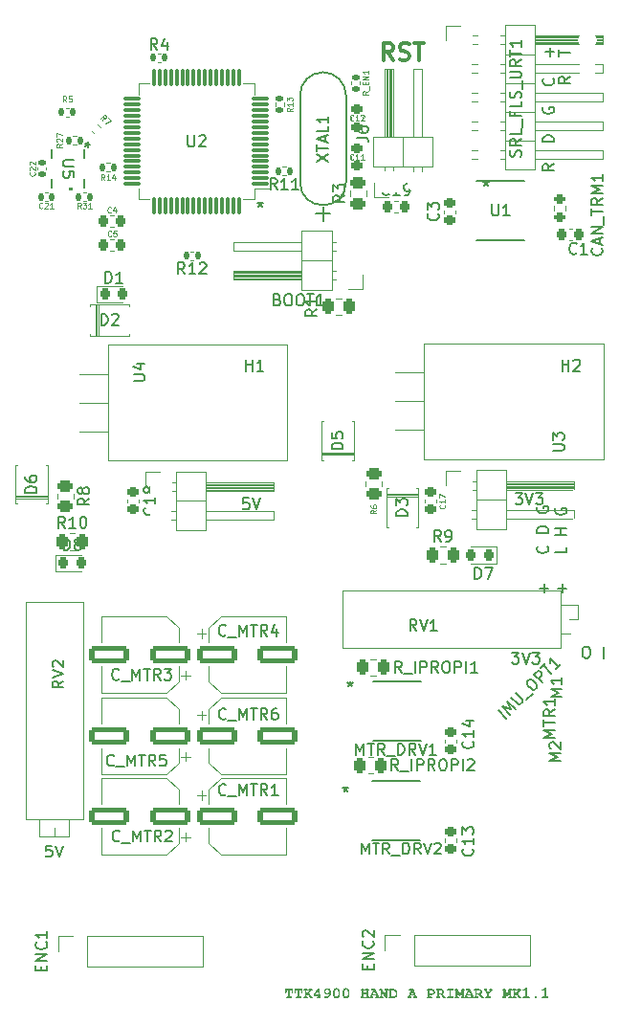
<source format=gto>
G04 #@! TF.GenerationSoftware,KiCad,Pcbnew,7.0.8-7.0.8~ubuntu22.04.1*
G04 #@! TF.CreationDate,2024-01-26T15:30:58+01:00*
G04 #@! TF.ProjectId,hand,68616e64-2e6b-4696-9361-645f70636258,rev?*
G04 #@! TF.SameCoordinates,Original*
G04 #@! TF.FileFunction,Legend,Top*
G04 #@! TF.FilePolarity,Positive*
%FSLAX46Y46*%
G04 Gerber Fmt 4.6, Leading zero omitted, Abs format (unit mm)*
G04 Created by KiCad (PCBNEW 7.0.8-7.0.8~ubuntu22.04.1) date 2024-01-26 15:30:58*
%MOMM*%
%LPD*%
G01*
G04 APERTURE LIST*
G04 Aperture macros list*
%AMRoundRect*
0 Rectangle with rounded corners*
0 $1 Rounding radius*
0 $2 $3 $4 $5 $6 $7 $8 $9 X,Y pos of 4 corners*
0 Add a 4 corners polygon primitive as box body*
4,1,4,$2,$3,$4,$5,$6,$7,$8,$9,$2,$3,0*
0 Add four circle primitives for the rounded corners*
1,1,$1+$1,$2,$3*
1,1,$1+$1,$4,$5*
1,1,$1+$1,$6,$7*
1,1,$1+$1,$8,$9*
0 Add four rect primitives between the rounded corners*
20,1,$1+$1,$2,$3,$4,$5,0*
20,1,$1+$1,$4,$5,$6,$7,0*
20,1,$1+$1,$6,$7,$8,$9,0*
20,1,$1+$1,$8,$9,$2,$3,0*%
G04 Aperture macros list end*
%ADD10C,0.150000*%
%ADD11C,0.200000*%
%ADD12C,0.187500*%
%ADD13C,0.300000*%
%ADD14C,0.062500*%
%ADD15C,0.120000*%
%ADD16C,0.152400*%
%ADD17RoundRect,0.225000X-0.225000X-0.250000X0.225000X-0.250000X0.225000X0.250000X-0.225000X0.250000X0*%
%ADD18R,2.000000X2.000000*%
%ADD19O,2.000000X2.000000*%
%ADD20RoundRect,0.225000X0.225000X0.250000X-0.225000X0.250000X-0.225000X-0.250000X0.225000X-0.250000X0*%
%ADD21R,1.454899X0.532600*%
%ADD22O,3.500000X3.500000*%
%ADD23R,2.000000X1.905000*%
%ADD24O,2.000000X1.905000*%
%ADD25C,1.800000*%
%ADD26RoundRect,0.250000X-0.450000X0.262500X-0.450000X-0.262500X0.450000X-0.262500X0.450000X0.262500X0*%
%ADD27R,2.200000X2.200000*%
%ADD28O,2.200000X2.200000*%
%ADD29RoundRect,0.250000X-1.500000X-0.550000X1.500000X-0.550000X1.500000X0.550000X-1.500000X0.550000X0*%
%ADD30RoundRect,0.140000X0.140000X0.170000X-0.140000X0.170000X-0.140000X-0.170000X0.140000X-0.170000X0*%
%ADD31RoundRect,0.250000X-0.262500X-0.450000X0.262500X-0.450000X0.262500X0.450000X-0.262500X0.450000X0*%
%ADD32RoundRect,0.135000X0.185000X-0.135000X0.185000X0.135000X-0.185000X0.135000X-0.185000X-0.135000X0*%
%ADD33RoundRect,0.135000X-0.135000X-0.185000X0.135000X-0.185000X0.135000X0.185000X-0.135000X0.185000X0*%
%ADD34RoundRect,0.225000X0.250000X-0.225000X0.250000X0.225000X-0.250000X0.225000X-0.250000X-0.225000X0*%
%ADD35RoundRect,0.135000X-0.185000X0.135000X-0.185000X-0.135000X0.185000X-0.135000X0.185000X0.135000X0*%
%ADD36RoundRect,0.218750X-0.218750X-0.256250X0.218750X-0.256250X0.218750X0.256250X-0.218750X0.256250X0*%
%ADD37RoundRect,0.250000X1.500000X0.550000X-1.500000X0.550000X-1.500000X-0.550000X1.500000X-0.550000X0*%
%ADD38RoundRect,0.135000X0.135000X0.185000X-0.135000X0.185000X-0.135000X-0.185000X0.135000X-0.185000X0*%
%ADD39C,0.965200*%
%ADD40R,1.460500X0.558800*%
%ADD41R,2.717800X3.403600*%
%ADD42RoundRect,0.225000X-0.250000X0.225000X-0.250000X-0.225000X0.250000X-0.225000X0.250000X0.225000X0*%
%ADD43R,0.351536X0.576580*%
%ADD44R,0.576580X0.351536*%
%ADD45R,1.700000X1.700000*%
%ADD46O,1.700000X1.700000*%
%ADD47RoundRect,0.135000X-0.226274X-0.035355X-0.035355X-0.226274X0.226274X0.035355X0.035355X0.226274X0*%
%ADD48RoundRect,0.218750X0.218750X0.256250X-0.218750X0.256250X-0.218750X-0.256250X0.218750X-0.256250X0*%
%ADD49RoundRect,0.250000X0.450000X-0.262500X0.450000X0.262500X-0.450000X0.262500X-0.450000X-0.262500X0*%
%ADD50RoundRect,0.140000X-0.170000X0.140000X-0.170000X-0.140000X0.170000X-0.140000X0.170000X0.140000X0*%
%ADD51RoundRect,0.075000X0.700000X0.075000X-0.700000X0.075000X-0.700000X-0.075000X0.700000X-0.075000X0*%
%ADD52RoundRect,0.075000X0.075000X0.700000X-0.075000X0.700000X-0.075000X-0.700000X0.075000X-0.700000X0*%
%ADD53C,2.200000*%
%ADD54RoundRect,0.200000X0.275000X-0.200000X0.275000X0.200000X-0.275000X0.200000X-0.275000X-0.200000X0*%
G04 APERTURE END LIST*
D10*
X73969819Y-34253252D02*
X73493628Y-34586585D01*
X73969819Y-34824680D02*
X72969819Y-34824680D01*
X72969819Y-34824680D02*
X72969819Y-34443728D01*
X72969819Y-34443728D02*
X73017438Y-34348490D01*
X73017438Y-34348490D02*
X73065057Y-34300871D01*
X73065057Y-34300871D02*
X73160295Y-34253252D01*
X73160295Y-34253252D02*
X73303152Y-34253252D01*
X73303152Y-34253252D02*
X73398390Y-34300871D01*
X73398390Y-34300871D02*
X73446009Y-34348490D01*
X73446009Y-34348490D02*
X73493628Y-34443728D01*
X73493628Y-34443728D02*
X73493628Y-34824680D01*
X73969819Y-32300870D02*
X72969819Y-32300870D01*
X72969819Y-32300870D02*
X72969819Y-32062775D01*
X72969819Y-32062775D02*
X73017438Y-31919918D01*
X73017438Y-31919918D02*
X73112676Y-31824680D01*
X73112676Y-31824680D02*
X73207914Y-31777061D01*
X73207914Y-31777061D02*
X73398390Y-31729442D01*
X73398390Y-31729442D02*
X73541247Y-31729442D01*
X73541247Y-31729442D02*
X73731723Y-31777061D01*
X73731723Y-31777061D02*
X73826961Y-31824680D01*
X73826961Y-31824680D02*
X73922200Y-31919918D01*
X73922200Y-31919918D02*
X73969819Y-32062775D01*
X73969819Y-32062775D02*
X73969819Y-32300870D01*
X73017438Y-29253251D02*
X72969819Y-29348489D01*
X72969819Y-29348489D02*
X72969819Y-29491346D01*
X72969819Y-29491346D02*
X73017438Y-29634203D01*
X73017438Y-29634203D02*
X73112676Y-29729441D01*
X73112676Y-29729441D02*
X73207914Y-29777060D01*
X73207914Y-29777060D02*
X73398390Y-29824679D01*
X73398390Y-29824679D02*
X73541247Y-29824679D01*
X73541247Y-29824679D02*
X73731723Y-29777060D01*
X73731723Y-29777060D02*
X73826961Y-29729441D01*
X73826961Y-29729441D02*
X73922200Y-29634203D01*
X73922200Y-29634203D02*
X73969819Y-29491346D01*
X73969819Y-29491346D02*
X73969819Y-29396108D01*
X73969819Y-29396108D02*
X73922200Y-29253251D01*
X73922200Y-29253251D02*
X73874580Y-29205632D01*
X73874580Y-29205632D02*
X73541247Y-29205632D01*
X73541247Y-29205632D02*
X73541247Y-29396108D01*
X73874580Y-26681822D02*
X73922200Y-26729441D01*
X73922200Y-26729441D02*
X73969819Y-26872298D01*
X73969819Y-26872298D02*
X73969819Y-26967536D01*
X73969819Y-26967536D02*
X73922200Y-27110393D01*
X73922200Y-27110393D02*
X73826961Y-27205631D01*
X73826961Y-27205631D02*
X73731723Y-27253250D01*
X73731723Y-27253250D02*
X73541247Y-27300869D01*
X73541247Y-27300869D02*
X73398390Y-27300869D01*
X73398390Y-27300869D02*
X73207914Y-27253250D01*
X73207914Y-27253250D02*
X73112676Y-27205631D01*
X73112676Y-27205631D02*
X73017438Y-27110393D01*
X73017438Y-27110393D02*
X72969819Y-26967536D01*
X72969819Y-26967536D02*
X72969819Y-26872298D01*
X72969819Y-26872298D02*
X73017438Y-26729441D01*
X73017438Y-26729441D02*
X73065057Y-26681822D01*
X73588866Y-24729440D02*
X73588866Y-23967536D01*
X73969819Y-24348488D02*
X73207914Y-24348488D01*
D11*
G36*
X50683740Y-107925776D02*
G01*
X50695008Y-107926050D01*
X50705550Y-107926875D01*
X50715365Y-107928249D01*
X50728723Y-107931340D01*
X50740446Y-107935667D01*
X50750533Y-107941232D01*
X50758985Y-107948032D01*
X50765800Y-107956069D01*
X50770980Y-107965343D01*
X50774525Y-107975853D01*
X50776433Y-107987600D01*
X50776796Y-107996118D01*
X50775979Y-108008688D01*
X50773525Y-108020023D01*
X50769436Y-108030121D01*
X50763710Y-108038982D01*
X50756349Y-108046607D01*
X50747353Y-108052996D01*
X50736720Y-108058148D01*
X50724452Y-108062063D01*
X50710548Y-108064742D01*
X50700370Y-108065841D01*
X50689465Y-108066391D01*
X50683740Y-108066460D01*
X50358897Y-108066460D01*
X50347658Y-108066185D01*
X50337144Y-108065360D01*
X50327355Y-108063987D01*
X50314032Y-108060895D01*
X50302339Y-108056568D01*
X50292279Y-108051004D01*
X50283849Y-108044203D01*
X50277052Y-108036166D01*
X50271885Y-108026892D01*
X50268351Y-108016382D01*
X50266447Y-108004636D01*
X50266085Y-107996118D01*
X50266459Y-107986329D01*
X50267978Y-107975241D01*
X50270666Y-107965430D01*
X50275435Y-107955340D01*
X50281886Y-107947089D01*
X50290020Y-107940674D01*
X50299735Y-107935611D01*
X50308958Y-107932192D01*
X50319207Y-107929500D01*
X50330482Y-107927536D01*
X50340240Y-107926489D01*
X50350655Y-107925907D01*
X50358897Y-107925776D01*
X50450244Y-107925776D01*
X50450244Y-107386976D01*
X50299790Y-107386976D01*
X50299790Y-107517890D01*
X50299515Y-107529129D01*
X50298691Y-107539643D01*
X50297317Y-107549432D01*
X50294226Y-107562755D01*
X50289898Y-107574448D01*
X50284334Y-107584508D01*
X50277534Y-107592937D01*
X50269496Y-107599735D01*
X50260223Y-107604902D01*
X50249713Y-107608436D01*
X50237966Y-107610340D01*
X50229448Y-107610702D01*
X50216877Y-107609887D01*
X50205543Y-107607439D01*
X50195445Y-107603361D01*
X50186584Y-107597651D01*
X50178959Y-107590309D01*
X50172570Y-107581336D01*
X50167418Y-107570731D01*
X50163503Y-107558495D01*
X50160824Y-107544628D01*
X50159725Y-107534477D01*
X50159175Y-107523600D01*
X50159106Y-107517890D01*
X50159106Y-107246292D01*
X50884996Y-107246292D01*
X50884996Y-107517890D01*
X50884763Y-107528797D01*
X50884065Y-107539048D01*
X50882537Y-107550938D01*
X50880282Y-107561802D01*
X50877299Y-107571641D01*
X50872760Y-107582094D01*
X50870097Y-107586767D01*
X50863683Y-107594901D01*
X50855431Y-107601352D01*
X50845342Y-107606121D01*
X50835530Y-107608809D01*
X50824443Y-107610328D01*
X50814654Y-107610702D01*
X50802083Y-107609887D01*
X50790749Y-107607439D01*
X50780651Y-107603361D01*
X50771789Y-107597651D01*
X50764164Y-107590309D01*
X50757776Y-107581336D01*
X50752624Y-107570731D01*
X50748709Y-107558495D01*
X50746029Y-107544628D01*
X50744930Y-107534477D01*
X50744381Y-107523600D01*
X50744312Y-107517890D01*
X50744312Y-107386976D01*
X50590928Y-107386976D01*
X50590928Y-107925776D01*
X50683740Y-107925776D01*
G37*
G36*
X51522958Y-107925776D02*
G01*
X51534227Y-107926050D01*
X51544768Y-107926875D01*
X51554583Y-107928249D01*
X51567942Y-107931340D01*
X51579665Y-107935667D01*
X51589752Y-107941232D01*
X51598203Y-107948032D01*
X51605019Y-107956069D01*
X51610199Y-107965343D01*
X51613743Y-107975853D01*
X51615651Y-107987600D01*
X51616015Y-107996118D01*
X51615197Y-108008688D01*
X51612743Y-108020023D01*
X51608654Y-108030121D01*
X51602929Y-108038982D01*
X51595568Y-108046607D01*
X51586571Y-108052996D01*
X51575939Y-108058148D01*
X51563671Y-108062063D01*
X51549767Y-108064742D01*
X51539589Y-108065841D01*
X51528683Y-108066391D01*
X51522958Y-108066460D01*
X51198115Y-108066460D01*
X51186876Y-108066185D01*
X51176362Y-108065360D01*
X51166574Y-108063987D01*
X51153250Y-108060895D01*
X51141558Y-108056568D01*
X51131497Y-108051004D01*
X51123068Y-108044203D01*
X51116270Y-108036166D01*
X51111104Y-108026892D01*
X51107569Y-108016382D01*
X51105666Y-108004636D01*
X51105303Y-107996118D01*
X51105677Y-107986329D01*
X51107196Y-107975241D01*
X51109885Y-107965430D01*
X51114653Y-107955340D01*
X51121104Y-107947089D01*
X51129239Y-107940674D01*
X51138953Y-107935611D01*
X51148177Y-107932192D01*
X51158426Y-107929500D01*
X51169701Y-107927536D01*
X51179459Y-107926489D01*
X51189874Y-107925907D01*
X51198115Y-107925776D01*
X51289462Y-107925776D01*
X51289462Y-107386976D01*
X51139009Y-107386976D01*
X51139009Y-107517890D01*
X51138734Y-107529129D01*
X51137909Y-107539643D01*
X51136536Y-107549432D01*
X51133444Y-107562755D01*
X51129117Y-107574448D01*
X51123553Y-107584508D01*
X51116752Y-107592937D01*
X51108715Y-107599735D01*
X51099441Y-107604902D01*
X51088931Y-107608436D01*
X51077185Y-107610340D01*
X51068667Y-107610702D01*
X51056096Y-107609887D01*
X51044761Y-107607439D01*
X51034663Y-107603361D01*
X51025802Y-107597651D01*
X51018177Y-107590309D01*
X51011789Y-107581336D01*
X51006637Y-107570731D01*
X51002721Y-107558495D01*
X51000042Y-107544628D01*
X50998943Y-107534477D01*
X50998393Y-107523600D01*
X50998325Y-107517890D01*
X50998325Y-107246292D01*
X51724214Y-107246292D01*
X51724214Y-107517890D01*
X51723982Y-107528797D01*
X51723283Y-107539048D01*
X51721756Y-107550938D01*
X51719500Y-107561802D01*
X51716518Y-107571641D01*
X51711978Y-107582094D01*
X51709316Y-107586767D01*
X51702901Y-107594901D01*
X51694650Y-107601352D01*
X51684560Y-107606121D01*
X51674749Y-107608809D01*
X51663661Y-107610328D01*
X51653872Y-107610702D01*
X51641302Y-107609887D01*
X51629967Y-107607439D01*
X51619869Y-107603361D01*
X51611008Y-107597651D01*
X51603383Y-107590309D01*
X51596994Y-107581336D01*
X51591842Y-107570731D01*
X51587927Y-107558495D01*
X51585248Y-107544628D01*
X51584149Y-107534477D01*
X51583599Y-107523600D01*
X51583531Y-107517890D01*
X51583531Y-107386976D01*
X51430146Y-107386976D01*
X51430146Y-107925776D01*
X51522958Y-107925776D01*
G37*
G36*
X52100593Y-107246292D02*
G01*
X52111832Y-107246567D01*
X52122346Y-107247391D01*
X52132134Y-107248765D01*
X52145458Y-107251856D01*
X52157150Y-107256184D01*
X52167211Y-107261748D01*
X52175640Y-107268549D01*
X52182438Y-107276586D01*
X52187604Y-107285859D01*
X52191139Y-107296369D01*
X52193042Y-107308116D01*
X52193405Y-107316634D01*
X52192589Y-107329205D01*
X52190142Y-107340539D01*
X52186063Y-107350637D01*
X52180353Y-107359499D01*
X52173012Y-107367124D01*
X52164039Y-107373512D01*
X52153434Y-107378664D01*
X52141198Y-107382580D01*
X52127331Y-107385259D01*
X52117179Y-107386358D01*
X52106303Y-107386907D01*
X52100593Y-107386976D01*
X52051256Y-107386976D01*
X52051256Y-107596536D01*
X52301849Y-107381358D01*
X52291602Y-107376683D01*
X52282721Y-107371085D01*
X52275207Y-107364563D01*
X52267736Y-107355112D01*
X52262399Y-107344217D01*
X52259666Y-107334463D01*
X52258300Y-107323785D01*
X52258129Y-107318099D01*
X52258945Y-107305267D01*
X52261392Y-107293696D01*
X52265471Y-107283388D01*
X52271181Y-107274342D01*
X52278523Y-107266558D01*
X52287496Y-107260036D01*
X52298100Y-107254777D01*
X52310336Y-107250780D01*
X52324204Y-107248045D01*
X52334355Y-107246923D01*
X52345231Y-107246362D01*
X52350942Y-107246292D01*
X52491625Y-107246292D01*
X52502864Y-107246567D01*
X52513378Y-107247391D01*
X52523167Y-107248765D01*
X52536491Y-107251856D01*
X52548183Y-107256184D01*
X52558244Y-107261748D01*
X52566673Y-107268549D01*
X52573471Y-107276586D01*
X52578637Y-107285859D01*
X52582172Y-107296369D01*
X52584075Y-107308116D01*
X52584438Y-107316634D01*
X52583671Y-107329205D01*
X52581372Y-107340539D01*
X52577541Y-107350637D01*
X52572176Y-107359499D01*
X52565279Y-107367124D01*
X52556849Y-107373512D01*
X52546886Y-107378664D01*
X52535391Y-107382580D01*
X52522363Y-107385259D01*
X52507802Y-107386701D01*
X52497243Y-107386976D01*
X52249825Y-107602154D01*
X52266725Y-107611833D01*
X52275072Y-107617200D01*
X52283351Y-107622918D01*
X52291562Y-107628988D01*
X52299705Y-107635410D01*
X52307780Y-107642183D01*
X52315786Y-107649308D01*
X52323724Y-107656784D01*
X52331594Y-107664612D01*
X52339396Y-107672792D01*
X52347129Y-107681323D01*
X52354794Y-107690206D01*
X52362391Y-107699440D01*
X52369920Y-107709026D01*
X52377381Y-107718963D01*
X52384773Y-107729252D01*
X52392097Y-107739893D01*
X52399353Y-107750885D01*
X52406541Y-107762228D01*
X52413661Y-107773924D01*
X52420712Y-107785970D01*
X52427695Y-107798369D01*
X52434610Y-107811119D01*
X52441457Y-107824220D01*
X52448235Y-107837674D01*
X52454945Y-107851478D01*
X52461587Y-107865635D01*
X52468161Y-107880143D01*
X52474667Y-107895002D01*
X52481104Y-107910213D01*
X52487473Y-107925776D01*
X52532414Y-107925776D01*
X52543683Y-107926050D01*
X52554224Y-107926875D01*
X52564039Y-107928249D01*
X52577397Y-107931340D01*
X52589120Y-107935667D01*
X52599208Y-107941232D01*
X52607659Y-107948032D01*
X52614475Y-107956069D01*
X52619655Y-107965343D01*
X52623199Y-107975853D01*
X52625107Y-107987600D01*
X52625471Y-107996118D01*
X52624653Y-108008688D01*
X52622199Y-108020023D01*
X52618110Y-108030121D01*
X52612384Y-108038982D01*
X52605024Y-108046607D01*
X52596027Y-108052996D01*
X52585394Y-108058148D01*
X52573126Y-108062063D01*
X52559222Y-108064742D01*
X52549044Y-108065841D01*
X52538139Y-108066391D01*
X52532414Y-108066460D01*
X52377808Y-108066460D01*
X52374710Y-108057108D01*
X52368429Y-108038720D01*
X52362033Y-108020749D01*
X52355522Y-108003196D01*
X52348897Y-107986060D01*
X52342157Y-107969343D01*
X52335303Y-107953044D01*
X52328335Y-107937162D01*
X52321252Y-107921699D01*
X52314054Y-107906653D01*
X52306742Y-107892025D01*
X52299316Y-107877815D01*
X52291775Y-107864023D01*
X52284119Y-107850649D01*
X52276349Y-107837692D01*
X52268465Y-107825154D01*
X52264480Y-107819041D01*
X52256478Y-107807193D01*
X52248470Y-107795949D01*
X52240457Y-107785310D01*
X52232438Y-107775276D01*
X52224413Y-107765847D01*
X52216383Y-107757023D01*
X52208347Y-107748804D01*
X52200305Y-107741189D01*
X52192257Y-107734180D01*
X52184204Y-107727775D01*
X52176145Y-107721975D01*
X52164045Y-107714409D01*
X52151933Y-107708205D01*
X52139808Y-107703361D01*
X52135764Y-107702049D01*
X52051256Y-107773857D01*
X52051256Y-107925776D01*
X52100593Y-107925776D01*
X52111832Y-107926050D01*
X52122346Y-107926875D01*
X52132134Y-107928249D01*
X52145458Y-107931340D01*
X52157150Y-107935667D01*
X52167211Y-107941232D01*
X52175640Y-107948032D01*
X52182438Y-107956069D01*
X52187604Y-107965343D01*
X52191139Y-107975853D01*
X52193042Y-107987600D01*
X52193405Y-107996118D01*
X52192589Y-108008688D01*
X52190142Y-108020023D01*
X52186063Y-108030121D01*
X52180353Y-108038982D01*
X52173012Y-108046607D01*
X52164039Y-108052996D01*
X52153434Y-108058148D01*
X52141198Y-108062063D01*
X52127331Y-108064742D01*
X52117179Y-108065841D01*
X52106303Y-108066391D01*
X52100593Y-108066460D01*
X51889567Y-108066460D01*
X51878328Y-108066185D01*
X51867814Y-108065360D01*
X51858025Y-108063987D01*
X51844702Y-108060895D01*
X51833009Y-108056568D01*
X51822949Y-108051004D01*
X51814519Y-108044203D01*
X51807722Y-108036166D01*
X51802555Y-108026892D01*
X51799020Y-108016382D01*
X51797117Y-108004636D01*
X51796755Y-107996118D01*
X51797570Y-107983547D01*
X51800017Y-107972212D01*
X51804096Y-107962114D01*
X51809806Y-107953253D01*
X51817148Y-107945628D01*
X51826121Y-107939240D01*
X51836725Y-107934088D01*
X51848961Y-107930172D01*
X51862829Y-107927493D01*
X51872980Y-107926394D01*
X51883857Y-107925844D01*
X51889567Y-107925776D01*
X51910572Y-107925776D01*
X51910572Y-107386976D01*
X51889567Y-107386976D01*
X51878328Y-107386701D01*
X51867814Y-107385877D01*
X51858025Y-107384503D01*
X51844702Y-107381412D01*
X51833009Y-107377084D01*
X51822949Y-107371520D01*
X51814519Y-107364719D01*
X51807722Y-107356682D01*
X51802555Y-107347409D01*
X51799020Y-107336898D01*
X51797117Y-107325152D01*
X51796755Y-107316634D01*
X51797129Y-107306845D01*
X51798648Y-107295758D01*
X51801336Y-107285946D01*
X51806104Y-107275857D01*
X51812556Y-107267605D01*
X51820690Y-107261191D01*
X51830405Y-107256128D01*
X51839628Y-107252708D01*
X51849877Y-107250017D01*
X51861152Y-107248053D01*
X51870910Y-107247005D01*
X51881325Y-107246423D01*
X51889567Y-107246292D01*
X52100593Y-107246292D01*
G37*
G36*
X53246580Y-107731603D02*
G01*
X53256961Y-107731877D01*
X53271277Y-107733320D01*
X53284087Y-107735999D01*
X53295389Y-107739914D01*
X53305184Y-107745066D01*
X53313472Y-107751455D01*
X53320254Y-107759080D01*
X53325528Y-107767941D01*
X53329295Y-107778039D01*
X53331556Y-107789374D01*
X53332309Y-107801944D01*
X53331556Y-107814059D01*
X53329295Y-107825031D01*
X53325528Y-107834861D01*
X53320254Y-107843550D01*
X53313472Y-107851096D01*
X53305184Y-107857500D01*
X53295389Y-107862762D01*
X53284087Y-107866883D01*
X53271277Y-107869861D01*
X53256961Y-107871697D01*
X53246580Y-107872286D01*
X53246580Y-107925776D01*
X53256961Y-107926050D01*
X53271277Y-107927493D01*
X53284087Y-107930172D01*
X53295389Y-107934088D01*
X53305184Y-107939240D01*
X53313472Y-107945628D01*
X53320254Y-107953253D01*
X53325528Y-107962114D01*
X53329295Y-107972212D01*
X53331556Y-107983547D01*
X53332309Y-107996118D01*
X53331481Y-108008688D01*
X53328995Y-108020023D01*
X53324852Y-108030121D01*
X53319052Y-108038982D01*
X53311594Y-108046607D01*
X53302479Y-108052996D01*
X53291707Y-108058148D01*
X53279278Y-108062063D01*
X53265192Y-108064742D01*
X53254880Y-108065841D01*
X53243832Y-108066391D01*
X53238032Y-108066460D01*
X53052407Y-108066460D01*
X53041168Y-108066185D01*
X53030654Y-108065360D01*
X53020865Y-108063987D01*
X53007542Y-108060895D01*
X52995850Y-108056568D01*
X52985789Y-108051004D01*
X52977360Y-108044203D01*
X52970562Y-108036166D01*
X52965396Y-108026892D01*
X52961861Y-108016382D01*
X52959957Y-108004636D01*
X52959595Y-107996118D01*
X52960410Y-107983547D01*
X52962858Y-107972212D01*
X52966936Y-107962114D01*
X52972646Y-107953253D01*
X52979988Y-107945628D01*
X52988961Y-107939240D01*
X52999566Y-107934088D01*
X53011802Y-107930172D01*
X53025669Y-107927493D01*
X53035820Y-107926394D01*
X53046697Y-107925844D01*
X53052407Y-107925776D01*
X53105896Y-107925776D01*
X53105896Y-107872286D01*
X52723168Y-107872286D01*
X52723168Y-107755538D01*
X52737550Y-107731603D01*
X52894870Y-107731603D01*
X53105896Y-107731603D01*
X53105896Y-107391128D01*
X52894870Y-107731603D01*
X52737550Y-107731603D01*
X53062177Y-107191337D01*
X53246580Y-107191337D01*
X53246580Y-107731603D01*
G37*
G36*
X53911101Y-107169022D02*
G01*
X53922083Y-107169485D01*
X53932877Y-107170258D01*
X53943481Y-107171340D01*
X53953897Y-107172731D01*
X53964124Y-107174431D01*
X53974161Y-107176440D01*
X53984010Y-107178759D01*
X53993670Y-107181386D01*
X54003141Y-107184323D01*
X54012424Y-107187569D01*
X54025993Y-107193017D01*
X54039137Y-107199161D01*
X54051856Y-107206000D01*
X54056001Y-107208434D01*
X54068120Y-107216044D01*
X54079654Y-107224125D01*
X54090605Y-107232679D01*
X54100972Y-107241705D01*
X54110755Y-107251203D01*
X54119954Y-107261174D01*
X54128570Y-107271616D01*
X54136601Y-107282532D01*
X54144049Y-107293919D01*
X54150912Y-107305779D01*
X54155163Y-107313947D01*
X54161229Y-107326334D01*
X54166967Y-107338763D01*
X54172380Y-107351235D01*
X54177466Y-107363750D01*
X54182226Y-107376308D01*
X54186659Y-107388909D01*
X54190767Y-107401553D01*
X54194548Y-107414240D01*
X54198002Y-107426969D01*
X54201131Y-107439742D01*
X54203035Y-107448281D01*
X54205698Y-107461114D01*
X54208098Y-107474058D01*
X54210237Y-107487114D01*
X54212114Y-107500282D01*
X54213729Y-107513561D01*
X54215082Y-107526952D01*
X54216173Y-107540454D01*
X54217003Y-107554069D01*
X54217570Y-107567794D01*
X54217876Y-107581632D01*
X54217934Y-107590919D01*
X54217828Y-107602472D01*
X54217511Y-107613930D01*
X54216983Y-107625292D01*
X54216243Y-107636558D01*
X54215292Y-107647728D01*
X54214130Y-107658802D01*
X54212756Y-107669780D01*
X54211171Y-107680663D01*
X54209375Y-107691449D01*
X54207368Y-107702140D01*
X54205149Y-107712735D01*
X54202718Y-107723233D01*
X54200077Y-107733636D01*
X54197224Y-107743943D01*
X54194160Y-107754155D01*
X54190884Y-107764270D01*
X54187397Y-107774289D01*
X54183699Y-107784213D01*
X54179789Y-107794041D01*
X54175668Y-107803773D01*
X54171336Y-107813408D01*
X54166793Y-107822948D01*
X54162038Y-107832393D01*
X54157072Y-107841741D01*
X54151894Y-107850993D01*
X54146505Y-107860150D01*
X54140905Y-107869210D01*
X54135094Y-107878175D01*
X54129071Y-107887044D01*
X54122837Y-107895817D01*
X54116391Y-107904494D01*
X54109734Y-107913075D01*
X54100796Y-107923804D01*
X54091751Y-107934192D01*
X54082598Y-107944240D01*
X54073338Y-107953948D01*
X54063971Y-107963314D01*
X54054496Y-107972340D01*
X54044914Y-107981026D01*
X54035225Y-107989370D01*
X54025428Y-107997375D01*
X54015524Y-108005038D01*
X54005513Y-108012361D01*
X53995394Y-108019344D01*
X53985168Y-108025985D01*
X53974835Y-108032286D01*
X53964394Y-108038247D01*
X53953846Y-108043867D01*
X53943191Y-108049146D01*
X53932428Y-108054085D01*
X53921558Y-108058683D01*
X53910581Y-108062941D01*
X53899496Y-108066858D01*
X53888304Y-108070434D01*
X53877005Y-108073670D01*
X53865598Y-108076565D01*
X53854084Y-108079120D01*
X53842463Y-108081334D01*
X53830734Y-108083207D01*
X53818898Y-108084740D01*
X53806955Y-108085932D01*
X53794904Y-108086783D01*
X53782746Y-108087294D01*
X53770481Y-108087464D01*
X53756773Y-108087243D01*
X53743585Y-108086580D01*
X53730916Y-108085474D01*
X53718766Y-108083927D01*
X53707136Y-108081937D01*
X53696026Y-108079505D01*
X53685435Y-108076630D01*
X53675364Y-108073314D01*
X53665812Y-108069555D01*
X53656779Y-108065354D01*
X53651046Y-108062307D01*
X53640513Y-108055717D01*
X53631385Y-108048645D01*
X53623661Y-108041093D01*
X53617341Y-108033059D01*
X53612425Y-108024545D01*
X53608256Y-108013226D01*
X53606281Y-108001156D01*
X53606106Y-107996118D01*
X53606844Y-107985336D01*
X53609059Y-107975155D01*
X53612752Y-107965575D01*
X53617921Y-107956596D01*
X53624567Y-107948218D01*
X53627110Y-107945559D01*
X53635288Y-107938338D01*
X53644066Y-107932611D01*
X53653446Y-107928377D01*
X53663426Y-107925638D01*
X53674008Y-107924393D01*
X53677669Y-107924310D01*
X53688403Y-107925842D01*
X53698776Y-107928307D01*
X53708439Y-107930918D01*
X53717725Y-107933591D01*
X53727182Y-107936195D01*
X53737303Y-107938736D01*
X53747417Y-107940899D01*
X53757743Y-107942408D01*
X53762177Y-107942628D01*
X53775977Y-107942302D01*
X53789597Y-107941323D01*
X53803035Y-107939692D01*
X53816292Y-107937408D01*
X53829367Y-107934471D01*
X53842262Y-107930882D01*
X53854975Y-107926640D01*
X53867506Y-107921746D01*
X53879857Y-107916199D01*
X53892026Y-107909999D01*
X53904014Y-107903147D01*
X53915821Y-107895642D01*
X53927446Y-107887485D01*
X53938890Y-107878675D01*
X53950153Y-107869212D01*
X53961235Y-107859097D01*
X53971976Y-107848447D01*
X53982217Y-107837440D01*
X53991958Y-107826076D01*
X54001199Y-107814355D01*
X54009940Y-107802277D01*
X54018181Y-107789843D01*
X54025923Y-107777052D01*
X54033164Y-107763904D01*
X54039906Y-107750399D01*
X54046147Y-107736537D01*
X54051889Y-107722318D01*
X54057131Y-107707743D01*
X54061872Y-107692811D01*
X54066114Y-107677522D01*
X54069856Y-107661876D01*
X54073098Y-107645873D01*
X54061474Y-107657793D01*
X54049807Y-107668943D01*
X54038096Y-107679324D01*
X54026341Y-107688936D01*
X54014542Y-107697780D01*
X54002699Y-107705854D01*
X53990812Y-107713159D01*
X53978881Y-107719696D01*
X53966907Y-107725463D01*
X53954888Y-107730461D01*
X53942826Y-107734691D01*
X53930720Y-107738151D01*
X53918569Y-107740843D01*
X53906375Y-107742765D01*
X53894138Y-107743919D01*
X53881856Y-107744303D01*
X53868061Y-107743974D01*
X53854520Y-107742987D01*
X53841232Y-107741341D01*
X53828199Y-107739037D01*
X53815419Y-107736074D01*
X53802893Y-107732454D01*
X53790621Y-107728175D01*
X53778602Y-107723237D01*
X53766837Y-107717642D01*
X53755327Y-107711388D01*
X53744069Y-107704475D01*
X53733066Y-107696905D01*
X53722317Y-107688676D01*
X53711821Y-107679789D01*
X53701579Y-107670243D01*
X53691591Y-107660039D01*
X53682067Y-107649339D01*
X53673158Y-107638363D01*
X53664863Y-107627112D01*
X53657183Y-107615587D01*
X53650117Y-107603787D01*
X53643666Y-107591712D01*
X53637829Y-107579363D01*
X53632606Y-107566739D01*
X53627998Y-107553840D01*
X53624004Y-107540666D01*
X53620625Y-107527217D01*
X53617860Y-107513494D01*
X53615709Y-107499496D01*
X53614173Y-107485223D01*
X53613252Y-107470675D01*
X53612974Y-107457318D01*
X53753628Y-107457318D01*
X53753974Y-107468521D01*
X53755011Y-107479414D01*
X53756739Y-107489999D01*
X53759158Y-107500274D01*
X53762269Y-107510240D01*
X53766070Y-107519897D01*
X53770563Y-107529245D01*
X53775747Y-107538284D01*
X53781623Y-107547014D01*
X53788190Y-107555435D01*
X53792951Y-107560877D01*
X53800529Y-107568515D01*
X53808425Y-107575403D01*
X53816638Y-107581538D01*
X53825169Y-107586923D01*
X53834017Y-107591556D01*
X53843183Y-107595438D01*
X53852667Y-107598569D01*
X53862469Y-107600948D01*
X53872588Y-107602576D01*
X53883025Y-107603452D01*
X53890160Y-107603619D01*
X53901441Y-107603093D01*
X53912814Y-107601513D01*
X53924278Y-107598879D01*
X53935833Y-107595193D01*
X53947481Y-107590453D01*
X53959220Y-107584660D01*
X53968084Y-107579624D01*
X53977000Y-107573995D01*
X53982972Y-107569914D01*
X53991774Y-107563389D01*
X54000229Y-107556547D01*
X54008335Y-107549387D01*
X54016094Y-107541910D01*
X54023505Y-107534115D01*
X54030568Y-107526002D01*
X54037284Y-107517571D01*
X54043651Y-107508823D01*
X54049671Y-107499756D01*
X54055344Y-107490373D01*
X54058932Y-107483940D01*
X54056914Y-107472717D01*
X54054707Y-107461882D01*
X54052311Y-107451437D01*
X54049727Y-107441381D01*
X54046953Y-107431714D01*
X54042439Y-107417944D01*
X54037500Y-107405050D01*
X54032135Y-107393031D01*
X54026345Y-107381889D01*
X54020131Y-107371622D01*
X54013491Y-107362231D01*
X54006427Y-107353716D01*
X54003977Y-107351072D01*
X53996344Y-107343652D01*
X53988192Y-107336961D01*
X53979520Y-107331001D01*
X53970329Y-107325770D01*
X53960618Y-107321269D01*
X53950388Y-107317498D01*
X53939638Y-107314457D01*
X53928369Y-107312146D01*
X53916580Y-107310565D01*
X53904272Y-107309713D01*
X53895778Y-107309551D01*
X53883614Y-107309899D01*
X53871944Y-107310942D01*
X53860768Y-107312681D01*
X53850085Y-107315115D01*
X53839896Y-107318245D01*
X53830201Y-107322070D01*
X53821000Y-107326591D01*
X53812292Y-107331808D01*
X53804078Y-107337719D01*
X53796358Y-107344327D01*
X53791486Y-107349118D01*
X53784720Y-107356751D01*
X53778620Y-107364903D01*
X53773186Y-107373575D01*
X53768416Y-107382767D01*
X53764313Y-107392477D01*
X53760874Y-107402708D01*
X53758102Y-107413457D01*
X53755994Y-107424727D01*
X53754553Y-107436515D01*
X53753776Y-107448824D01*
X53753628Y-107457318D01*
X53612974Y-107457318D01*
X53612944Y-107455852D01*
X53613241Y-107440044D01*
X53614131Y-107424616D01*
X53615615Y-107409567D01*
X53617692Y-107394899D01*
X53620362Y-107380609D01*
X53623626Y-107366700D01*
X53627483Y-107353170D01*
X53631934Y-107340020D01*
X53636978Y-107327250D01*
X53642616Y-107314859D01*
X53648847Y-107302849D01*
X53655672Y-107291217D01*
X53663090Y-107279966D01*
X53671101Y-107269094D01*
X53679706Y-107258602D01*
X53688904Y-107248490D01*
X53698630Y-107238848D01*
X53708817Y-107229829D01*
X53719467Y-107221431D01*
X53730578Y-107213655D01*
X53742151Y-107206501D01*
X53754185Y-107199970D01*
X53766682Y-107194060D01*
X53779640Y-107188773D01*
X53793060Y-107184107D01*
X53806942Y-107180064D01*
X53821285Y-107176643D01*
X53836091Y-107173843D01*
X53851358Y-107171666D01*
X53867087Y-107170111D01*
X53883277Y-107169178D01*
X53899930Y-107168867D01*
X53911101Y-107169022D01*
G37*
G36*
X54736519Y-107169313D02*
G01*
X54754337Y-107170649D01*
X54771598Y-107172877D01*
X54788302Y-107175996D01*
X54804449Y-107180006D01*
X54820038Y-107184907D01*
X54835071Y-107190699D01*
X54849546Y-107197382D01*
X54863464Y-107204957D01*
X54876825Y-107213422D01*
X54889628Y-107222779D01*
X54901875Y-107233027D01*
X54913564Y-107244165D01*
X54924696Y-107256195D01*
X54935271Y-107269116D01*
X54945289Y-107282928D01*
X54954754Y-107297354D01*
X54963607Y-107312177D01*
X54971851Y-107327396D01*
X54979483Y-107343012D01*
X54986505Y-107359025D01*
X54992916Y-107375435D01*
X54998717Y-107392242D01*
X55003907Y-107409446D01*
X55008487Y-107427047D01*
X55012456Y-107445045D01*
X55015814Y-107463439D01*
X55018562Y-107482231D01*
X55020699Y-107501419D01*
X55021539Y-107511162D01*
X55022226Y-107521004D01*
X55022760Y-107530946D01*
X55023142Y-107540986D01*
X55023370Y-107551126D01*
X55023447Y-107561365D01*
X55023447Y-107694966D01*
X55023323Y-107708082D01*
X55022951Y-107721051D01*
X55022331Y-107733872D01*
X55021462Y-107746547D01*
X55020346Y-107759075D01*
X55018982Y-107771456D01*
X55017369Y-107783690D01*
X55015509Y-107795777D01*
X55013400Y-107807718D01*
X55011044Y-107819511D01*
X55008439Y-107831157D01*
X55005587Y-107842657D01*
X55002486Y-107854009D01*
X54999137Y-107865215D01*
X54995540Y-107876274D01*
X54991695Y-107887185D01*
X54987602Y-107897878D01*
X54983200Y-107908339D01*
X54978489Y-107918570D01*
X54973469Y-107928569D01*
X54968139Y-107938338D01*
X54962501Y-107947876D01*
X54956553Y-107957183D01*
X54950296Y-107966259D01*
X54943730Y-107975104D01*
X54936855Y-107983718D01*
X54929671Y-107992102D01*
X54922178Y-108000254D01*
X54914375Y-108008176D01*
X54906264Y-108015867D01*
X54897843Y-108023327D01*
X54889113Y-108030556D01*
X54880116Y-108037447D01*
X54870894Y-108043894D01*
X54861447Y-108049896D01*
X54851775Y-108055453D01*
X54841877Y-108060566D01*
X54831754Y-108065234D01*
X54821406Y-108069458D01*
X54810833Y-108073237D01*
X54800035Y-108076572D01*
X54789012Y-108079462D01*
X54777763Y-108081907D01*
X54766290Y-108083908D01*
X54754591Y-108085464D01*
X54742667Y-108086575D01*
X54730518Y-108087242D01*
X54718143Y-108087464D01*
X54699767Y-108087020D01*
X54681946Y-108085686D01*
X54664680Y-108083463D01*
X54647969Y-108080351D01*
X54631814Y-108076349D01*
X54616214Y-108071459D01*
X54601169Y-108065679D01*
X54586680Y-108059010D01*
X54572745Y-108051452D01*
X54559366Y-108043005D01*
X54546543Y-108033668D01*
X54534274Y-108023442D01*
X54522561Y-108012327D01*
X54511403Y-108000323D01*
X54500801Y-107987430D01*
X54490753Y-107973647D01*
X54481318Y-107959192D01*
X54472492Y-107944342D01*
X54464275Y-107929097D01*
X54456666Y-107913457D01*
X54449666Y-107897422D01*
X54443275Y-107880991D01*
X54437492Y-107864166D01*
X54432318Y-107846946D01*
X54427753Y-107829331D01*
X54423796Y-107811321D01*
X54420448Y-107792916D01*
X54417709Y-107774116D01*
X54415579Y-107754921D01*
X54414742Y-107745175D01*
X54414057Y-107735331D01*
X54413524Y-107725388D01*
X54413144Y-107715346D01*
X54412916Y-107705205D01*
X54412914Y-107704980D01*
X54553524Y-107704980D01*
X54553699Y-107718518D01*
X54554226Y-107731717D01*
X54555104Y-107744576D01*
X54556332Y-107757095D01*
X54557912Y-107769275D01*
X54559843Y-107781115D01*
X54562126Y-107792616D01*
X54564759Y-107803776D01*
X54567743Y-107814597D01*
X54571079Y-107825079D01*
X54574765Y-107835221D01*
X54578803Y-107845023D01*
X54583191Y-107854485D01*
X54587931Y-107863608D01*
X54593022Y-107872391D01*
X54598464Y-107880835D01*
X54604227Y-107888821D01*
X54613300Y-107899833D01*
X54622889Y-107909686D01*
X54632992Y-107918380D01*
X54643611Y-107925915D01*
X54654745Y-107932291D01*
X54666394Y-107937507D01*
X54678559Y-107941564D01*
X54691238Y-107944462D01*
X54704433Y-107946201D01*
X54718143Y-107946781D01*
X54731851Y-107946201D01*
X54745040Y-107944462D01*
X54757708Y-107941564D01*
X54769858Y-107937507D01*
X54781488Y-107932291D01*
X54792598Y-107925915D01*
X54803189Y-107918380D01*
X54813261Y-107909686D01*
X54822813Y-107899833D01*
X54831845Y-107888821D01*
X54837578Y-107880835D01*
X54843050Y-107872391D01*
X54848168Y-107863608D01*
X54852934Y-107854485D01*
X54857346Y-107845023D01*
X54861406Y-107835221D01*
X54865113Y-107825079D01*
X54868466Y-107814597D01*
X54871467Y-107803776D01*
X54874114Y-107792616D01*
X54876409Y-107781115D01*
X54878350Y-107769275D01*
X54879939Y-107757095D01*
X54881174Y-107744576D01*
X54882057Y-107731717D01*
X54882586Y-107718518D01*
X54882763Y-107704980D01*
X54882763Y-107551596D01*
X54882586Y-107538057D01*
X54882057Y-107524859D01*
X54881174Y-107512000D01*
X54879939Y-107499480D01*
X54878350Y-107487301D01*
X54876409Y-107475461D01*
X54874114Y-107463960D01*
X54871467Y-107452799D01*
X54868466Y-107441978D01*
X54865113Y-107431497D01*
X54861406Y-107421355D01*
X54857346Y-107411553D01*
X54852934Y-107402090D01*
X54848168Y-107392967D01*
X54843050Y-107384184D01*
X54837578Y-107375741D01*
X54831845Y-107367726D01*
X54822813Y-107356672D01*
X54813261Y-107346783D01*
X54803189Y-107338056D01*
X54792598Y-107330494D01*
X54781488Y-107324095D01*
X54769858Y-107318859D01*
X54757708Y-107314787D01*
X54745040Y-107311878D01*
X54731851Y-107310133D01*
X54718143Y-107309551D01*
X54704433Y-107310133D01*
X54691238Y-107311878D01*
X54678559Y-107314787D01*
X54666394Y-107318859D01*
X54654745Y-107324095D01*
X54643611Y-107330494D01*
X54632992Y-107338056D01*
X54622889Y-107346783D01*
X54613300Y-107356672D01*
X54604227Y-107367726D01*
X54598464Y-107375741D01*
X54593022Y-107384184D01*
X54587931Y-107392967D01*
X54583191Y-107402090D01*
X54578803Y-107411553D01*
X54574765Y-107421355D01*
X54571079Y-107431497D01*
X54567743Y-107441978D01*
X54564759Y-107452799D01*
X54562126Y-107463960D01*
X54559843Y-107475461D01*
X54557912Y-107487301D01*
X54556332Y-107499480D01*
X54555104Y-107512000D01*
X54554226Y-107524859D01*
X54553699Y-107538057D01*
X54553524Y-107551596D01*
X54553524Y-107704980D01*
X54412914Y-107704980D01*
X54412840Y-107694966D01*
X54412840Y-107561365D01*
X54412963Y-107548251D01*
X54413332Y-107535285D01*
X54413947Y-107522468D01*
X54414809Y-107509800D01*
X54415917Y-107497280D01*
X54417270Y-107484910D01*
X54418870Y-107472688D01*
X54420717Y-107460615D01*
X54422809Y-107448691D01*
X54425147Y-107436916D01*
X54427732Y-107425290D01*
X54430563Y-107413812D01*
X54433639Y-107402483D01*
X54436962Y-107391304D01*
X54440532Y-107380273D01*
X54444347Y-107369390D01*
X54448470Y-107358698D01*
X54452899Y-107348237D01*
X54457636Y-107338006D01*
X54462681Y-107328007D01*
X54468032Y-107318238D01*
X54473691Y-107308700D01*
X54479656Y-107299393D01*
X54485929Y-107290317D01*
X54492510Y-107281472D01*
X54499397Y-107272857D01*
X54506592Y-107264474D01*
X54514094Y-107256321D01*
X54521903Y-107248400D01*
X54530019Y-107240709D01*
X54538443Y-107233249D01*
X54547173Y-107226020D01*
X54556170Y-107219099D01*
X54565392Y-107212625D01*
X54574839Y-107206597D01*
X54584512Y-107201016D01*
X54594409Y-107195881D01*
X54604532Y-107191192D01*
X54614880Y-107186951D01*
X54625453Y-107183155D01*
X54636251Y-107179806D01*
X54647275Y-107176904D01*
X54658523Y-107174448D01*
X54669997Y-107172439D01*
X54681696Y-107170876D01*
X54693620Y-107169760D01*
X54705769Y-107169090D01*
X54718143Y-107168867D01*
X54736519Y-107169313D01*
G37*
G36*
X55575737Y-107169313D02*
G01*
X55593555Y-107170649D01*
X55610817Y-107172877D01*
X55627520Y-107175996D01*
X55643667Y-107180006D01*
X55659257Y-107184907D01*
X55674289Y-107190699D01*
X55688764Y-107197382D01*
X55702682Y-107204957D01*
X55716043Y-107213422D01*
X55728847Y-107222779D01*
X55741093Y-107233027D01*
X55752783Y-107244165D01*
X55763915Y-107256195D01*
X55774490Y-107269116D01*
X55784508Y-107282928D01*
X55793972Y-107297354D01*
X55802826Y-107312177D01*
X55811069Y-107327396D01*
X55818702Y-107343012D01*
X55825724Y-107359025D01*
X55832135Y-107375435D01*
X55837936Y-107392242D01*
X55843126Y-107409446D01*
X55847705Y-107427047D01*
X55851674Y-107445045D01*
X55855033Y-107463439D01*
X55857780Y-107482231D01*
X55859918Y-107501419D01*
X55860757Y-107511162D01*
X55861444Y-107521004D01*
X55861978Y-107530946D01*
X55862360Y-107540986D01*
X55862589Y-107551126D01*
X55862665Y-107561365D01*
X55862665Y-107694966D01*
X55862541Y-107708082D01*
X55862169Y-107721051D01*
X55861549Y-107733872D01*
X55860681Y-107746547D01*
X55859564Y-107759075D01*
X55858200Y-107771456D01*
X55856588Y-107783690D01*
X55854727Y-107795777D01*
X55852619Y-107807718D01*
X55850262Y-107819511D01*
X55847658Y-107831157D01*
X55844805Y-107842657D01*
X55841704Y-107854009D01*
X55838355Y-107865215D01*
X55834759Y-107876274D01*
X55830914Y-107887185D01*
X55826821Y-107897878D01*
X55822419Y-107908339D01*
X55817707Y-107918570D01*
X55812687Y-107928569D01*
X55807358Y-107938338D01*
X55801719Y-107947876D01*
X55795771Y-107957183D01*
X55789515Y-107966259D01*
X55782949Y-107975104D01*
X55776074Y-107983718D01*
X55768889Y-107992102D01*
X55761396Y-108000254D01*
X55753594Y-108008176D01*
X55745482Y-108015867D01*
X55737061Y-108023327D01*
X55728332Y-108030556D01*
X55719335Y-108037447D01*
X55710113Y-108043894D01*
X55700665Y-108049896D01*
X55690993Y-108055453D01*
X55681095Y-108060566D01*
X55670973Y-108065234D01*
X55660625Y-108069458D01*
X55650052Y-108073237D01*
X55639254Y-108076572D01*
X55628230Y-108079462D01*
X55616982Y-108081907D01*
X55605508Y-108083908D01*
X55593809Y-108085464D01*
X55581885Y-108086575D01*
X55569736Y-108087242D01*
X55557362Y-108087464D01*
X55538985Y-108087020D01*
X55521164Y-108085686D01*
X55503898Y-108083463D01*
X55487188Y-108080351D01*
X55471032Y-108076349D01*
X55455432Y-108071459D01*
X55440387Y-108065679D01*
X55425898Y-108059010D01*
X55411964Y-108051452D01*
X55398585Y-108043005D01*
X55385761Y-108033668D01*
X55373493Y-108023442D01*
X55361779Y-108012327D01*
X55350622Y-108000323D01*
X55340019Y-107987430D01*
X55329972Y-107973647D01*
X55320537Y-107959192D01*
X55311711Y-107944342D01*
X55303493Y-107929097D01*
X55295884Y-107913457D01*
X55288884Y-107897422D01*
X55282493Y-107880991D01*
X55276710Y-107864166D01*
X55271536Y-107846946D01*
X55266971Y-107829331D01*
X55263015Y-107811321D01*
X55259667Y-107792916D01*
X55256928Y-107774116D01*
X55254797Y-107754921D01*
X55253960Y-107745175D01*
X55253276Y-107735331D01*
X55252743Y-107725388D01*
X55252362Y-107715346D01*
X55252134Y-107705205D01*
X55252132Y-107704980D01*
X55392742Y-107704980D01*
X55392918Y-107718518D01*
X55393444Y-107731717D01*
X55394322Y-107744576D01*
X55395551Y-107757095D01*
X55397131Y-107769275D01*
X55399062Y-107781115D01*
X55401344Y-107792616D01*
X55403977Y-107803776D01*
X55406962Y-107814597D01*
X55410297Y-107825079D01*
X55413983Y-107835221D01*
X55418021Y-107845023D01*
X55422410Y-107854485D01*
X55427150Y-107863608D01*
X55432241Y-107872391D01*
X55437683Y-107880835D01*
X55443445Y-107888821D01*
X55452519Y-107899833D01*
X55462107Y-107909686D01*
X55472211Y-107918380D01*
X55482829Y-107925915D01*
X55493963Y-107932291D01*
X55505613Y-107937507D01*
X55517777Y-107941564D01*
X55530457Y-107944462D01*
X55543652Y-107946201D01*
X55557362Y-107946781D01*
X55571070Y-107946201D01*
X55584258Y-107944462D01*
X55596927Y-107941564D01*
X55609076Y-107937507D01*
X55620706Y-107932291D01*
X55631817Y-107925915D01*
X55642408Y-107918380D01*
X55652479Y-107909686D01*
X55662031Y-107899833D01*
X55671063Y-107888821D01*
X55676796Y-107880835D01*
X55682268Y-107872391D01*
X55687387Y-107863608D01*
X55692152Y-107854485D01*
X55696565Y-107845023D01*
X55700624Y-107835221D01*
X55704331Y-107825079D01*
X55707685Y-107814597D01*
X55710685Y-107803776D01*
X55713333Y-107792616D01*
X55715627Y-107781115D01*
X55717569Y-107769275D01*
X55719157Y-107757095D01*
X55720393Y-107744576D01*
X55721275Y-107731717D01*
X55721805Y-107718518D01*
X55721981Y-107704980D01*
X55721981Y-107551596D01*
X55721805Y-107538057D01*
X55721275Y-107524859D01*
X55720393Y-107512000D01*
X55719157Y-107499480D01*
X55717569Y-107487301D01*
X55715627Y-107475461D01*
X55713333Y-107463960D01*
X55710685Y-107452799D01*
X55707685Y-107441978D01*
X55704331Y-107431497D01*
X55700624Y-107421355D01*
X55696565Y-107411553D01*
X55692152Y-107402090D01*
X55687387Y-107392967D01*
X55682268Y-107384184D01*
X55676796Y-107375741D01*
X55671063Y-107367726D01*
X55662031Y-107356672D01*
X55652479Y-107346783D01*
X55642408Y-107338056D01*
X55631817Y-107330494D01*
X55620706Y-107324095D01*
X55609076Y-107318859D01*
X55596927Y-107314787D01*
X55584258Y-107311878D01*
X55571070Y-107310133D01*
X55557362Y-107309551D01*
X55543652Y-107310133D01*
X55530457Y-107311878D01*
X55517777Y-107314787D01*
X55505613Y-107318859D01*
X55493963Y-107324095D01*
X55482829Y-107330494D01*
X55472211Y-107338056D01*
X55462107Y-107346783D01*
X55452519Y-107356672D01*
X55443445Y-107367726D01*
X55437683Y-107375741D01*
X55432241Y-107384184D01*
X55427150Y-107392967D01*
X55422410Y-107402090D01*
X55418021Y-107411553D01*
X55413983Y-107421355D01*
X55410297Y-107431497D01*
X55406962Y-107441978D01*
X55403977Y-107452799D01*
X55401344Y-107463960D01*
X55399062Y-107475461D01*
X55397131Y-107487301D01*
X55395551Y-107499480D01*
X55394322Y-107512000D01*
X55393444Y-107524859D01*
X55392918Y-107538057D01*
X55392742Y-107551596D01*
X55392742Y-107704980D01*
X55252132Y-107704980D01*
X55252058Y-107694966D01*
X55252058Y-107561365D01*
X55252181Y-107548251D01*
X55252550Y-107535285D01*
X55253166Y-107522468D01*
X55254027Y-107509800D01*
X55255135Y-107497280D01*
X55256489Y-107484910D01*
X55258089Y-107472688D01*
X55259935Y-107460615D01*
X55262027Y-107448691D01*
X55264366Y-107436916D01*
X55266950Y-107425290D01*
X55269781Y-107413812D01*
X55272858Y-107402483D01*
X55276181Y-107391304D01*
X55279750Y-107380273D01*
X55283565Y-107369390D01*
X55287688Y-107358698D01*
X55292118Y-107348237D01*
X55296855Y-107338006D01*
X55301899Y-107328007D01*
X55307250Y-107318238D01*
X55312909Y-107308700D01*
X55318875Y-107299393D01*
X55325148Y-107290317D01*
X55331728Y-107281472D01*
X55338615Y-107272857D01*
X55345810Y-107264474D01*
X55353312Y-107256321D01*
X55361121Y-107248400D01*
X55369237Y-107240709D01*
X55377661Y-107233249D01*
X55386392Y-107226020D01*
X55395389Y-107219099D01*
X55404611Y-107212625D01*
X55414058Y-107206597D01*
X55423730Y-107201016D01*
X55433628Y-107195881D01*
X55443751Y-107191192D01*
X55454098Y-107186951D01*
X55464672Y-107183155D01*
X55475470Y-107179806D01*
X55486493Y-107176904D01*
X55497742Y-107174448D01*
X55509215Y-107172439D01*
X55520914Y-107170876D01*
X55532838Y-107169760D01*
X55544987Y-107169090D01*
X55557362Y-107168867D01*
X55575737Y-107169313D01*
G37*
G36*
X57367934Y-108066460D02*
G01*
X57356695Y-108066185D01*
X57346181Y-108065360D01*
X57336392Y-108063987D01*
X57323069Y-108060895D01*
X57311376Y-108056568D01*
X57301316Y-108051004D01*
X57292886Y-108044203D01*
X57286089Y-108036166D01*
X57280922Y-108026892D01*
X57277388Y-108016382D01*
X57275484Y-108004636D01*
X57275122Y-107996118D01*
X57275937Y-107983547D01*
X57278385Y-107972212D01*
X57282463Y-107962114D01*
X57288173Y-107953253D01*
X57295515Y-107945628D01*
X57304488Y-107939240D01*
X57315093Y-107934088D01*
X57327329Y-107930172D01*
X57341196Y-107927493D01*
X57351347Y-107926394D01*
X57362224Y-107925844D01*
X57367934Y-107925776D01*
X57389183Y-107925776D01*
X57389183Y-107727450D01*
X57088032Y-107727450D01*
X57088032Y-107925776D01*
X57109281Y-107925776D01*
X57120520Y-107926050D01*
X57131034Y-107926875D01*
X57140822Y-107928249D01*
X57154146Y-107931340D01*
X57165838Y-107935667D01*
X57175899Y-107941232D01*
X57184328Y-107948032D01*
X57191126Y-107956069D01*
X57196292Y-107965343D01*
X57199827Y-107975853D01*
X57201730Y-107987600D01*
X57202093Y-107996118D01*
X57201277Y-108008688D01*
X57198830Y-108020023D01*
X57194751Y-108030121D01*
X57189041Y-108038982D01*
X57181700Y-108046607D01*
X57172727Y-108052996D01*
X57162122Y-108058148D01*
X57149886Y-108062063D01*
X57136019Y-108064742D01*
X57125867Y-108065841D01*
X57114991Y-108066391D01*
X57109281Y-108066460D01*
X56939043Y-108066460D01*
X56927775Y-108066185D01*
X56917233Y-108065360D01*
X56907419Y-108063987D01*
X56894060Y-108060895D01*
X56882337Y-108056568D01*
X56872250Y-108051004D01*
X56863799Y-108044203D01*
X56856983Y-108036166D01*
X56851803Y-108026892D01*
X56848259Y-108016382D01*
X56846350Y-108004636D01*
X56845987Y-107996118D01*
X56846361Y-107986329D01*
X56847880Y-107975241D01*
X56850568Y-107965430D01*
X56855337Y-107955340D01*
X56861788Y-107947089D01*
X56869923Y-107940674D01*
X56879646Y-107935611D01*
X56888889Y-107932192D01*
X56899171Y-107929500D01*
X56910490Y-107927536D01*
X56920292Y-107926489D01*
X56930758Y-107925907D01*
X56939043Y-107925776D01*
X56947348Y-107925776D01*
X56947348Y-107386976D01*
X56934297Y-107385154D01*
X56922529Y-107382345D01*
X56912046Y-107378548D01*
X56902846Y-107373764D01*
X56894930Y-107367992D01*
X56886372Y-107358761D01*
X56880096Y-107347773D01*
X56876887Y-107338381D01*
X56874961Y-107328001D01*
X56874319Y-107316634D01*
X56874693Y-107306845D01*
X56876212Y-107295758D01*
X56878901Y-107285946D01*
X56883669Y-107275857D01*
X56890120Y-107267605D01*
X56898255Y-107261191D01*
X56907969Y-107256128D01*
X56917193Y-107252708D01*
X56927442Y-107250017D01*
X56938717Y-107248053D01*
X56948475Y-107247005D01*
X56958890Y-107246423D01*
X56967131Y-107246292D01*
X57109281Y-107246292D01*
X57120520Y-107246567D01*
X57131034Y-107247391D01*
X57140822Y-107248765D01*
X57154146Y-107251856D01*
X57165838Y-107256184D01*
X57175899Y-107261748D01*
X57184328Y-107268549D01*
X57191126Y-107276586D01*
X57196292Y-107285859D01*
X57199827Y-107296369D01*
X57201730Y-107308116D01*
X57202093Y-107316634D01*
X57201277Y-107329205D01*
X57198830Y-107340539D01*
X57194751Y-107350637D01*
X57189041Y-107359499D01*
X57181700Y-107367124D01*
X57172727Y-107373512D01*
X57162122Y-107378664D01*
X57149886Y-107382580D01*
X57136019Y-107385259D01*
X57125867Y-107386358D01*
X57114991Y-107386907D01*
X57109281Y-107386976D01*
X57088032Y-107386976D01*
X57088032Y-107586767D01*
X57389183Y-107586767D01*
X57389183Y-107386976D01*
X57367934Y-107386976D01*
X57356695Y-107386701D01*
X57346181Y-107385877D01*
X57336392Y-107384503D01*
X57323069Y-107381412D01*
X57311376Y-107377084D01*
X57301316Y-107371520D01*
X57292886Y-107364719D01*
X57286089Y-107356682D01*
X57280922Y-107347409D01*
X57277388Y-107336898D01*
X57275484Y-107325152D01*
X57275122Y-107316634D01*
X57275496Y-107306845D01*
X57277015Y-107295758D01*
X57279703Y-107285946D01*
X57284472Y-107275857D01*
X57290923Y-107267605D01*
X57299057Y-107261191D01*
X57308772Y-107256128D01*
X57317995Y-107252708D01*
X57328244Y-107250017D01*
X57339519Y-107248053D01*
X57349277Y-107247005D01*
X57359692Y-107246423D01*
X57367934Y-107246292D01*
X57510083Y-107246292D01*
X57521322Y-107246567D01*
X57531836Y-107247391D01*
X57541625Y-107248765D01*
X57554949Y-107251856D01*
X57566641Y-107256184D01*
X57576701Y-107261748D01*
X57585131Y-107268549D01*
X57591928Y-107276586D01*
X57597095Y-107285859D01*
X57600630Y-107296369D01*
X57602533Y-107308116D01*
X57602896Y-107316634D01*
X57602254Y-107328001D01*
X57600328Y-107338381D01*
X57597119Y-107347773D01*
X57590843Y-107358761D01*
X57582285Y-107367992D01*
X57574369Y-107373764D01*
X57565169Y-107378548D01*
X57554685Y-107382345D01*
X57542918Y-107385154D01*
X57529867Y-107386976D01*
X57529867Y-107925776D01*
X57538171Y-107925776D01*
X57549440Y-107926050D01*
X57559981Y-107926875D01*
X57569796Y-107928249D01*
X57583155Y-107931340D01*
X57594877Y-107935667D01*
X57604965Y-107941232D01*
X57613416Y-107948032D01*
X57620232Y-107956069D01*
X57625412Y-107965343D01*
X57628956Y-107975853D01*
X57630864Y-107987600D01*
X57631228Y-107996118D01*
X57630410Y-108008688D01*
X57627956Y-108020023D01*
X57623867Y-108030121D01*
X57618142Y-108038982D01*
X57610781Y-108046607D01*
X57601784Y-108052996D01*
X57591152Y-108058148D01*
X57578883Y-108062063D01*
X57564979Y-108064742D01*
X57554801Y-108065841D01*
X57543896Y-108066391D01*
X57538171Y-108066460D01*
X57367934Y-108066460D01*
G37*
G36*
X58430879Y-107925776D02*
G01*
X58442473Y-107926050D01*
X58453319Y-107926875D01*
X58463417Y-107928249D01*
X58477161Y-107931340D01*
X58489222Y-107935667D01*
X58499601Y-107941232D01*
X58508296Y-107948032D01*
X58515309Y-107956069D01*
X58520638Y-107965343D01*
X58524284Y-107975853D01*
X58526248Y-107987600D01*
X58526622Y-107996118D01*
X58525806Y-108008688D01*
X58523359Y-108020023D01*
X58519280Y-108030121D01*
X58513570Y-108038982D01*
X58506229Y-108046607D01*
X58497256Y-108052996D01*
X58486651Y-108058148D01*
X58474415Y-108062063D01*
X58460548Y-108064742D01*
X58450396Y-108065841D01*
X58439520Y-108066391D01*
X58433810Y-108066460D01*
X58238171Y-108066460D01*
X58226932Y-108066185D01*
X58216418Y-108065360D01*
X58206629Y-108063987D01*
X58193306Y-108060895D01*
X58181614Y-108056568D01*
X58171553Y-108051004D01*
X58163124Y-108044203D01*
X58156326Y-108036166D01*
X58151160Y-108026892D01*
X58147625Y-108016382D01*
X58145721Y-108004636D01*
X58145359Y-107996118D01*
X58145733Y-107986329D01*
X58147252Y-107975241D01*
X58149940Y-107965430D01*
X58154709Y-107955340D01*
X58161160Y-107947089D01*
X58169295Y-107940674D01*
X58179009Y-107935611D01*
X58188233Y-107932192D01*
X58198482Y-107929500D01*
X58209756Y-107927536D01*
X58219515Y-107926489D01*
X58229929Y-107925907D01*
X58238171Y-107925776D01*
X58270655Y-107925776D01*
X58238171Y-107844199D01*
X57903314Y-107844199D01*
X57871074Y-107925776D01*
X57903314Y-107925776D01*
X57914553Y-107926050D01*
X57925067Y-107926875D01*
X57934856Y-107928249D01*
X57948180Y-107931340D01*
X57959872Y-107935667D01*
X57969932Y-107941232D01*
X57978362Y-107948032D01*
X57985159Y-107956069D01*
X57990326Y-107965343D01*
X57993861Y-107975853D01*
X57995764Y-107987600D01*
X57996127Y-107996118D01*
X57995311Y-108008688D01*
X57992864Y-108020023D01*
X57988785Y-108030121D01*
X57983075Y-108038982D01*
X57975733Y-108046607D01*
X57966760Y-108052996D01*
X57956156Y-108058148D01*
X57943920Y-108062063D01*
X57930052Y-108064742D01*
X57919901Y-108065841D01*
X57909024Y-108066391D01*
X57903314Y-108066460D01*
X57716224Y-108066460D01*
X57704985Y-108066185D01*
X57694471Y-108065360D01*
X57684683Y-108063987D01*
X57671359Y-108060895D01*
X57659667Y-108056568D01*
X57649606Y-108051004D01*
X57641177Y-108044203D01*
X57634379Y-108036166D01*
X57629213Y-108026892D01*
X57625678Y-108016382D01*
X57623774Y-108004636D01*
X57623412Y-107996118D01*
X57623797Y-107985997D01*
X57625363Y-107974591D01*
X57628134Y-107964568D01*
X57633048Y-107954367D01*
X57639697Y-107946158D01*
X57648080Y-107939942D01*
X57658044Y-107935127D01*
X57667436Y-107931876D01*
X57677817Y-107929317D01*
X57689188Y-107927450D01*
X57698998Y-107926453D01*
X57709441Y-107925900D01*
X57717690Y-107925776D01*
X57807662Y-107703515D01*
X57959734Y-107703515D01*
X58180530Y-107703515D01*
X58070865Y-107433382D01*
X57959734Y-107703515D01*
X57807662Y-107703515D01*
X57935799Y-107386976D01*
X57847138Y-107386976D01*
X57835722Y-107386701D01*
X57825042Y-107385877D01*
X57815099Y-107384503D01*
X57801565Y-107381412D01*
X57789688Y-107377084D01*
X57779468Y-107371520D01*
X57770906Y-107364719D01*
X57764001Y-107356682D01*
X57758753Y-107347409D01*
X57755162Y-107336898D01*
X57753229Y-107325152D01*
X57752861Y-107316634D01*
X57753246Y-107306513D01*
X57754812Y-107295107D01*
X57757582Y-107285085D01*
X57762497Y-107274884D01*
X57769146Y-107266675D01*
X57777529Y-107260458D01*
X57787493Y-107255644D01*
X57796884Y-107252393D01*
X57807266Y-107249834D01*
X57818637Y-107247966D01*
X57828447Y-107246970D01*
X57838890Y-107246417D01*
X57847138Y-107246292D01*
X58150976Y-107246292D01*
X58430879Y-107925776D01*
G37*
G36*
X59232240Y-107246292D02*
G01*
X59243479Y-107246567D01*
X59253992Y-107247391D01*
X59263781Y-107248765D01*
X59277105Y-107251856D01*
X59288797Y-107256184D01*
X59298858Y-107261748D01*
X59307287Y-107268549D01*
X59314085Y-107276586D01*
X59319251Y-107285859D01*
X59322786Y-107296369D01*
X59324689Y-107308116D01*
X59325052Y-107316634D01*
X59324298Y-107329205D01*
X59322038Y-107340539D01*
X59318271Y-107350637D01*
X59312996Y-107359499D01*
X59306215Y-107367124D01*
X59297927Y-107373512D01*
X59288131Y-107378664D01*
X59276829Y-107382580D01*
X59264020Y-107385259D01*
X59249704Y-107386701D01*
X59239323Y-107386976D01*
X59239323Y-108066460D01*
X59099860Y-108066460D01*
X58735450Y-107512272D01*
X58735450Y-107925776D01*
X58784787Y-107925776D01*
X58795694Y-107926008D01*
X58805944Y-107926707D01*
X58817834Y-107928235D01*
X58828699Y-107930490D01*
X58838538Y-107933472D01*
X58848991Y-107938012D01*
X58853663Y-107940674D01*
X58861798Y-107947089D01*
X58868249Y-107955340D01*
X58873017Y-107965430D01*
X58875706Y-107975241D01*
X58877225Y-107986329D01*
X58877599Y-107996118D01*
X58876783Y-108008688D01*
X58874336Y-108020023D01*
X58870257Y-108030121D01*
X58864547Y-108038982D01*
X58857206Y-108046607D01*
X58848233Y-108052996D01*
X58837628Y-108058148D01*
X58825392Y-108062063D01*
X58811525Y-108064742D01*
X58801373Y-108065841D01*
X58790497Y-108066391D01*
X58784787Y-108066460D01*
X58603314Y-108066460D01*
X58591898Y-108066185D01*
X58581218Y-108065360D01*
X58571275Y-108063987D01*
X58557741Y-108060895D01*
X58545864Y-108056568D01*
X58535644Y-108051004D01*
X58527082Y-108044203D01*
X58520177Y-108036166D01*
X58514929Y-108026892D01*
X58511338Y-108016382D01*
X58509405Y-108004636D01*
X58509036Y-107996118D01*
X58509790Y-107983547D01*
X58512050Y-107972212D01*
X58515818Y-107962114D01*
X58521092Y-107953253D01*
X58527873Y-107945628D01*
X58536162Y-107939240D01*
X58545957Y-107934088D01*
X58557259Y-107930172D01*
X58570068Y-107927493D01*
X58584384Y-107926050D01*
X58594766Y-107925776D01*
X58594766Y-107386976D01*
X58573761Y-107386976D01*
X58562522Y-107386701D01*
X58552008Y-107385877D01*
X58542219Y-107384503D01*
X58528896Y-107381412D01*
X58517203Y-107377084D01*
X58507143Y-107371520D01*
X58498713Y-107364719D01*
X58491916Y-107356682D01*
X58486749Y-107347409D01*
X58483214Y-107336898D01*
X58481311Y-107325152D01*
X58480949Y-107316634D01*
X58481323Y-107306845D01*
X58482842Y-107295758D01*
X58485530Y-107285946D01*
X58490298Y-107275857D01*
X58496750Y-107267605D01*
X58504884Y-107261191D01*
X58514599Y-107256128D01*
X58523822Y-107252708D01*
X58534071Y-107250017D01*
X58545346Y-107248053D01*
X58555104Y-107247005D01*
X58565519Y-107246423D01*
X58573761Y-107246292D01*
X58735450Y-107246292D01*
X59098639Y-107797792D01*
X59098639Y-107386976D01*
X59049302Y-107386976D01*
X59038063Y-107386701D01*
X59027549Y-107385877D01*
X59017760Y-107384503D01*
X59004436Y-107381412D01*
X58992744Y-107377084D01*
X58982683Y-107371520D01*
X58974254Y-107364719D01*
X58967456Y-107356682D01*
X58962290Y-107347409D01*
X58958755Y-107336898D01*
X58956852Y-107325152D01*
X58956489Y-107316634D01*
X58956863Y-107306845D01*
X58958383Y-107295758D01*
X58961071Y-107285946D01*
X58965839Y-107275857D01*
X58972291Y-107267605D01*
X58980425Y-107261191D01*
X58990140Y-107256128D01*
X58999363Y-107252708D01*
X59009612Y-107250017D01*
X59020887Y-107248053D01*
X59030645Y-107247005D01*
X59041060Y-107246423D01*
X59049302Y-107246292D01*
X59232240Y-107246292D01*
G37*
G36*
X59761202Y-107246732D02*
G01*
X59779805Y-107248051D01*
X59798029Y-107250250D01*
X59815873Y-107253329D01*
X59833337Y-107257288D01*
X59850422Y-107262126D01*
X59867127Y-107267844D01*
X59883452Y-107274441D01*
X59899397Y-107281918D01*
X59914963Y-107290275D01*
X59930149Y-107299511D01*
X59944955Y-107309627D01*
X59959382Y-107320623D01*
X59973429Y-107332498D01*
X59987096Y-107345253D01*
X60000383Y-107358888D01*
X60013072Y-107373170D01*
X60024941Y-107387869D01*
X60035992Y-107402983D01*
X60046225Y-107418514D01*
X60055638Y-107434460D01*
X60064234Y-107450823D01*
X60072010Y-107467601D01*
X60078968Y-107484795D01*
X60085108Y-107502405D01*
X60090429Y-107520432D01*
X60094931Y-107538874D01*
X60098615Y-107557732D01*
X60101480Y-107577006D01*
X60102605Y-107586799D01*
X60103526Y-107596697D01*
X60104243Y-107606698D01*
X60104754Y-107616803D01*
X60105061Y-107627012D01*
X60105163Y-107637325D01*
X60105163Y-107703515D01*
X60105064Y-107713739D01*
X60104765Y-107723836D01*
X60104266Y-107733806D01*
X60103568Y-107743647D01*
X60101574Y-107762946D01*
X60098783Y-107781733D01*
X60095193Y-107800010D01*
X60090807Y-107817774D01*
X60085622Y-107835028D01*
X60079640Y-107851770D01*
X60072860Y-107868001D01*
X60065283Y-107883720D01*
X60056908Y-107898928D01*
X60047736Y-107913625D01*
X60037766Y-107927810D01*
X60026998Y-107941483D01*
X60015433Y-107954646D01*
X60003070Y-107967297D01*
X59990072Y-107979305D01*
X59976539Y-107990538D01*
X59962472Y-108000997D01*
X59947871Y-108010681D01*
X59932736Y-108019590D01*
X59917066Y-108027724D01*
X59900862Y-108035084D01*
X59884124Y-108041669D01*
X59866851Y-108047479D01*
X59849044Y-108052515D01*
X59830703Y-108056776D01*
X59811828Y-108060262D01*
X59792418Y-108062973D01*
X59782513Y-108064039D01*
X59772474Y-108064910D01*
X59762302Y-108065588D01*
X59751996Y-108066072D01*
X59741556Y-108066363D01*
X59730983Y-108066460D01*
X59443998Y-108066460D01*
X59432582Y-108066185D01*
X59421902Y-108065360D01*
X59411958Y-108063987D01*
X59398424Y-108060895D01*
X59386548Y-108056568D01*
X59376328Y-108051004D01*
X59367766Y-108044203D01*
X59360861Y-108036166D01*
X59355613Y-108026892D01*
X59352022Y-108016382D01*
X59350089Y-108004636D01*
X59349720Y-107996118D01*
X59350269Y-107985960D01*
X59352376Y-107974763D01*
X59356062Y-107964648D01*
X59361329Y-107955615D01*
X59368175Y-107947664D01*
X59372191Y-107944094D01*
X59381261Y-107937869D01*
X59391619Y-107932931D01*
X59401235Y-107929801D01*
X59411746Y-107927565D01*
X59423150Y-107926223D01*
X59432918Y-107925794D01*
X59435450Y-107925776D01*
X59435450Y-107386976D01*
X59576133Y-107386976D01*
X59576133Y-107925776D01*
X59732449Y-107925776D01*
X59745445Y-107925591D01*
X59758054Y-107925037D01*
X59770277Y-107924114D01*
X59782114Y-107922822D01*
X59793564Y-107921160D01*
X59804628Y-107919130D01*
X59815306Y-107916730D01*
X59825597Y-107913960D01*
X59835502Y-107910822D01*
X59845020Y-107907314D01*
X59851151Y-107904771D01*
X59860041Y-107900653D01*
X59871200Y-107894750D01*
X59881565Y-107888373D01*
X59891136Y-107881522D01*
X59899914Y-107874199D01*
X59907897Y-107866402D01*
X59915087Y-107858132D01*
X59921483Y-107849389D01*
X59922958Y-107847129D01*
X59928538Y-107837993D01*
X59933674Y-107828903D01*
X59938369Y-107819858D01*
X59942620Y-107810859D01*
X59947312Y-107799675D01*
X59951311Y-107788563D01*
X59954620Y-107777522D01*
X59955198Y-107775322D01*
X59957872Y-107764194D01*
X59960093Y-107752792D01*
X59961860Y-107741115D01*
X59963174Y-107729164D01*
X59963900Y-107719406D01*
X59964335Y-107709472D01*
X59964480Y-107699363D01*
X59964480Y-107634638D01*
X59964230Y-107621584D01*
X59963480Y-107608798D01*
X59962230Y-107596282D01*
X59960480Y-107584034D01*
X59958230Y-107572056D01*
X59955481Y-107560346D01*
X59952231Y-107548906D01*
X59948482Y-107537735D01*
X59944232Y-107526833D01*
X59939483Y-107516199D01*
X59934234Y-107505835D01*
X59928484Y-107495740D01*
X59922235Y-107485914D01*
X59915486Y-107476357D01*
X59908237Y-107467069D01*
X59900488Y-107458051D01*
X59892327Y-107449444D01*
X59883841Y-107441392D01*
X59875031Y-107433896D01*
X59865897Y-107426955D01*
X59856438Y-107420570D01*
X59846655Y-107414739D01*
X59836548Y-107409464D01*
X59826116Y-107404745D01*
X59815360Y-107400580D01*
X59804279Y-107396971D01*
X59792874Y-107393917D01*
X59781145Y-107391418D01*
X59769091Y-107389475D01*
X59756713Y-107388086D01*
X59744010Y-107387254D01*
X59730983Y-107386976D01*
X59576133Y-107386976D01*
X59435450Y-107386976D01*
X59425068Y-107386701D01*
X59410752Y-107385259D01*
X59397943Y-107382580D01*
X59386641Y-107378664D01*
X59376846Y-107373512D01*
X59368557Y-107367124D01*
X59361776Y-107359499D01*
X59356502Y-107350637D01*
X59352734Y-107340539D01*
X59350474Y-107329205D01*
X59349720Y-107316634D01*
X59350102Y-107306513D01*
X59351652Y-107295107D01*
X59354395Y-107285085D01*
X59359261Y-107274884D01*
X59365844Y-107266675D01*
X59374145Y-107260458D01*
X59384117Y-107255644D01*
X59393529Y-107252393D01*
X59403942Y-107249834D01*
X59415358Y-107247966D01*
X59425211Y-107246970D01*
X59435706Y-107246417D01*
X59443998Y-107246292D01*
X59742219Y-107246292D01*
X59761202Y-107246732D01*
G37*
G36*
X61787752Y-107925776D02*
G01*
X61799346Y-107926050D01*
X61810192Y-107926875D01*
X61820290Y-107928249D01*
X61834035Y-107931340D01*
X61846096Y-107935667D01*
X61856474Y-107941232D01*
X61865170Y-107948032D01*
X61872182Y-107956069D01*
X61877512Y-107965343D01*
X61881158Y-107975853D01*
X61883122Y-107987600D01*
X61883496Y-107996118D01*
X61882680Y-108008688D01*
X61880233Y-108020023D01*
X61876154Y-108030121D01*
X61870444Y-108038982D01*
X61863102Y-108046607D01*
X61854129Y-108052996D01*
X61843525Y-108058148D01*
X61831289Y-108062063D01*
X61817421Y-108064742D01*
X61807270Y-108065841D01*
X61796394Y-108066391D01*
X61790683Y-108066460D01*
X61595045Y-108066460D01*
X61583806Y-108066185D01*
X61573292Y-108065360D01*
X61563503Y-108063987D01*
X61550180Y-108060895D01*
X61538487Y-108056568D01*
X61528427Y-108051004D01*
X61519997Y-108044203D01*
X61513200Y-108036166D01*
X61508033Y-108026892D01*
X61504499Y-108016382D01*
X61502595Y-108004636D01*
X61502233Y-107996118D01*
X61502607Y-107986329D01*
X61504126Y-107975241D01*
X61506814Y-107965430D01*
X61511582Y-107955340D01*
X61518034Y-107947089D01*
X61526168Y-107940674D01*
X61535883Y-107935611D01*
X61545106Y-107932192D01*
X61555355Y-107929500D01*
X61566630Y-107927536D01*
X61576388Y-107926489D01*
X61586803Y-107925907D01*
X61595045Y-107925776D01*
X61627529Y-107925776D01*
X61595045Y-107844199D01*
X61260188Y-107844199D01*
X61227948Y-107925776D01*
X61260188Y-107925776D01*
X61271427Y-107926050D01*
X61281941Y-107926875D01*
X61291730Y-107928249D01*
X61305053Y-107931340D01*
X61316745Y-107935667D01*
X61326806Y-107941232D01*
X61335235Y-107948032D01*
X61342033Y-107956069D01*
X61347199Y-107965343D01*
X61350734Y-107975853D01*
X61352638Y-107987600D01*
X61353000Y-107996118D01*
X61352184Y-108008688D01*
X61349737Y-108020023D01*
X61345659Y-108030121D01*
X61339948Y-108038982D01*
X61332607Y-108046607D01*
X61323634Y-108052996D01*
X61313029Y-108058148D01*
X61300793Y-108062063D01*
X61286926Y-108064742D01*
X61276774Y-108065841D01*
X61265898Y-108066391D01*
X61260188Y-108066460D01*
X61073098Y-108066460D01*
X61061859Y-108066185D01*
X61051345Y-108065360D01*
X61041556Y-108063987D01*
X61028233Y-108060895D01*
X61016540Y-108056568D01*
X61006480Y-108051004D01*
X60998050Y-108044203D01*
X60991253Y-108036166D01*
X60986086Y-108026892D01*
X60982552Y-108016382D01*
X60980648Y-108004636D01*
X60980286Y-107996118D01*
X60980671Y-107985997D01*
X60982237Y-107974591D01*
X60985007Y-107964568D01*
X60989922Y-107954367D01*
X60996571Y-107946158D01*
X61004954Y-107939942D01*
X61014918Y-107935127D01*
X61024309Y-107931876D01*
X61034691Y-107929317D01*
X61046062Y-107927450D01*
X61055872Y-107926453D01*
X61066315Y-107925900D01*
X61074563Y-107925776D01*
X61164535Y-107703515D01*
X61316608Y-107703515D01*
X61537404Y-107703515D01*
X61427739Y-107433382D01*
X61316608Y-107703515D01*
X61164535Y-107703515D01*
X61292672Y-107386976D01*
X61204012Y-107386976D01*
X61192596Y-107386701D01*
X61181916Y-107385877D01*
X61171972Y-107384503D01*
X61158438Y-107381412D01*
X61146562Y-107377084D01*
X61136342Y-107371520D01*
X61127780Y-107364719D01*
X61120875Y-107356682D01*
X61115627Y-107347409D01*
X61112036Y-107336898D01*
X61110103Y-107325152D01*
X61109734Y-107316634D01*
X61110120Y-107306513D01*
X61111686Y-107295107D01*
X61114456Y-107285085D01*
X61119370Y-107274884D01*
X61126019Y-107266675D01*
X61134403Y-107260458D01*
X61144366Y-107255644D01*
X61153758Y-107252393D01*
X61164139Y-107249834D01*
X61175511Y-107247966D01*
X61185321Y-107246970D01*
X61195764Y-107246417D01*
X61204012Y-107246292D01*
X61507850Y-107246292D01*
X61787752Y-107925776D01*
G37*
G36*
X63143693Y-107246583D02*
G01*
X63159832Y-107247456D01*
X63175598Y-107248911D01*
X63190989Y-107250948D01*
X63206006Y-107253567D01*
X63220649Y-107256768D01*
X63234918Y-107260551D01*
X63248813Y-107264916D01*
X63262334Y-107269862D01*
X63275481Y-107275391D01*
X63288255Y-107281502D01*
X63300654Y-107288195D01*
X63312679Y-107295470D01*
X63324330Y-107303327D01*
X63335607Y-107311765D01*
X63346510Y-107320786D01*
X63356921Y-107330264D01*
X63366660Y-107340074D01*
X63375728Y-107350215D01*
X63384124Y-107360689D01*
X63391848Y-107371495D01*
X63398900Y-107382633D01*
X63405281Y-107394103D01*
X63410990Y-107405905D01*
X63416028Y-107418039D01*
X63420394Y-107430505D01*
X63424088Y-107443302D01*
X63427110Y-107456432D01*
X63429461Y-107469894D01*
X63431140Y-107483688D01*
X63432148Y-107497814D01*
X63432484Y-107512272D01*
X63432275Y-107524037D01*
X63431649Y-107535671D01*
X63430605Y-107547174D01*
X63429145Y-107558545D01*
X63427266Y-107569785D01*
X63424970Y-107580894D01*
X63423935Y-107585301D01*
X63420959Y-107596346D01*
X63417219Y-107607498D01*
X63412715Y-107618757D01*
X63408563Y-107627842D01*
X63403923Y-107636995D01*
X63398794Y-107646217D01*
X63393176Y-107655508D01*
X63391695Y-107657841D01*
X63385524Y-107666974D01*
X63378979Y-107675808D01*
X63372060Y-107684345D01*
X63364767Y-107692585D01*
X63357101Y-107700526D01*
X63349060Y-107708171D01*
X63340645Y-107715517D01*
X63331856Y-107722566D01*
X63322506Y-107729252D01*
X63312408Y-107735633D01*
X63301562Y-107741708D01*
X63289968Y-107747478D01*
X63280782Y-107751606D01*
X63271175Y-107755561D01*
X63261147Y-107759345D01*
X63250698Y-107762957D01*
X63239829Y-107766398D01*
X63236113Y-107767506D01*
X63224782Y-107770649D01*
X63213138Y-107773483D01*
X63201180Y-107776007D01*
X63188909Y-107778222D01*
X63176324Y-107780129D01*
X63163426Y-107781726D01*
X63150215Y-107783014D01*
X63136690Y-107783993D01*
X63122852Y-107784662D01*
X63108701Y-107785023D01*
X63099092Y-107785092D01*
X62961095Y-107785092D01*
X62961095Y-107925776D01*
X63100558Y-107925776D01*
X63111797Y-107926050D01*
X63122311Y-107926875D01*
X63132099Y-107928249D01*
X63145423Y-107931340D01*
X63157115Y-107935667D01*
X63167176Y-107941232D01*
X63175605Y-107948032D01*
X63182403Y-107956069D01*
X63187569Y-107965343D01*
X63191104Y-107975853D01*
X63193008Y-107987600D01*
X63193370Y-107996118D01*
X63192554Y-108008688D01*
X63190107Y-108020023D01*
X63186028Y-108030121D01*
X63180318Y-108038982D01*
X63172977Y-108046607D01*
X63164004Y-108052996D01*
X63153399Y-108058148D01*
X63141163Y-108062063D01*
X63127296Y-108064742D01*
X63117144Y-108065841D01*
X63106268Y-108066391D01*
X63100558Y-108066460D01*
X62799406Y-108066460D01*
X62788167Y-108066185D01*
X62777653Y-108065360D01*
X62767865Y-108063987D01*
X62754541Y-108060895D01*
X62742849Y-108056568D01*
X62732788Y-108051004D01*
X62724359Y-108044203D01*
X62717561Y-108036166D01*
X62712395Y-108026892D01*
X62708860Y-108016382D01*
X62706957Y-108004636D01*
X62706594Y-107996118D01*
X62707410Y-107983547D01*
X62709857Y-107972212D01*
X62713936Y-107962114D01*
X62719646Y-107953253D01*
X62726987Y-107945628D01*
X62735960Y-107939240D01*
X62746565Y-107934088D01*
X62758801Y-107930172D01*
X62772668Y-107927493D01*
X62782820Y-107926394D01*
X62793696Y-107925844D01*
X62799406Y-107925776D01*
X62820411Y-107925776D01*
X62820411Y-107386976D01*
X62961095Y-107386976D01*
X62961095Y-107644408D01*
X63127180Y-107644408D01*
X63140638Y-107644105D01*
X63153533Y-107643197D01*
X63165865Y-107641684D01*
X63177635Y-107639565D01*
X63188843Y-107636841D01*
X63199489Y-107633511D01*
X63209571Y-107629577D01*
X63219092Y-107625036D01*
X63228050Y-107619891D01*
X63236446Y-107614140D01*
X63241730Y-107609970D01*
X63249150Y-107603296D01*
X63257909Y-107593722D01*
X63265370Y-107583378D01*
X63271533Y-107572263D01*
X63276399Y-107560378D01*
X63279197Y-107550957D01*
X63281265Y-107541103D01*
X63282603Y-107530816D01*
X63283211Y-107520095D01*
X63283251Y-107516425D01*
X63282886Y-107505297D01*
X63281792Y-107494629D01*
X63279967Y-107484420D01*
X63277412Y-107474671D01*
X63274128Y-107465380D01*
X63268614Y-107453708D01*
X63261801Y-107442853D01*
X63253692Y-107432814D01*
X63246758Y-107425821D01*
X63241730Y-107421414D01*
X63233709Y-107415260D01*
X63225126Y-107409711D01*
X63215981Y-107404767D01*
X63206273Y-107400428D01*
X63196003Y-107396695D01*
X63185170Y-107393568D01*
X63173775Y-107391045D01*
X63161817Y-107389128D01*
X63149297Y-107387817D01*
X63136214Y-107387110D01*
X63127180Y-107386976D01*
X62961095Y-107386976D01*
X62820411Y-107386976D01*
X62799406Y-107386976D01*
X62788167Y-107386701D01*
X62777653Y-107385877D01*
X62767865Y-107384503D01*
X62754541Y-107381412D01*
X62742849Y-107377084D01*
X62732788Y-107371520D01*
X62724359Y-107364719D01*
X62717561Y-107356682D01*
X62712395Y-107347409D01*
X62708860Y-107336898D01*
X62706957Y-107325152D01*
X62706594Y-107316634D01*
X62706968Y-107306845D01*
X62708487Y-107295758D01*
X62711176Y-107285946D01*
X62715944Y-107275857D01*
X62722395Y-107267605D01*
X62730530Y-107261191D01*
X62740244Y-107256128D01*
X62749468Y-107252708D01*
X62759717Y-107250017D01*
X62770992Y-107248053D01*
X62780750Y-107247005D01*
X62791165Y-107246423D01*
X62799406Y-107246292D01*
X63127180Y-107246292D01*
X63143693Y-107246583D01*
G37*
G36*
X63955182Y-107246564D02*
G01*
X63971661Y-107247380D01*
X63987750Y-107248739D01*
X64003447Y-107250643D01*
X64018753Y-107253090D01*
X64033668Y-107256081D01*
X64048192Y-107259616D01*
X64062325Y-107263694D01*
X64076067Y-107268317D01*
X64089417Y-107273483D01*
X64102376Y-107279193D01*
X64114944Y-107285447D01*
X64127121Y-107292245D01*
X64138907Y-107299587D01*
X64150301Y-107307472D01*
X64161304Y-107315901D01*
X64171774Y-107324765D01*
X64181569Y-107333952D01*
X64190688Y-107343464D01*
X64199132Y-107353301D01*
X64206900Y-107363462D01*
X64213992Y-107373947D01*
X64220409Y-107384757D01*
X64226151Y-107395891D01*
X64231217Y-107407349D01*
X64235608Y-107419132D01*
X64239323Y-107431239D01*
X64242363Y-107443671D01*
X64244727Y-107456427D01*
X64246415Y-107469507D01*
X64247429Y-107482912D01*
X64247766Y-107496641D01*
X64247173Y-107512641D01*
X64245393Y-107528278D01*
X64242426Y-107543553D01*
X64238271Y-107558465D01*
X64232931Y-107573015D01*
X64226403Y-107587202D01*
X64218688Y-107601026D01*
X64209787Y-107614488D01*
X64199698Y-107627588D01*
X64188423Y-107640324D01*
X64175961Y-107652699D01*
X64162312Y-107664711D01*
X64147476Y-107676360D01*
X64131453Y-107687646D01*
X64122997Y-107693154D01*
X64114244Y-107698571D01*
X64105194Y-107703897D01*
X64095847Y-107709132D01*
X64107245Y-107719367D01*
X64118600Y-107730042D01*
X64129914Y-107741158D01*
X64141185Y-107752714D01*
X64152414Y-107764712D01*
X64163602Y-107777150D01*
X64174747Y-107790029D01*
X64185851Y-107803349D01*
X64196912Y-107817109D01*
X64207932Y-107831311D01*
X64218910Y-107845953D01*
X64229845Y-107861036D01*
X64240739Y-107876560D01*
X64251590Y-107892524D01*
X64257000Y-107900672D01*
X64262400Y-107908930D01*
X64267789Y-107917297D01*
X64273168Y-107925776D01*
X64291486Y-107925776D01*
X64302725Y-107926050D01*
X64313239Y-107926875D01*
X64323028Y-107928249D01*
X64336351Y-107931340D01*
X64348043Y-107935667D01*
X64358104Y-107941232D01*
X64366533Y-107948032D01*
X64373331Y-107956069D01*
X64378497Y-107965343D01*
X64382032Y-107975853D01*
X64383936Y-107987600D01*
X64384298Y-107996118D01*
X64383482Y-108008688D01*
X64381035Y-108020023D01*
X64376957Y-108030121D01*
X64371246Y-108038982D01*
X64363905Y-108046607D01*
X64354932Y-108052996D01*
X64344327Y-108058148D01*
X64332091Y-108062063D01*
X64318224Y-108064742D01*
X64308072Y-108065841D01*
X64297196Y-108066391D01*
X64291486Y-108066460D01*
X64180355Y-108066460D01*
X64173739Y-108053804D01*
X64166895Y-108041177D01*
X64159825Y-108028578D01*
X64152527Y-108016008D01*
X64145002Y-108003467D01*
X64137250Y-107990954D01*
X64129271Y-107978470D01*
X64121065Y-107966015D01*
X64112632Y-107953588D01*
X64103972Y-107941190D01*
X64095085Y-107928820D01*
X64085971Y-107916479D01*
X64076629Y-107904167D01*
X64067061Y-107891883D01*
X64057266Y-107879628D01*
X64047243Y-107867402D01*
X64037278Y-107855510D01*
X64027593Y-107844260D01*
X64018189Y-107833650D01*
X64009065Y-107823682D01*
X64000222Y-107814355D01*
X63991659Y-107805669D01*
X63983376Y-107797624D01*
X63975375Y-107790221D01*
X63967653Y-107783458D01*
X63956597Y-107774517D01*
X63946172Y-107767018D01*
X63936378Y-107760961D01*
X63927216Y-107756347D01*
X63921458Y-107754073D01*
X63786392Y-107754073D01*
X63786392Y-107925776D01*
X63835484Y-107925776D01*
X63846753Y-107926050D01*
X63857295Y-107926875D01*
X63867109Y-107928249D01*
X63880468Y-107931340D01*
X63892191Y-107935667D01*
X63902278Y-107941232D01*
X63910729Y-107948032D01*
X63917545Y-107956069D01*
X63922725Y-107965343D01*
X63926269Y-107975853D01*
X63928178Y-107987600D01*
X63928541Y-107996118D01*
X63927723Y-108008688D01*
X63925270Y-108020023D01*
X63921180Y-108030121D01*
X63915455Y-108038982D01*
X63908094Y-108046607D01*
X63899097Y-108052996D01*
X63888465Y-108058148D01*
X63876197Y-108062063D01*
X63862293Y-108064742D01*
X63852115Y-108065841D01*
X63841210Y-108066391D01*
X63835484Y-108066460D01*
X63624459Y-108066460D01*
X63613220Y-108066185D01*
X63602706Y-108065360D01*
X63592917Y-108063987D01*
X63579593Y-108060895D01*
X63567901Y-108056568D01*
X63557840Y-108051004D01*
X63549411Y-108044203D01*
X63542613Y-108036166D01*
X63537447Y-108026892D01*
X63533912Y-108016382D01*
X63532009Y-108004636D01*
X63531646Y-107996118D01*
X63532462Y-107983547D01*
X63534909Y-107972212D01*
X63538988Y-107962114D01*
X63544698Y-107953253D01*
X63552040Y-107945628D01*
X63561013Y-107939240D01*
X63571617Y-107934088D01*
X63583853Y-107930172D01*
X63597721Y-107927493D01*
X63607872Y-107926394D01*
X63618749Y-107925844D01*
X63624459Y-107925776D01*
X63645708Y-107925776D01*
X63645708Y-107386976D01*
X63786392Y-107386976D01*
X63786392Y-107613389D01*
X63893370Y-107613389D01*
X63904305Y-107613254D01*
X63915005Y-107612851D01*
X63925470Y-107612178D01*
X63935700Y-107611237D01*
X63945696Y-107610026D01*
X63955457Y-107608546D01*
X63969659Y-107605822D01*
X63983333Y-107602493D01*
X63996478Y-107598558D01*
X64009095Y-107594018D01*
X64021185Y-107588872D01*
X64032746Y-107583121D01*
X64040160Y-107578951D01*
X64050636Y-107572339D01*
X64060081Y-107565418D01*
X64068496Y-107558188D01*
X64075881Y-107550649D01*
X64082235Y-107542801D01*
X64089104Y-107531856D01*
X64094141Y-107520361D01*
X64097347Y-107508317D01*
X64098721Y-107495723D01*
X64098778Y-107492489D01*
X64098095Y-107481483D01*
X64096046Y-107470934D01*
X64092630Y-107460844D01*
X64087848Y-107451212D01*
X64081700Y-107442037D01*
X64074186Y-107433321D01*
X64065306Y-107425063D01*
X64055059Y-107417262D01*
X64046653Y-107411850D01*
X64037831Y-107406969D01*
X64028593Y-107402622D01*
X64018938Y-107398806D01*
X64008866Y-107395523D01*
X63998378Y-107392773D01*
X63987474Y-107390555D01*
X63976153Y-107388869D01*
X63964416Y-107387715D01*
X63952262Y-107387094D01*
X63943928Y-107386976D01*
X63786392Y-107386976D01*
X63645708Y-107386976D01*
X63624459Y-107386976D01*
X63613220Y-107386701D01*
X63602706Y-107385877D01*
X63592917Y-107384503D01*
X63579593Y-107381412D01*
X63567901Y-107377084D01*
X63557840Y-107371520D01*
X63549411Y-107364719D01*
X63542613Y-107356682D01*
X63537447Y-107347409D01*
X63533912Y-107336898D01*
X63532009Y-107325152D01*
X63531646Y-107316634D01*
X63532020Y-107306845D01*
X63533540Y-107295758D01*
X63536228Y-107285946D01*
X63540996Y-107275857D01*
X63547448Y-107267605D01*
X63555582Y-107261191D01*
X63565297Y-107256128D01*
X63574520Y-107252708D01*
X63584769Y-107250017D01*
X63596044Y-107248053D01*
X63605802Y-107247005D01*
X63616217Y-107246423D01*
X63624459Y-107246292D01*
X63938311Y-107246292D01*
X63955182Y-107246564D01*
G37*
G36*
X65001256Y-107925776D02*
G01*
X65012163Y-107926008D01*
X65022413Y-107926707D01*
X65034303Y-107928235D01*
X65045168Y-107930490D01*
X65055007Y-107933472D01*
X65065460Y-107938012D01*
X65070132Y-107940674D01*
X65078267Y-107947089D01*
X65084718Y-107955340D01*
X65089486Y-107965430D01*
X65092175Y-107975241D01*
X65093694Y-107986329D01*
X65094068Y-107996118D01*
X65093252Y-108008688D01*
X65090805Y-108020023D01*
X65086726Y-108030121D01*
X65081016Y-108038982D01*
X65073675Y-108046607D01*
X65064702Y-108052996D01*
X65054097Y-108058148D01*
X65041861Y-108062063D01*
X65027994Y-108064742D01*
X65017842Y-108065841D01*
X65006966Y-108066391D01*
X65001256Y-108066460D01*
X64576273Y-108066460D01*
X64565034Y-108066185D01*
X64554520Y-108065360D01*
X64544731Y-108063987D01*
X64531408Y-108060895D01*
X64519716Y-108056568D01*
X64509655Y-108051004D01*
X64501226Y-108044203D01*
X64494428Y-108036166D01*
X64489262Y-108026892D01*
X64485727Y-108016382D01*
X64483823Y-108004636D01*
X64483461Y-107996118D01*
X64483835Y-107986329D01*
X64485354Y-107975241D01*
X64488042Y-107965430D01*
X64492811Y-107955340D01*
X64499262Y-107947089D01*
X64507397Y-107940674D01*
X64517111Y-107935611D01*
X64526334Y-107932192D01*
X64536584Y-107929500D01*
X64547858Y-107927536D01*
X64557617Y-107926489D01*
X64568031Y-107925907D01*
X64576273Y-107925776D01*
X64718422Y-107925776D01*
X64718422Y-107386976D01*
X64576273Y-107386976D01*
X64565034Y-107386701D01*
X64554520Y-107385877D01*
X64544731Y-107384503D01*
X64531408Y-107381412D01*
X64519716Y-107377084D01*
X64509655Y-107371520D01*
X64501226Y-107364719D01*
X64494428Y-107356682D01*
X64489262Y-107347409D01*
X64485727Y-107336898D01*
X64483823Y-107325152D01*
X64483461Y-107316634D01*
X64483835Y-107306845D01*
X64485354Y-107295758D01*
X64488042Y-107285946D01*
X64492811Y-107275857D01*
X64499262Y-107267605D01*
X64507397Y-107261191D01*
X64517111Y-107256128D01*
X64526334Y-107252708D01*
X64536584Y-107250017D01*
X64547858Y-107248053D01*
X64557617Y-107247005D01*
X64568031Y-107246423D01*
X64576273Y-107246292D01*
X65001256Y-107246292D01*
X65012163Y-107246525D01*
X65022413Y-107247223D01*
X65034303Y-107248751D01*
X65045168Y-107251006D01*
X65055007Y-107253989D01*
X65065460Y-107258528D01*
X65070132Y-107261191D01*
X65078267Y-107267605D01*
X65084718Y-107275857D01*
X65089486Y-107285946D01*
X65092175Y-107295758D01*
X65093694Y-107306845D01*
X65094068Y-107316634D01*
X65093252Y-107329205D01*
X65090805Y-107340539D01*
X65086726Y-107350637D01*
X65081016Y-107359499D01*
X65073675Y-107367124D01*
X65064702Y-107373512D01*
X65054097Y-107378664D01*
X65041861Y-107382580D01*
X65027994Y-107385259D01*
X65017842Y-107386358D01*
X65006966Y-107386907D01*
X65001256Y-107386976D01*
X64859106Y-107386976D01*
X64859106Y-107925776D01*
X65001256Y-107925776D01*
G37*
G36*
X65713712Y-107996118D02*
G01*
X65714086Y-107986329D01*
X65715605Y-107975241D01*
X65718293Y-107965430D01*
X65723062Y-107955340D01*
X65729513Y-107947089D01*
X65737648Y-107940674D01*
X65747371Y-107935611D01*
X65756615Y-107932192D01*
X65766896Y-107929500D01*
X65778215Y-107927536D01*
X65788017Y-107926489D01*
X65798483Y-107925907D01*
X65806769Y-107925776D01*
X65855861Y-107925776D01*
X65855861Y-107519111D01*
X65699790Y-107873752D01*
X65571807Y-107873752D01*
X65405722Y-107520577D01*
X65405722Y-107925776D01*
X65455059Y-107925776D01*
X65466298Y-107926008D01*
X65476812Y-107926707D01*
X65486600Y-107927871D01*
X65497817Y-107929980D01*
X65507900Y-107932818D01*
X65518505Y-107937183D01*
X65524668Y-107940674D01*
X65532553Y-107947089D01*
X65538807Y-107955340D01*
X65543430Y-107965430D01*
X65546036Y-107975241D01*
X65547509Y-107986329D01*
X65547871Y-107996118D01*
X65547055Y-108008688D01*
X65544608Y-108020023D01*
X65540530Y-108030121D01*
X65534819Y-108038982D01*
X65527478Y-108046607D01*
X65518505Y-108052996D01*
X65507900Y-108058148D01*
X65495664Y-108062063D01*
X65481797Y-108064742D01*
X65471645Y-108065841D01*
X65460769Y-108066391D01*
X65455059Y-108066460D01*
X65273342Y-108066460D01*
X65261955Y-108066185D01*
X65251303Y-108065360D01*
X65241385Y-108063987D01*
X65227886Y-108060895D01*
X65216040Y-108056568D01*
X65205847Y-108051004D01*
X65197307Y-108044203D01*
X65190420Y-108036166D01*
X65185186Y-108026892D01*
X65181604Y-108016382D01*
X65179676Y-108004636D01*
X65179309Y-107996118D01*
X65180062Y-107983547D01*
X65182323Y-107972212D01*
X65186090Y-107962114D01*
X65191364Y-107953253D01*
X65198146Y-107945628D01*
X65206434Y-107939240D01*
X65216229Y-107934088D01*
X65227531Y-107930172D01*
X65240340Y-107927493D01*
X65254657Y-107926050D01*
X65265038Y-107925776D01*
X65265038Y-107388441D01*
X65251943Y-107386607D01*
X65240137Y-107383759D01*
X65229618Y-107379898D01*
X65220387Y-107375023D01*
X65212445Y-107369136D01*
X65203858Y-107359709D01*
X65197561Y-107348482D01*
X65194341Y-107338879D01*
X65192409Y-107328263D01*
X65191765Y-107316634D01*
X65192461Y-107306350D01*
X65194547Y-107296564D01*
X65198025Y-107287276D01*
X65202893Y-107278486D01*
X65209153Y-107270194D01*
X65211549Y-107267541D01*
X65219955Y-107260320D01*
X65228469Y-107255443D01*
X65238354Y-107251604D01*
X65249611Y-107248803D01*
X65259604Y-107247309D01*
X65270475Y-107246479D01*
X65279204Y-107246292D01*
X65437962Y-107246292D01*
X65632135Y-107665413D01*
X65822156Y-107246292D01*
X65976762Y-107246292D01*
X65988030Y-107246567D01*
X65998572Y-107247391D01*
X66008386Y-107248765D01*
X66021745Y-107251856D01*
X66033468Y-107256184D01*
X66043555Y-107261748D01*
X66052006Y-107268549D01*
X66058822Y-107276586D01*
X66064002Y-107285859D01*
X66067546Y-107296369D01*
X66069455Y-107308116D01*
X66069818Y-107316634D01*
X66069174Y-107328001D01*
X66067242Y-107338381D01*
X66064022Y-107347773D01*
X66057725Y-107358761D01*
X66049139Y-107367992D01*
X66041196Y-107373764D01*
X66031965Y-107378548D01*
X66021447Y-107382345D01*
X66009640Y-107385154D01*
X65996545Y-107386976D01*
X65996545Y-107925776D01*
X66006926Y-107926050D01*
X66021243Y-107927493D01*
X66034052Y-107930172D01*
X66045354Y-107934088D01*
X66055149Y-107939240D01*
X66063437Y-107945628D01*
X66070219Y-107953253D01*
X66075493Y-107962114D01*
X66079261Y-107972212D01*
X66081521Y-107983547D01*
X66082274Y-107996118D01*
X66081459Y-108008688D01*
X66079012Y-108020023D01*
X66074933Y-108030121D01*
X66069223Y-108038982D01*
X66061881Y-108046607D01*
X66052908Y-108052996D01*
X66042304Y-108058148D01*
X66030068Y-108062063D01*
X66016200Y-108064742D01*
X66006049Y-108065841D01*
X65995172Y-108066391D01*
X65989462Y-108066460D01*
X65806769Y-108066460D01*
X65795500Y-108066185D01*
X65784958Y-108065360D01*
X65775144Y-108063987D01*
X65761785Y-108060895D01*
X65750062Y-108056568D01*
X65739975Y-108051004D01*
X65731524Y-108044203D01*
X65724708Y-108036166D01*
X65719528Y-108026892D01*
X65715984Y-108016382D01*
X65714075Y-108004636D01*
X65713712Y-107996118D01*
G37*
G36*
X66823063Y-107925776D02*
G01*
X66834657Y-107926050D01*
X66845503Y-107926875D01*
X66855601Y-107928249D01*
X66869345Y-107931340D01*
X66881407Y-107935667D01*
X66891785Y-107941232D01*
X66900480Y-107948032D01*
X66907493Y-107956069D01*
X66912822Y-107965343D01*
X66916469Y-107975853D01*
X66918432Y-107987600D01*
X66918806Y-107996118D01*
X66917990Y-108008688D01*
X66915543Y-108020023D01*
X66911465Y-108030121D01*
X66905754Y-108038982D01*
X66898413Y-108046607D01*
X66889440Y-108052996D01*
X66878835Y-108058148D01*
X66866599Y-108062063D01*
X66852732Y-108064742D01*
X66842580Y-108065841D01*
X66831704Y-108066391D01*
X66825994Y-108066460D01*
X66630355Y-108066460D01*
X66619116Y-108066185D01*
X66608603Y-108065360D01*
X66598814Y-108063987D01*
X66585490Y-108060895D01*
X66573798Y-108056568D01*
X66563737Y-108051004D01*
X66555308Y-108044203D01*
X66548510Y-108036166D01*
X66543344Y-108026892D01*
X66539809Y-108016382D01*
X66537906Y-108004636D01*
X66537543Y-107996118D01*
X66537917Y-107986329D01*
X66539436Y-107975241D01*
X66542125Y-107965430D01*
X66546893Y-107955340D01*
X66553344Y-107947089D01*
X66561479Y-107940674D01*
X66571193Y-107935611D01*
X66580417Y-107932192D01*
X66590666Y-107929500D01*
X66601941Y-107927536D01*
X66611699Y-107926489D01*
X66622114Y-107925907D01*
X66630355Y-107925776D01*
X66662840Y-107925776D01*
X66630355Y-107844199D01*
X66295498Y-107844199D01*
X66263258Y-107925776D01*
X66295498Y-107925776D01*
X66306737Y-107926050D01*
X66317251Y-107926875D01*
X66327040Y-107928249D01*
X66340364Y-107931340D01*
X66352056Y-107935667D01*
X66362117Y-107941232D01*
X66370546Y-107948032D01*
X66377344Y-107956069D01*
X66382510Y-107965343D01*
X66386045Y-107975853D01*
X66387948Y-107987600D01*
X66388311Y-107996118D01*
X66387495Y-108008688D01*
X66385048Y-108020023D01*
X66380969Y-108030121D01*
X66375259Y-108038982D01*
X66367917Y-108046607D01*
X66358944Y-108052996D01*
X66348340Y-108058148D01*
X66336104Y-108062063D01*
X66322236Y-108064742D01*
X66312085Y-108065841D01*
X66301209Y-108066391D01*
X66295498Y-108066460D01*
X66108408Y-108066460D01*
X66097169Y-108066185D01*
X66086656Y-108065360D01*
X66076867Y-108063987D01*
X66063543Y-108060895D01*
X66051851Y-108056568D01*
X66041790Y-108051004D01*
X66033361Y-108044203D01*
X66026563Y-108036166D01*
X66021397Y-108026892D01*
X66017862Y-108016382D01*
X66015959Y-108004636D01*
X66015596Y-107996118D01*
X66015982Y-107985997D01*
X66017547Y-107974591D01*
X66020318Y-107964568D01*
X66025232Y-107954367D01*
X66031881Y-107946158D01*
X66040265Y-107939942D01*
X66050228Y-107935127D01*
X66059620Y-107931876D01*
X66070001Y-107929317D01*
X66081373Y-107927450D01*
X66091182Y-107926453D01*
X66101626Y-107925900D01*
X66109874Y-107925776D01*
X66199846Y-107703515D01*
X66351919Y-107703515D01*
X66572714Y-107703515D01*
X66463049Y-107433382D01*
X66351919Y-107703515D01*
X66199846Y-107703515D01*
X66327983Y-107386976D01*
X66239323Y-107386976D01*
X66227906Y-107386701D01*
X66217226Y-107385877D01*
X66207283Y-107384503D01*
X66193749Y-107381412D01*
X66181872Y-107377084D01*
X66171653Y-107371520D01*
X66163090Y-107364719D01*
X66156185Y-107356682D01*
X66150937Y-107347409D01*
X66147347Y-107336898D01*
X66145413Y-107325152D01*
X66145045Y-107316634D01*
X66145430Y-107306513D01*
X66146996Y-107295107D01*
X66149767Y-107285085D01*
X66154681Y-107274884D01*
X66161330Y-107266675D01*
X66169713Y-107260458D01*
X66179677Y-107255644D01*
X66189068Y-107252393D01*
X66199450Y-107249834D01*
X66210821Y-107247966D01*
X66220631Y-107246970D01*
X66231074Y-107246417D01*
X66239323Y-107246292D01*
X66543161Y-107246292D01*
X66823063Y-107925776D01*
G37*
G36*
X67312055Y-107246564D02*
G01*
X67328535Y-107247380D01*
X67344624Y-107248739D01*
X67360321Y-107250643D01*
X67375627Y-107253090D01*
X67390542Y-107256081D01*
X67405066Y-107259616D01*
X67419199Y-107263694D01*
X67432940Y-107268317D01*
X67446291Y-107273483D01*
X67459250Y-107279193D01*
X67471818Y-107285447D01*
X67483995Y-107292245D01*
X67495780Y-107299587D01*
X67507175Y-107307472D01*
X67518178Y-107315901D01*
X67528648Y-107324765D01*
X67538443Y-107333952D01*
X67547562Y-107343464D01*
X67556005Y-107353301D01*
X67563773Y-107363462D01*
X67570866Y-107373947D01*
X67577283Y-107384757D01*
X67583025Y-107395891D01*
X67588091Y-107407349D01*
X67592481Y-107419132D01*
X67596197Y-107431239D01*
X67599236Y-107443671D01*
X67601600Y-107456427D01*
X67603289Y-107469507D01*
X67604302Y-107482912D01*
X67604640Y-107496641D01*
X67604047Y-107512641D01*
X67602266Y-107528278D01*
X67599299Y-107543553D01*
X67595145Y-107558465D01*
X67589804Y-107573015D01*
X67583276Y-107587202D01*
X67575562Y-107601026D01*
X67566660Y-107614488D01*
X67556572Y-107627588D01*
X67545297Y-107640324D01*
X67532835Y-107652699D01*
X67519186Y-107664711D01*
X67504350Y-107676360D01*
X67488327Y-107687646D01*
X67479871Y-107693154D01*
X67471118Y-107698571D01*
X67462068Y-107703897D01*
X67452721Y-107709132D01*
X67464118Y-107719367D01*
X67475474Y-107730042D01*
X67486787Y-107741158D01*
X67498059Y-107752714D01*
X67509288Y-107764712D01*
X67520476Y-107777150D01*
X67531621Y-107790029D01*
X67542725Y-107803349D01*
X67553786Y-107817109D01*
X67564806Y-107831311D01*
X67575783Y-107845953D01*
X67586719Y-107861036D01*
X67597612Y-107876560D01*
X67608464Y-107892524D01*
X67613874Y-107900672D01*
X67619274Y-107908930D01*
X67624663Y-107917297D01*
X67630041Y-107925776D01*
X67648360Y-107925776D01*
X67659599Y-107926050D01*
X67670112Y-107926875D01*
X67679901Y-107928249D01*
X67693225Y-107931340D01*
X67704917Y-107935667D01*
X67714978Y-107941232D01*
X67723407Y-107948032D01*
X67730205Y-107956069D01*
X67735371Y-107965343D01*
X67738906Y-107975853D01*
X67740809Y-107987600D01*
X67741172Y-107996118D01*
X67740356Y-108008688D01*
X67737909Y-108020023D01*
X67733830Y-108030121D01*
X67728120Y-108038982D01*
X67720779Y-108046607D01*
X67711805Y-108052996D01*
X67701201Y-108058148D01*
X67688965Y-108062063D01*
X67675097Y-108064742D01*
X67664946Y-108065841D01*
X67654070Y-108066391D01*
X67648360Y-108066460D01*
X67537229Y-108066460D01*
X67530613Y-108053804D01*
X67523769Y-108041177D01*
X67516698Y-108028578D01*
X67509401Y-108016008D01*
X67501876Y-108003467D01*
X67494124Y-107990954D01*
X67486145Y-107978470D01*
X67477939Y-107966015D01*
X67469506Y-107953588D01*
X67460846Y-107941190D01*
X67451959Y-107928820D01*
X67442844Y-107916479D01*
X67433503Y-107904167D01*
X67423935Y-107891883D01*
X67414139Y-107879628D01*
X67404117Y-107867402D01*
X67394151Y-107855510D01*
X67384467Y-107844260D01*
X67375062Y-107833650D01*
X67365939Y-107823682D01*
X67357095Y-107814355D01*
X67348532Y-107805669D01*
X67340250Y-107797624D01*
X67332248Y-107790221D01*
X67324527Y-107783458D01*
X67313471Y-107774517D01*
X67303046Y-107767018D01*
X67293252Y-107760961D01*
X67284090Y-107756347D01*
X67278332Y-107754073D01*
X67143265Y-107754073D01*
X67143265Y-107925776D01*
X67192358Y-107925776D01*
X67203627Y-107926050D01*
X67214168Y-107926875D01*
X67223983Y-107928249D01*
X67237342Y-107931340D01*
X67249065Y-107935667D01*
X67259152Y-107941232D01*
X67267603Y-107948032D01*
X67274419Y-107956069D01*
X67279599Y-107965343D01*
X67283143Y-107975853D01*
X67285051Y-107987600D01*
X67285415Y-107996118D01*
X67284597Y-108008688D01*
X67282143Y-108020023D01*
X67278054Y-108030121D01*
X67272329Y-108038982D01*
X67264968Y-108046607D01*
X67255971Y-108052996D01*
X67245339Y-108058148D01*
X67233070Y-108062063D01*
X67219166Y-108064742D01*
X67208988Y-108065841D01*
X67198083Y-108066391D01*
X67192358Y-108066460D01*
X66981332Y-108066460D01*
X66970093Y-108066185D01*
X66959579Y-108065360D01*
X66949791Y-108063987D01*
X66936467Y-108060895D01*
X66924775Y-108056568D01*
X66914714Y-108051004D01*
X66906285Y-108044203D01*
X66899487Y-108036166D01*
X66894321Y-108026892D01*
X66890786Y-108016382D01*
X66888883Y-108004636D01*
X66888520Y-107996118D01*
X66889336Y-107983547D01*
X66891783Y-107972212D01*
X66895862Y-107962114D01*
X66901572Y-107953253D01*
X66908913Y-107945628D01*
X66917886Y-107939240D01*
X66928491Y-107934088D01*
X66940727Y-107930172D01*
X66954594Y-107927493D01*
X66964746Y-107926394D01*
X66975622Y-107925844D01*
X66981332Y-107925776D01*
X67002581Y-107925776D01*
X67002581Y-107386976D01*
X67143265Y-107386976D01*
X67143265Y-107613389D01*
X67250244Y-107613389D01*
X67261178Y-107613254D01*
X67271878Y-107612851D01*
X67282344Y-107612178D01*
X67292574Y-107611237D01*
X67302570Y-107610026D01*
X67312331Y-107608546D01*
X67326533Y-107605822D01*
X67340206Y-107602493D01*
X67353352Y-107598558D01*
X67365969Y-107594018D01*
X67378058Y-107588872D01*
X67389620Y-107583121D01*
X67397034Y-107578951D01*
X67407509Y-107572339D01*
X67416955Y-107565418D01*
X67425370Y-107558188D01*
X67432754Y-107550649D01*
X67439108Y-107542801D01*
X67445978Y-107531856D01*
X67451015Y-107520361D01*
X67454221Y-107508317D01*
X67455595Y-107495723D01*
X67455652Y-107492489D01*
X67454969Y-107481483D01*
X67452920Y-107470934D01*
X67449504Y-107460844D01*
X67444722Y-107451212D01*
X67438574Y-107442037D01*
X67431060Y-107433321D01*
X67422179Y-107425063D01*
X67411933Y-107417262D01*
X67403527Y-107411850D01*
X67394705Y-107406969D01*
X67385466Y-107402622D01*
X67375811Y-107398806D01*
X67365740Y-107395523D01*
X67355252Y-107392773D01*
X67344348Y-107390555D01*
X67333027Y-107388869D01*
X67321290Y-107387715D01*
X67309136Y-107387094D01*
X67300802Y-107386976D01*
X67143265Y-107386976D01*
X67002581Y-107386976D01*
X66981332Y-107386976D01*
X66970093Y-107386701D01*
X66959579Y-107385877D01*
X66949791Y-107384503D01*
X66936467Y-107381412D01*
X66924775Y-107377084D01*
X66914714Y-107371520D01*
X66906285Y-107364719D01*
X66899487Y-107356682D01*
X66894321Y-107347409D01*
X66890786Y-107336898D01*
X66888883Y-107325152D01*
X66888520Y-107316634D01*
X66888894Y-107306845D01*
X66890413Y-107295758D01*
X66893102Y-107285946D01*
X66897870Y-107275857D01*
X66904321Y-107267605D01*
X66912456Y-107261191D01*
X66922170Y-107256128D01*
X66931394Y-107252708D01*
X66941643Y-107250017D01*
X66952918Y-107248053D01*
X66962676Y-107247005D01*
X66973091Y-107246423D01*
X66981332Y-107246292D01*
X67295184Y-107246292D01*
X67312055Y-107246564D01*
G37*
G36*
X67889672Y-107996118D02*
G01*
X67890053Y-107985997D01*
X67891604Y-107974591D01*
X67894346Y-107964568D01*
X67899212Y-107954367D01*
X67905795Y-107946158D01*
X67914096Y-107939942D01*
X67924068Y-107935127D01*
X67933480Y-107931876D01*
X67943893Y-107929317D01*
X67955309Y-107927450D01*
X67965163Y-107926453D01*
X67975657Y-107925900D01*
X67983949Y-107925776D01*
X68075296Y-107925776D01*
X68075296Y-107721833D01*
X67843265Y-107386976D01*
X67832352Y-107386701D01*
X67822142Y-107385877D01*
X67808148Y-107383610D01*
X67795738Y-107380107D01*
X67784913Y-107375367D01*
X67775671Y-107369390D01*
X67768014Y-107362178D01*
X67761941Y-107353728D01*
X67757452Y-107344043D01*
X67754548Y-107333120D01*
X67753228Y-107320962D01*
X67753140Y-107316634D01*
X67753968Y-107304063D01*
X67756454Y-107292729D01*
X67760597Y-107282631D01*
X67766398Y-107273769D01*
X67773855Y-107266144D01*
X67782970Y-107259756D01*
X67793742Y-107254604D01*
X67806171Y-107250688D01*
X67820257Y-107248009D01*
X67830569Y-107246910D01*
X67841617Y-107246361D01*
X67847418Y-107246292D01*
X67972714Y-107246292D01*
X67983953Y-107246567D01*
X67994467Y-107247391D01*
X68004256Y-107248765D01*
X68017579Y-107251856D01*
X68029272Y-107256184D01*
X68039332Y-107261748D01*
X68047762Y-107268549D01*
X68054559Y-107276586D01*
X68059726Y-107285859D01*
X68063260Y-107296369D01*
X68065164Y-107308116D01*
X68065526Y-107316634D01*
X68064691Y-107327861D01*
X68062183Y-107338341D01*
X68058004Y-107348073D01*
X68052154Y-107357056D01*
X68044632Y-107365292D01*
X68035439Y-107372779D01*
X68024574Y-107379519D01*
X68015328Y-107384083D01*
X68012037Y-107385510D01*
X68145638Y-107576997D01*
X68277773Y-107385510D01*
X68267734Y-107381336D01*
X68258682Y-107376689D01*
X68248149Y-107369759D01*
X68239372Y-107361989D01*
X68232350Y-107353379D01*
X68227083Y-107343930D01*
X68223572Y-107333641D01*
X68221817Y-107322513D01*
X68221598Y-107316634D01*
X68221983Y-107306513D01*
X68223549Y-107295107D01*
X68226319Y-107285085D01*
X68231234Y-107274884D01*
X68237883Y-107266675D01*
X68246266Y-107260458D01*
X68256229Y-107255644D01*
X68265621Y-107252393D01*
X68276003Y-107249834D01*
X68287374Y-107247966D01*
X68297184Y-107246970D01*
X68307627Y-107246417D01*
X68315875Y-107246292D01*
X68445324Y-107246292D01*
X68456231Y-107246525D01*
X68466482Y-107247223D01*
X68478372Y-107248751D01*
X68489236Y-107251006D01*
X68499075Y-107253989D01*
X68509528Y-107258528D01*
X68514200Y-107261191D01*
X68522335Y-107267605D01*
X68528786Y-107275857D01*
X68533555Y-107285946D01*
X68536243Y-107295758D01*
X68537762Y-107306845D01*
X68538136Y-107316634D01*
X68537333Y-107329205D01*
X68534925Y-107340539D01*
X68530911Y-107350637D01*
X68525291Y-107359499D01*
X68518065Y-107367124D01*
X68509234Y-107373512D01*
X68498796Y-107378664D01*
X68486754Y-107382580D01*
X68473105Y-107385259D01*
X68463114Y-107386358D01*
X68452409Y-107386907D01*
X68446789Y-107386976D01*
X68215980Y-107721833D01*
X68215980Y-107925776D01*
X68307327Y-107925776D01*
X68318743Y-107926050D01*
X68329423Y-107926875D01*
X68339366Y-107928249D01*
X68352900Y-107931340D01*
X68364777Y-107935667D01*
X68374997Y-107941232D01*
X68383559Y-107948032D01*
X68390464Y-107956069D01*
X68395712Y-107965343D01*
X68399303Y-107975853D01*
X68401236Y-107987600D01*
X68401605Y-107996118D01*
X68400776Y-108008688D01*
X68398290Y-108020023D01*
X68394147Y-108030121D01*
X68388347Y-108038982D01*
X68380889Y-108046607D01*
X68371774Y-108052996D01*
X68361002Y-108058148D01*
X68348573Y-108062063D01*
X68334487Y-108064742D01*
X68324175Y-108065841D01*
X68313127Y-108066391D01*
X68307327Y-108066460D01*
X67983949Y-108066460D01*
X67972533Y-108066185D01*
X67961853Y-108065360D01*
X67951910Y-108063987D01*
X67938376Y-108060895D01*
X67926499Y-108056568D01*
X67916279Y-108051004D01*
X67907717Y-108044203D01*
X67900812Y-108036166D01*
X67895564Y-108026892D01*
X67891973Y-108016382D01*
X67890040Y-108004636D01*
X67889672Y-107996118D01*
G37*
G36*
X69909804Y-107996118D02*
G01*
X69910178Y-107986329D01*
X69911697Y-107975241D01*
X69914386Y-107965430D01*
X69919154Y-107955340D01*
X69925605Y-107947089D01*
X69933740Y-107940674D01*
X69943463Y-107935611D01*
X69952707Y-107932192D01*
X69962988Y-107929500D01*
X69974307Y-107927536D01*
X69984109Y-107926489D01*
X69994575Y-107925907D01*
X70002861Y-107925776D01*
X70051953Y-107925776D01*
X70051953Y-107519111D01*
X69895882Y-107873752D01*
X69767899Y-107873752D01*
X69601814Y-107520577D01*
X69601814Y-107925776D01*
X69651151Y-107925776D01*
X69662390Y-107926008D01*
X69672904Y-107926707D01*
X69682693Y-107927871D01*
X69693909Y-107929980D01*
X69703992Y-107932818D01*
X69714597Y-107937183D01*
X69720760Y-107940674D01*
X69728646Y-107947089D01*
X69734900Y-107955340D01*
X69739522Y-107965430D01*
X69742128Y-107975241D01*
X69743601Y-107986329D01*
X69743963Y-107996118D01*
X69743147Y-108008688D01*
X69740700Y-108020023D01*
X69736622Y-108030121D01*
X69730911Y-108038982D01*
X69723570Y-108046607D01*
X69714597Y-108052996D01*
X69703992Y-108058148D01*
X69691756Y-108062063D01*
X69677889Y-108064742D01*
X69667738Y-108065841D01*
X69656861Y-108066391D01*
X69651151Y-108066460D01*
X69469434Y-108066460D01*
X69458047Y-108066185D01*
X69447395Y-108065360D01*
X69437478Y-108063987D01*
X69423979Y-108060895D01*
X69412133Y-108056568D01*
X69401940Y-108051004D01*
X69393399Y-108044203D01*
X69386512Y-108036166D01*
X69381278Y-108026892D01*
X69377696Y-108016382D01*
X69375768Y-108004636D01*
X69375401Y-107996118D01*
X69376154Y-107983547D01*
X69378415Y-107972212D01*
X69382182Y-107962114D01*
X69387456Y-107953253D01*
X69394238Y-107945628D01*
X69402526Y-107939240D01*
X69412321Y-107934088D01*
X69423623Y-107930172D01*
X69436433Y-107927493D01*
X69450749Y-107926050D01*
X69461130Y-107925776D01*
X69461130Y-107388441D01*
X69448035Y-107386607D01*
X69436229Y-107383759D01*
X69425710Y-107379898D01*
X69416479Y-107375023D01*
X69408537Y-107369136D01*
X69399950Y-107359709D01*
X69393653Y-107348482D01*
X69390433Y-107338879D01*
X69388501Y-107328263D01*
X69387857Y-107316634D01*
X69388553Y-107306350D01*
X69390639Y-107296564D01*
X69394117Y-107287276D01*
X69398985Y-107278486D01*
X69405245Y-107270194D01*
X69407641Y-107267541D01*
X69416047Y-107260320D01*
X69424561Y-107255443D01*
X69434446Y-107251604D01*
X69445703Y-107248803D01*
X69455696Y-107247309D01*
X69466567Y-107246479D01*
X69475296Y-107246292D01*
X69634054Y-107246292D01*
X69828227Y-107665413D01*
X70018248Y-107246292D01*
X70172854Y-107246292D01*
X70184122Y-107246567D01*
X70194664Y-107247391D01*
X70204478Y-107248765D01*
X70217837Y-107251856D01*
X70229560Y-107256184D01*
X70239647Y-107261748D01*
X70248099Y-107268549D01*
X70254914Y-107276586D01*
X70260094Y-107285859D01*
X70263638Y-107296369D01*
X70265547Y-107308116D01*
X70265910Y-107316634D01*
X70265266Y-107328001D01*
X70263334Y-107338381D01*
X70260114Y-107347773D01*
X70253817Y-107358761D01*
X70245231Y-107367992D01*
X70237288Y-107373764D01*
X70228057Y-107378548D01*
X70217539Y-107382345D01*
X70205732Y-107385154D01*
X70192637Y-107386976D01*
X70192637Y-107925776D01*
X70203019Y-107926050D01*
X70217335Y-107927493D01*
X70230144Y-107930172D01*
X70241446Y-107934088D01*
X70251241Y-107939240D01*
X70259530Y-107945628D01*
X70266311Y-107953253D01*
X70271585Y-107962114D01*
X70275353Y-107972212D01*
X70277613Y-107983547D01*
X70278367Y-107996118D01*
X70277551Y-108008688D01*
X70275104Y-108020023D01*
X70271025Y-108030121D01*
X70265315Y-108038982D01*
X70257973Y-108046607D01*
X70249000Y-108052996D01*
X70238396Y-108058148D01*
X70226160Y-108062063D01*
X70212292Y-108064742D01*
X70202141Y-108065841D01*
X70191264Y-108066391D01*
X70185554Y-108066460D01*
X70002861Y-108066460D01*
X69991592Y-108066185D01*
X69981051Y-108065360D01*
X69971236Y-108063987D01*
X69957877Y-108060895D01*
X69946154Y-108056568D01*
X69936067Y-108051004D01*
X69927616Y-108044203D01*
X69920800Y-108036166D01*
X69915620Y-108026892D01*
X69912076Y-108016382D01*
X69910168Y-108004636D01*
X69909804Y-107996118D01*
G37*
G36*
X70563398Y-107246292D02*
G01*
X70574637Y-107246567D01*
X70585151Y-107247391D01*
X70594940Y-107248765D01*
X70608263Y-107251856D01*
X70619955Y-107256184D01*
X70630016Y-107261748D01*
X70638445Y-107268549D01*
X70645243Y-107276586D01*
X70650409Y-107285859D01*
X70653944Y-107296369D01*
X70655848Y-107308116D01*
X70656210Y-107316634D01*
X70655395Y-107329205D01*
X70652947Y-107340539D01*
X70648869Y-107350637D01*
X70643159Y-107359499D01*
X70635817Y-107367124D01*
X70626844Y-107373512D01*
X70616239Y-107378664D01*
X70604003Y-107382580D01*
X70590136Y-107385259D01*
X70579985Y-107386358D01*
X70569108Y-107386907D01*
X70563398Y-107386976D01*
X70514061Y-107386976D01*
X70514061Y-107596536D01*
X70764654Y-107381358D01*
X70754407Y-107376683D01*
X70745527Y-107371085D01*
X70738013Y-107364563D01*
X70730541Y-107355112D01*
X70725204Y-107344217D01*
X70722472Y-107334463D01*
X70721105Y-107323785D01*
X70720935Y-107318099D01*
X70721750Y-107305267D01*
X70724198Y-107293696D01*
X70728276Y-107283388D01*
X70733986Y-107274342D01*
X70741328Y-107266558D01*
X70750301Y-107260036D01*
X70760906Y-107254777D01*
X70773142Y-107250780D01*
X70787009Y-107248045D01*
X70797160Y-107246923D01*
X70808037Y-107246362D01*
X70813747Y-107246292D01*
X70954431Y-107246292D01*
X70965670Y-107246567D01*
X70976184Y-107247391D01*
X70985972Y-107248765D01*
X70999296Y-107251856D01*
X71010988Y-107256184D01*
X71021049Y-107261748D01*
X71029478Y-107268549D01*
X71036276Y-107276586D01*
X71041442Y-107285859D01*
X71044977Y-107296369D01*
X71046880Y-107308116D01*
X71047243Y-107316634D01*
X71046477Y-107329205D01*
X71044178Y-107340539D01*
X71040346Y-107350637D01*
X71034981Y-107359499D01*
X71028084Y-107367124D01*
X71019654Y-107373512D01*
X71009691Y-107378664D01*
X70998196Y-107382580D01*
X70985168Y-107385259D01*
X70970607Y-107386701D01*
X70960048Y-107386976D01*
X70712630Y-107602154D01*
X70729530Y-107611833D01*
X70737877Y-107617200D01*
X70746156Y-107622918D01*
X70754367Y-107628988D01*
X70762510Y-107635410D01*
X70770585Y-107642183D01*
X70778591Y-107649308D01*
X70786529Y-107656784D01*
X70794399Y-107664612D01*
X70802201Y-107672792D01*
X70809934Y-107681323D01*
X70817600Y-107690206D01*
X70825197Y-107699440D01*
X70832726Y-107709026D01*
X70840186Y-107718963D01*
X70847579Y-107729252D01*
X70854903Y-107739893D01*
X70862159Y-107750885D01*
X70869346Y-107762228D01*
X70876466Y-107773924D01*
X70883517Y-107785970D01*
X70890500Y-107798369D01*
X70897415Y-107811119D01*
X70904262Y-107824220D01*
X70911040Y-107837674D01*
X70917751Y-107851478D01*
X70924393Y-107865635D01*
X70930967Y-107880143D01*
X70937472Y-107895002D01*
X70943909Y-107910213D01*
X70950279Y-107925776D01*
X70995219Y-107925776D01*
X71006488Y-107926050D01*
X71017029Y-107926875D01*
X71026844Y-107928249D01*
X71040203Y-107931340D01*
X71051926Y-107935667D01*
X71062013Y-107941232D01*
X71070464Y-107948032D01*
X71077280Y-107956069D01*
X71082460Y-107965343D01*
X71086004Y-107975853D01*
X71087912Y-107987600D01*
X71088276Y-107996118D01*
X71087458Y-108008688D01*
X71085004Y-108020023D01*
X71080915Y-108030121D01*
X71075190Y-108038982D01*
X71067829Y-108046607D01*
X71058832Y-108052996D01*
X71048200Y-108058148D01*
X71035932Y-108062063D01*
X71022028Y-108064742D01*
X71011850Y-108065841D01*
X71000944Y-108066391D01*
X70995219Y-108066460D01*
X70840614Y-108066460D01*
X70837516Y-108057108D01*
X70831234Y-108038720D01*
X70824838Y-108020749D01*
X70818327Y-108003196D01*
X70811702Y-107986060D01*
X70804963Y-107969343D01*
X70798109Y-107953044D01*
X70791140Y-107937162D01*
X70784057Y-107921699D01*
X70776860Y-107906653D01*
X70769548Y-107892025D01*
X70762121Y-107877815D01*
X70754580Y-107864023D01*
X70746925Y-107850649D01*
X70739155Y-107837692D01*
X70731270Y-107825154D01*
X70727285Y-107819041D01*
X70719283Y-107807193D01*
X70711276Y-107795949D01*
X70703262Y-107785310D01*
X70695243Y-107775276D01*
X70687219Y-107765847D01*
X70679188Y-107757023D01*
X70671152Y-107748804D01*
X70663110Y-107741189D01*
X70655062Y-107734180D01*
X70647009Y-107727775D01*
X70638950Y-107721975D01*
X70626851Y-107714409D01*
X70614739Y-107708205D01*
X70602613Y-107703361D01*
X70598569Y-107702049D01*
X70514061Y-107773857D01*
X70514061Y-107925776D01*
X70563398Y-107925776D01*
X70574637Y-107926050D01*
X70585151Y-107926875D01*
X70594940Y-107928249D01*
X70608263Y-107931340D01*
X70619955Y-107935667D01*
X70630016Y-107941232D01*
X70638445Y-107948032D01*
X70645243Y-107956069D01*
X70650409Y-107965343D01*
X70653944Y-107975853D01*
X70655848Y-107987600D01*
X70656210Y-107996118D01*
X70655395Y-108008688D01*
X70652947Y-108020023D01*
X70648869Y-108030121D01*
X70643159Y-108038982D01*
X70635817Y-108046607D01*
X70626844Y-108052996D01*
X70616239Y-108058148D01*
X70604003Y-108062063D01*
X70590136Y-108064742D01*
X70579985Y-108065841D01*
X70569108Y-108066391D01*
X70563398Y-108066460D01*
X70352372Y-108066460D01*
X70341133Y-108066185D01*
X70330619Y-108065360D01*
X70320830Y-108063987D01*
X70307507Y-108060895D01*
X70295815Y-108056568D01*
X70285754Y-108051004D01*
X70277325Y-108044203D01*
X70270527Y-108036166D01*
X70265361Y-108026892D01*
X70261826Y-108016382D01*
X70259922Y-108004636D01*
X70259560Y-107996118D01*
X70260376Y-107983547D01*
X70262823Y-107972212D01*
X70266901Y-107962114D01*
X70272612Y-107953253D01*
X70279953Y-107945628D01*
X70288926Y-107939240D01*
X70299531Y-107934088D01*
X70311767Y-107930172D01*
X70325634Y-107927493D01*
X70335786Y-107926394D01*
X70346662Y-107925844D01*
X70352372Y-107925776D01*
X70373377Y-107925776D01*
X70373377Y-107386976D01*
X70352372Y-107386976D01*
X70341133Y-107386701D01*
X70330619Y-107385877D01*
X70320830Y-107384503D01*
X70307507Y-107381412D01*
X70295815Y-107377084D01*
X70285754Y-107371520D01*
X70277325Y-107364719D01*
X70270527Y-107356682D01*
X70265361Y-107347409D01*
X70261826Y-107336898D01*
X70259922Y-107325152D01*
X70259560Y-107316634D01*
X70259934Y-107306845D01*
X70261453Y-107295758D01*
X70264141Y-107285946D01*
X70268910Y-107275857D01*
X70275361Y-107267605D01*
X70283496Y-107261191D01*
X70293210Y-107256128D01*
X70302434Y-107252708D01*
X70312683Y-107250017D01*
X70323957Y-107248053D01*
X70333716Y-107247005D01*
X70344130Y-107246423D01*
X70352372Y-107246292D01*
X70563398Y-107246292D01*
G37*
G36*
X71197208Y-107996118D02*
G01*
X71197582Y-107986329D01*
X71199102Y-107975241D01*
X71201790Y-107965430D01*
X71206558Y-107955340D01*
X71213010Y-107947089D01*
X71221144Y-107940674D01*
X71230858Y-107935611D01*
X71240082Y-107932192D01*
X71250331Y-107929500D01*
X71261606Y-107927536D01*
X71271364Y-107926489D01*
X71281779Y-107925907D01*
X71290020Y-107925776D01*
X71432170Y-107925776D01*
X71432170Y-107323717D01*
X71316887Y-107405294D01*
X71308386Y-107411519D01*
X71298821Y-107416457D01*
X71288191Y-107420106D01*
X71278519Y-107422163D01*
X71268107Y-107423326D01*
X71259246Y-107423612D01*
X71249078Y-107422876D01*
X71239518Y-107420667D01*
X71229336Y-107416339D01*
X71221078Y-107410975D01*
X71217725Y-107408225D01*
X71210872Y-107400919D01*
X71205102Y-107391424D01*
X71201856Y-107382114D01*
X71200294Y-107371869D01*
X71200139Y-107367192D01*
X71200750Y-107356446D01*
X71202581Y-107346676D01*
X71206102Y-107336853D01*
X71209909Y-107330067D01*
X71216525Y-107321532D01*
X71224287Y-107313686D01*
X71232532Y-107306620D01*
X71240678Y-107300415D01*
X71243614Y-107298316D01*
X71433635Y-107168867D01*
X71572854Y-107168867D01*
X71572854Y-107925776D01*
X71715003Y-107925776D01*
X71726242Y-107926050D01*
X71736756Y-107926875D01*
X71746545Y-107928249D01*
X71759868Y-107931340D01*
X71771560Y-107935667D01*
X71781621Y-107941232D01*
X71790050Y-107948032D01*
X71796848Y-107956069D01*
X71802015Y-107965343D01*
X71805549Y-107975853D01*
X71807453Y-107987600D01*
X71807815Y-107996118D01*
X71807000Y-108008688D01*
X71804552Y-108020023D01*
X71800474Y-108030121D01*
X71794764Y-108038982D01*
X71787422Y-108046607D01*
X71778449Y-108052996D01*
X71767844Y-108058148D01*
X71755608Y-108062063D01*
X71741741Y-108064742D01*
X71731590Y-108065841D01*
X71720713Y-108066391D01*
X71715003Y-108066460D01*
X71290020Y-108066460D01*
X71278781Y-108066185D01*
X71268268Y-108065360D01*
X71258479Y-108063987D01*
X71245155Y-108060895D01*
X71233463Y-108056568D01*
X71223402Y-108051004D01*
X71214973Y-108044203D01*
X71208175Y-108036166D01*
X71203009Y-108026892D01*
X71199474Y-108016382D01*
X71197571Y-108004636D01*
X71197208Y-107996118D01*
G37*
G36*
X72354431Y-108087464D02*
G01*
X72329030Y-108087464D01*
X72317449Y-108086797D01*
X72306370Y-108084793D01*
X72295792Y-108081454D01*
X72285715Y-108076779D01*
X72276138Y-108070768D01*
X72267062Y-108063422D01*
X72263572Y-108060109D01*
X72255692Y-108051304D01*
X72249147Y-108041987D01*
X72243938Y-108032156D01*
X72240064Y-108021813D01*
X72237526Y-108010957D01*
X72236324Y-107999588D01*
X72236217Y-107994896D01*
X72236885Y-107983252D01*
X72238889Y-107972132D01*
X72242228Y-107961537D01*
X72246903Y-107951467D01*
X72252914Y-107941921D01*
X72260260Y-107932901D01*
X72263572Y-107929439D01*
X72272448Y-107921488D01*
X72281824Y-107914885D01*
X72291701Y-107909629D01*
X72302079Y-107905721D01*
X72312958Y-107903160D01*
X72324337Y-107901948D01*
X72329030Y-107901840D01*
X72354431Y-107901840D01*
X72366409Y-107902496D01*
X72377767Y-107904464D01*
X72388506Y-107907743D01*
X72398623Y-107912335D01*
X72408121Y-107918238D01*
X72416999Y-107925453D01*
X72420376Y-107928707D01*
X72428116Y-107937342D01*
X72434544Y-107946610D01*
X72439661Y-107956509D01*
X72443465Y-107967041D01*
X72445957Y-107978205D01*
X72447138Y-107990001D01*
X72447243Y-107994896D01*
X72446587Y-108006875D01*
X72444619Y-108018233D01*
X72441340Y-108028971D01*
X72436748Y-108039089D01*
X72430845Y-108048587D01*
X72423630Y-108057464D01*
X72420376Y-108060842D01*
X72411747Y-108068511D01*
X72402497Y-108074881D01*
X72392627Y-108079951D01*
X72382137Y-108083721D01*
X72371027Y-108086190D01*
X72359297Y-108087360D01*
X72354431Y-108087464D01*
G37*
G36*
X72875645Y-107996118D02*
G01*
X72876019Y-107986329D01*
X72877538Y-107975241D01*
X72880226Y-107965430D01*
X72884995Y-107955340D01*
X72891446Y-107947089D01*
X72899581Y-107940674D01*
X72909295Y-107935611D01*
X72918519Y-107932192D01*
X72928768Y-107929500D01*
X72940043Y-107927536D01*
X72949801Y-107926489D01*
X72960216Y-107925907D01*
X72968457Y-107925776D01*
X73110607Y-107925776D01*
X73110607Y-107323717D01*
X72995324Y-107405294D01*
X72986823Y-107411519D01*
X72977258Y-107416457D01*
X72966627Y-107420106D01*
X72956955Y-107422163D01*
X72946544Y-107423326D01*
X72937683Y-107423612D01*
X72927515Y-107422876D01*
X72917954Y-107420667D01*
X72907772Y-107416339D01*
X72899514Y-107410975D01*
X72896161Y-107408225D01*
X72889309Y-107400919D01*
X72883539Y-107391424D01*
X72880293Y-107382114D01*
X72878730Y-107371869D01*
X72878576Y-107367192D01*
X72879187Y-107356446D01*
X72881018Y-107346676D01*
X72884539Y-107336853D01*
X72888346Y-107330067D01*
X72894962Y-107321532D01*
X72902724Y-107313686D01*
X72910969Y-107306620D01*
X72919115Y-107300415D01*
X72922051Y-107298316D01*
X73112072Y-107168867D01*
X73251290Y-107168867D01*
X73251290Y-107925776D01*
X73393440Y-107925776D01*
X73404679Y-107926050D01*
X73415193Y-107926875D01*
X73424982Y-107928249D01*
X73438305Y-107931340D01*
X73449997Y-107935667D01*
X73460058Y-107941232D01*
X73468487Y-107948032D01*
X73475285Y-107956069D01*
X73480451Y-107965343D01*
X73483986Y-107975853D01*
X73485890Y-107987600D01*
X73486252Y-107996118D01*
X73485436Y-108008688D01*
X73482989Y-108020023D01*
X73478911Y-108030121D01*
X73473200Y-108038982D01*
X73465859Y-108046607D01*
X73456886Y-108052996D01*
X73446281Y-108058148D01*
X73434045Y-108062063D01*
X73420178Y-108064742D01*
X73410026Y-108065841D01*
X73399150Y-108066391D01*
X73393440Y-108066460D01*
X72968457Y-108066460D01*
X72957218Y-108066185D01*
X72946704Y-108065360D01*
X72936916Y-108063987D01*
X72923592Y-108060895D01*
X72911900Y-108056568D01*
X72901839Y-108051004D01*
X72893410Y-108044203D01*
X72886612Y-108036166D01*
X72881446Y-108026892D01*
X72877911Y-108016382D01*
X72876008Y-108004636D01*
X72875645Y-107996118D01*
G37*
D10*
X73078866Y-72163220D02*
X73078866Y-71401316D01*
X73459819Y-71782268D02*
X72697914Y-71782268D01*
X73364580Y-68067982D02*
X73412200Y-68115601D01*
X73412200Y-68115601D02*
X73459819Y-68258458D01*
X73459819Y-68258458D02*
X73459819Y-68353696D01*
X73459819Y-68353696D02*
X73412200Y-68496553D01*
X73412200Y-68496553D02*
X73316961Y-68591791D01*
X73316961Y-68591791D02*
X73221723Y-68639410D01*
X73221723Y-68639410D02*
X73031247Y-68687029D01*
X73031247Y-68687029D02*
X72888390Y-68687029D01*
X72888390Y-68687029D02*
X72697914Y-68639410D01*
X72697914Y-68639410D02*
X72602676Y-68591791D01*
X72602676Y-68591791D02*
X72507438Y-68496553D01*
X72507438Y-68496553D02*
X72459819Y-68353696D01*
X72459819Y-68353696D02*
X72459819Y-68258458D01*
X72459819Y-68258458D02*
X72507438Y-68115601D01*
X72507438Y-68115601D02*
X72555057Y-68067982D01*
X73459819Y-66877505D02*
X72459819Y-66877505D01*
X72459819Y-66877505D02*
X72459819Y-66639410D01*
X72459819Y-66639410D02*
X72507438Y-66496553D01*
X72507438Y-66496553D02*
X72602676Y-66401315D01*
X72602676Y-66401315D02*
X72697914Y-66353696D01*
X72697914Y-66353696D02*
X72888390Y-66306077D01*
X72888390Y-66306077D02*
X73031247Y-66306077D01*
X73031247Y-66306077D02*
X73221723Y-66353696D01*
X73221723Y-66353696D02*
X73316961Y-66401315D01*
X73316961Y-66401315D02*
X73412200Y-66496553D01*
X73412200Y-66496553D02*
X73459819Y-66639410D01*
X73459819Y-66639410D02*
X73459819Y-66877505D01*
X72507438Y-64591791D02*
X72459819Y-64687029D01*
X72459819Y-64687029D02*
X72459819Y-64829886D01*
X72459819Y-64829886D02*
X72507438Y-64972743D01*
X72507438Y-64972743D02*
X72602676Y-65067981D01*
X72602676Y-65067981D02*
X72697914Y-65115600D01*
X72697914Y-65115600D02*
X72888390Y-65163219D01*
X72888390Y-65163219D02*
X73031247Y-65163219D01*
X73031247Y-65163219D02*
X73221723Y-65115600D01*
X73221723Y-65115600D02*
X73316961Y-65067981D01*
X73316961Y-65067981D02*
X73412200Y-64972743D01*
X73412200Y-64972743D02*
X73459819Y-64829886D01*
X73459819Y-64829886D02*
X73459819Y-64734648D01*
X73459819Y-64734648D02*
X73412200Y-64591791D01*
X73412200Y-64591791D02*
X73364580Y-64544172D01*
X73364580Y-64544172D02*
X73031247Y-64544172D01*
X73031247Y-64544172D02*
X73031247Y-64734648D01*
X74688866Y-72163220D02*
X74688866Y-71401316D01*
X75069819Y-71782268D02*
X74307914Y-71782268D01*
X75069819Y-68163220D02*
X75069819Y-68639410D01*
X75069819Y-68639410D02*
X74069819Y-68639410D01*
X75069819Y-67067981D02*
X74069819Y-67067981D01*
X74546009Y-67067981D02*
X74546009Y-66496553D01*
X75069819Y-66496553D02*
X74069819Y-66496553D01*
X74117438Y-64734648D02*
X74069819Y-64829886D01*
X74069819Y-64829886D02*
X74069819Y-64972743D01*
X74069819Y-64972743D02*
X74117438Y-65115600D01*
X74117438Y-65115600D02*
X74212676Y-65210838D01*
X74212676Y-65210838D02*
X74307914Y-65258457D01*
X74307914Y-65258457D02*
X74498390Y-65306076D01*
X74498390Y-65306076D02*
X74641247Y-65306076D01*
X74641247Y-65306076D02*
X74831723Y-65258457D01*
X74831723Y-65258457D02*
X74926961Y-65210838D01*
X74926961Y-65210838D02*
X75022200Y-65115600D01*
X75022200Y-65115600D02*
X75069819Y-64972743D01*
X75069819Y-64972743D02*
X75069819Y-64877505D01*
X75069819Y-64877505D02*
X75022200Y-64734648D01*
X75022200Y-64734648D02*
X74974580Y-64687029D01*
X74974580Y-64687029D02*
X74641247Y-64687029D01*
X74641247Y-64687029D02*
X74641247Y-64877505D01*
X46962969Y-63816279D02*
X46486779Y-63816279D01*
X46486779Y-63816279D02*
X46439160Y-64292469D01*
X46439160Y-64292469D02*
X46486779Y-64244850D01*
X46486779Y-64244850D02*
X46582017Y-64197231D01*
X46582017Y-64197231D02*
X46820112Y-64197231D01*
X46820112Y-64197231D02*
X46915350Y-64244850D01*
X46915350Y-64244850D02*
X46962969Y-64292469D01*
X46962969Y-64292469D02*
X47010588Y-64387707D01*
X47010588Y-64387707D02*
X47010588Y-64625802D01*
X47010588Y-64625802D02*
X46962969Y-64721040D01*
X46962969Y-64721040D02*
X46915350Y-64768660D01*
X46915350Y-64768660D02*
X46820112Y-64816279D01*
X46820112Y-64816279D02*
X46582017Y-64816279D01*
X46582017Y-64816279D02*
X46486779Y-64768660D01*
X46486779Y-64768660D02*
X46439160Y-64721040D01*
X47296303Y-63816279D02*
X47629636Y-64816279D01*
X47629636Y-64816279D02*
X47962969Y-63816279D01*
X74569819Y-87063220D02*
X73569819Y-87063220D01*
X73569819Y-87063220D02*
X74284104Y-86729887D01*
X74284104Y-86729887D02*
X73569819Y-86396554D01*
X73569819Y-86396554D02*
X74569819Y-86396554D01*
X73665057Y-85967982D02*
X73617438Y-85920363D01*
X73617438Y-85920363D02*
X73569819Y-85825125D01*
X73569819Y-85825125D02*
X73569819Y-85587030D01*
X73569819Y-85587030D02*
X73617438Y-85491792D01*
X73617438Y-85491792D02*
X73665057Y-85444173D01*
X73665057Y-85444173D02*
X73760295Y-85396554D01*
X73760295Y-85396554D02*
X73855533Y-85396554D01*
X73855533Y-85396554D02*
X73998390Y-85444173D01*
X73998390Y-85444173D02*
X74569819Y-86015601D01*
X74569819Y-86015601D02*
X74569819Y-85396554D01*
X29512969Y-94569819D02*
X29036779Y-94569819D01*
X29036779Y-94569819D02*
X28989160Y-95046009D01*
X28989160Y-95046009D02*
X29036779Y-94998390D01*
X29036779Y-94998390D02*
X29132017Y-94950771D01*
X29132017Y-94950771D02*
X29370112Y-94950771D01*
X29370112Y-94950771D02*
X29465350Y-94998390D01*
X29465350Y-94998390D02*
X29512969Y-95046009D01*
X29512969Y-95046009D02*
X29560588Y-95141247D01*
X29560588Y-95141247D02*
X29560588Y-95379342D01*
X29560588Y-95379342D02*
X29512969Y-95474580D01*
X29512969Y-95474580D02*
X29465350Y-95522200D01*
X29465350Y-95522200D02*
X29370112Y-95569819D01*
X29370112Y-95569819D02*
X29132017Y-95569819D01*
X29132017Y-95569819D02*
X29036779Y-95522200D01*
X29036779Y-95522200D02*
X28989160Y-95474580D01*
X29846303Y-94569819D02*
X30179636Y-95569819D01*
X30179636Y-95569819D02*
X30512969Y-94569819D01*
X74669819Y-81363220D02*
X73669819Y-81363220D01*
X73669819Y-81363220D02*
X74384104Y-81029887D01*
X74384104Y-81029887D02*
X73669819Y-80696554D01*
X73669819Y-80696554D02*
X74669819Y-80696554D01*
X74669819Y-79696554D02*
X74669819Y-80267982D01*
X74669819Y-79982268D02*
X73669819Y-79982268D01*
X73669819Y-79982268D02*
X73812676Y-80077506D01*
X73812676Y-80077506D02*
X73907914Y-80172744D01*
X73907914Y-80172744D02*
X73955533Y-80267982D01*
X70241541Y-77469819D02*
X70860588Y-77469819D01*
X70860588Y-77469819D02*
X70527255Y-77850771D01*
X70527255Y-77850771D02*
X70670112Y-77850771D01*
X70670112Y-77850771D02*
X70765350Y-77898390D01*
X70765350Y-77898390D02*
X70812969Y-77946009D01*
X70812969Y-77946009D02*
X70860588Y-78041247D01*
X70860588Y-78041247D02*
X70860588Y-78279342D01*
X70860588Y-78279342D02*
X70812969Y-78374580D01*
X70812969Y-78374580D02*
X70765350Y-78422200D01*
X70765350Y-78422200D02*
X70670112Y-78469819D01*
X70670112Y-78469819D02*
X70384398Y-78469819D01*
X70384398Y-78469819D02*
X70289160Y-78422200D01*
X70289160Y-78422200D02*
X70241541Y-78374580D01*
X71146303Y-77469819D02*
X71479636Y-78469819D01*
X71479636Y-78469819D02*
X71812969Y-77469819D01*
X72051065Y-77469819D02*
X72670112Y-77469819D01*
X72670112Y-77469819D02*
X72336779Y-77850771D01*
X72336779Y-77850771D02*
X72479636Y-77850771D01*
X72479636Y-77850771D02*
X72574874Y-77898390D01*
X72574874Y-77898390D02*
X72622493Y-77946009D01*
X72622493Y-77946009D02*
X72670112Y-78041247D01*
X72670112Y-78041247D02*
X72670112Y-78279342D01*
X72670112Y-78279342D02*
X72622493Y-78374580D01*
X72622493Y-78374580D02*
X72574874Y-78422200D01*
X72574874Y-78422200D02*
X72479636Y-78469819D01*
X72479636Y-78469819D02*
X72193922Y-78469819D01*
X72193922Y-78469819D02*
X72098684Y-78422200D01*
X72098684Y-78422200D02*
X72051065Y-78374580D01*
X76727255Y-76969819D02*
X76917731Y-76969819D01*
X76917731Y-76969819D02*
X77012969Y-77017438D01*
X77012969Y-77017438D02*
X77108207Y-77112676D01*
X77108207Y-77112676D02*
X77155826Y-77303152D01*
X77155826Y-77303152D02*
X77155826Y-77636485D01*
X77155826Y-77636485D02*
X77108207Y-77826961D01*
X77108207Y-77826961D02*
X77012969Y-77922200D01*
X77012969Y-77922200D02*
X76917731Y-77969819D01*
X76917731Y-77969819D02*
X76727255Y-77969819D01*
X76727255Y-77969819D02*
X76632017Y-77922200D01*
X76632017Y-77922200D02*
X76536779Y-77826961D01*
X76536779Y-77826961D02*
X76489160Y-77636485D01*
X76489160Y-77636485D02*
X76489160Y-77303152D01*
X76489160Y-77303152D02*
X76536779Y-77112676D01*
X76536779Y-77112676D02*
X76632017Y-77017438D01*
X76632017Y-77017438D02*
X76727255Y-76969819D01*
X78346303Y-77969819D02*
X78346303Y-76969819D01*
D12*
X75367869Y-26528581D02*
X74891678Y-26861914D01*
X75367869Y-27100009D02*
X74367869Y-27100009D01*
X74367869Y-27100009D02*
X74367869Y-26719057D01*
X74367869Y-26719057D02*
X74415488Y-26623819D01*
X74415488Y-26623819D02*
X74463107Y-26576200D01*
X74463107Y-26576200D02*
X74558345Y-26528581D01*
X74558345Y-26528581D02*
X74701202Y-26528581D01*
X74701202Y-26528581D02*
X74796440Y-26576200D01*
X74796440Y-26576200D02*
X74844059Y-26623819D01*
X74844059Y-26623819D02*
X74891678Y-26719057D01*
X74891678Y-26719057D02*
X74891678Y-27100009D01*
X74367869Y-24719056D02*
X74367869Y-24147628D01*
X75367869Y-24433342D02*
X74367869Y-24433342D01*
D10*
X70541541Y-63369819D02*
X71160588Y-63369819D01*
X71160588Y-63369819D02*
X70827255Y-63750771D01*
X70827255Y-63750771D02*
X70970112Y-63750771D01*
X70970112Y-63750771D02*
X71065350Y-63798390D01*
X71065350Y-63798390D02*
X71112969Y-63846009D01*
X71112969Y-63846009D02*
X71160588Y-63941247D01*
X71160588Y-63941247D02*
X71160588Y-64179342D01*
X71160588Y-64179342D02*
X71112969Y-64274580D01*
X71112969Y-64274580D02*
X71065350Y-64322200D01*
X71065350Y-64322200D02*
X70970112Y-64369819D01*
X70970112Y-64369819D02*
X70684398Y-64369819D01*
X70684398Y-64369819D02*
X70589160Y-64322200D01*
X70589160Y-64322200D02*
X70541541Y-64274580D01*
X71446303Y-63369819D02*
X71779636Y-64369819D01*
X71779636Y-64369819D02*
X72112969Y-63369819D01*
X72351065Y-63369819D02*
X72970112Y-63369819D01*
X72970112Y-63369819D02*
X72636779Y-63750771D01*
X72636779Y-63750771D02*
X72779636Y-63750771D01*
X72779636Y-63750771D02*
X72874874Y-63798390D01*
X72874874Y-63798390D02*
X72922493Y-63846009D01*
X72922493Y-63846009D02*
X72970112Y-63941247D01*
X72970112Y-63941247D02*
X72970112Y-64179342D01*
X72970112Y-64179342D02*
X72922493Y-64274580D01*
X72922493Y-64274580D02*
X72874874Y-64322200D01*
X72874874Y-64322200D02*
X72779636Y-64369819D01*
X72779636Y-64369819D02*
X72493922Y-64369819D01*
X72493922Y-64369819D02*
X72398684Y-64322200D01*
X72398684Y-64322200D02*
X72351065Y-64274580D01*
X47979636Y-37581279D02*
X47979636Y-37819374D01*
X47741541Y-37724136D02*
X47979636Y-37819374D01*
X47979636Y-37819374D02*
X48217731Y-37724136D01*
X47836779Y-38009850D02*
X47979636Y-37819374D01*
X47979636Y-37819374D02*
X48122493Y-38009850D01*
D13*
X59736653Y-25062288D02*
X59236653Y-24348002D01*
X58879510Y-25062288D02*
X58879510Y-23562288D01*
X58879510Y-23562288D02*
X59450939Y-23562288D01*
X59450939Y-23562288D02*
X59593796Y-23633717D01*
X59593796Y-23633717D02*
X59665225Y-23705145D01*
X59665225Y-23705145D02*
X59736653Y-23848002D01*
X59736653Y-23848002D02*
X59736653Y-24062288D01*
X59736653Y-24062288D02*
X59665225Y-24205145D01*
X59665225Y-24205145D02*
X59593796Y-24276574D01*
X59593796Y-24276574D02*
X59450939Y-24348002D01*
X59450939Y-24348002D02*
X58879510Y-24348002D01*
X60308082Y-24990860D02*
X60522368Y-25062288D01*
X60522368Y-25062288D02*
X60879510Y-25062288D01*
X60879510Y-25062288D02*
X61022368Y-24990860D01*
X61022368Y-24990860D02*
X61093796Y-24919431D01*
X61093796Y-24919431D02*
X61165225Y-24776574D01*
X61165225Y-24776574D02*
X61165225Y-24633717D01*
X61165225Y-24633717D02*
X61093796Y-24490860D01*
X61093796Y-24490860D02*
X61022368Y-24419431D01*
X61022368Y-24419431D02*
X60879510Y-24348002D01*
X60879510Y-24348002D02*
X60593796Y-24276574D01*
X60593796Y-24276574D02*
X60450939Y-24205145D01*
X60450939Y-24205145D02*
X60379510Y-24133717D01*
X60379510Y-24133717D02*
X60308082Y-23990860D01*
X60308082Y-23990860D02*
X60308082Y-23848002D01*
X60308082Y-23848002D02*
X60379510Y-23705145D01*
X60379510Y-23705145D02*
X60450939Y-23633717D01*
X60450939Y-23633717D02*
X60593796Y-23562288D01*
X60593796Y-23562288D02*
X60950939Y-23562288D01*
X60950939Y-23562288D02*
X61165225Y-23633717D01*
X61593796Y-23562288D02*
X62450939Y-23562288D01*
X62022367Y-25062288D02*
X62022367Y-23562288D01*
D10*
X59357142Y-36929580D02*
X59309523Y-36977200D01*
X59309523Y-36977200D02*
X59166666Y-37024819D01*
X59166666Y-37024819D02*
X59071428Y-37024819D01*
X59071428Y-37024819D02*
X58928571Y-36977200D01*
X58928571Y-36977200D02*
X58833333Y-36881961D01*
X58833333Y-36881961D02*
X58785714Y-36786723D01*
X58785714Y-36786723D02*
X58738095Y-36596247D01*
X58738095Y-36596247D02*
X58738095Y-36453390D01*
X58738095Y-36453390D02*
X58785714Y-36262914D01*
X58785714Y-36262914D02*
X58833333Y-36167676D01*
X58833333Y-36167676D02*
X58928571Y-36072438D01*
X58928571Y-36072438D02*
X59071428Y-36024819D01*
X59071428Y-36024819D02*
X59166666Y-36024819D01*
X59166666Y-36024819D02*
X59309523Y-36072438D01*
X59309523Y-36072438D02*
X59357142Y-36120057D01*
X60309523Y-37024819D02*
X59738095Y-37024819D01*
X60023809Y-37024819D02*
X60023809Y-36024819D01*
X60023809Y-36024819D02*
X59928571Y-36167676D01*
X59928571Y-36167676D02*
X59833333Y-36262914D01*
X59833333Y-36262914D02*
X59738095Y-36310533D01*
X60785714Y-37024819D02*
X60976190Y-37024819D01*
X60976190Y-37024819D02*
X61071428Y-36977200D01*
X61071428Y-36977200D02*
X61119047Y-36929580D01*
X61119047Y-36929580D02*
X61214285Y-36786723D01*
X61214285Y-36786723D02*
X61261904Y-36596247D01*
X61261904Y-36596247D02*
X61261904Y-36215295D01*
X61261904Y-36215295D02*
X61214285Y-36120057D01*
X61214285Y-36120057D02*
X61166666Y-36072438D01*
X61166666Y-36072438D02*
X61071428Y-36024819D01*
X61071428Y-36024819D02*
X60880952Y-36024819D01*
X60880952Y-36024819D02*
X60785714Y-36072438D01*
X60785714Y-36072438D02*
X60738095Y-36120057D01*
X60738095Y-36120057D02*
X60690476Y-36215295D01*
X60690476Y-36215295D02*
X60690476Y-36453390D01*
X60690476Y-36453390D02*
X60738095Y-36548628D01*
X60738095Y-36548628D02*
X60785714Y-36596247D01*
X60785714Y-36596247D02*
X60880952Y-36643866D01*
X60880952Y-36643866D02*
X61071428Y-36643866D01*
X61071428Y-36643866D02*
X61166666Y-36596247D01*
X61166666Y-36596247D02*
X61214285Y-36548628D01*
X61214285Y-36548628D02*
X61261904Y-36453390D01*
X28179819Y-63339554D02*
X27179819Y-63339554D01*
X27179819Y-63339554D02*
X27179819Y-63101459D01*
X27179819Y-63101459D02*
X27227438Y-62958602D01*
X27227438Y-62958602D02*
X27322676Y-62863364D01*
X27322676Y-62863364D02*
X27417914Y-62815745D01*
X27417914Y-62815745D02*
X27608390Y-62768126D01*
X27608390Y-62768126D02*
X27751247Y-62768126D01*
X27751247Y-62768126D02*
X27941723Y-62815745D01*
X27941723Y-62815745D02*
X28036961Y-62863364D01*
X28036961Y-62863364D02*
X28132200Y-62958602D01*
X28132200Y-62958602D02*
X28179819Y-63101459D01*
X28179819Y-63101459D02*
X28179819Y-63339554D01*
X27179819Y-61910983D02*
X27179819Y-62101459D01*
X27179819Y-62101459D02*
X27227438Y-62196697D01*
X27227438Y-62196697D02*
X27275057Y-62244316D01*
X27275057Y-62244316D02*
X27417914Y-62339554D01*
X27417914Y-62339554D02*
X27608390Y-62387173D01*
X27608390Y-62387173D02*
X27989342Y-62387173D01*
X27989342Y-62387173D02*
X28084580Y-62339554D01*
X28084580Y-62339554D02*
X28132200Y-62291935D01*
X28132200Y-62291935D02*
X28179819Y-62196697D01*
X28179819Y-62196697D02*
X28179819Y-62006221D01*
X28179819Y-62006221D02*
X28132200Y-61910983D01*
X28132200Y-61910983D02*
X28084580Y-61863364D01*
X28084580Y-61863364D02*
X27989342Y-61815745D01*
X27989342Y-61815745D02*
X27751247Y-61815745D01*
X27751247Y-61815745D02*
X27656009Y-61863364D01*
X27656009Y-61863364D02*
X27608390Y-61910983D01*
X27608390Y-61910983D02*
X27560771Y-62006221D01*
X27560771Y-62006221D02*
X27560771Y-62196697D01*
X27560771Y-62196697D02*
X27608390Y-62291935D01*
X27608390Y-62291935D02*
X27656009Y-62339554D01*
X27656009Y-62339554D02*
X27751247Y-62387173D01*
D14*
X34754793Y-38518618D02*
X34730984Y-38542428D01*
X34730984Y-38542428D02*
X34659555Y-38566237D01*
X34659555Y-38566237D02*
X34611936Y-38566237D01*
X34611936Y-38566237D02*
X34540508Y-38542428D01*
X34540508Y-38542428D02*
X34492889Y-38494808D01*
X34492889Y-38494808D02*
X34469079Y-38447189D01*
X34469079Y-38447189D02*
X34445270Y-38351951D01*
X34445270Y-38351951D02*
X34445270Y-38280523D01*
X34445270Y-38280523D02*
X34469079Y-38185285D01*
X34469079Y-38185285D02*
X34492889Y-38137666D01*
X34492889Y-38137666D02*
X34540508Y-38090047D01*
X34540508Y-38090047D02*
X34611936Y-38066237D01*
X34611936Y-38066237D02*
X34659555Y-38066237D01*
X34659555Y-38066237D02*
X34730984Y-38090047D01*
X34730984Y-38090047D02*
X34754793Y-38113856D01*
X35183365Y-38232904D02*
X35183365Y-38566237D01*
X35064317Y-38042428D02*
X34945270Y-38399570D01*
X34945270Y-38399570D02*
X35254793Y-38399570D01*
D10*
X33901905Y-48516279D02*
X33901905Y-47516279D01*
X33901905Y-47516279D02*
X34140000Y-47516279D01*
X34140000Y-47516279D02*
X34282857Y-47563898D01*
X34282857Y-47563898D02*
X34378095Y-47659136D01*
X34378095Y-47659136D02*
X34425714Y-47754374D01*
X34425714Y-47754374D02*
X34473333Y-47944850D01*
X34473333Y-47944850D02*
X34473333Y-48087707D01*
X34473333Y-48087707D02*
X34425714Y-48278183D01*
X34425714Y-48278183D02*
X34378095Y-48373421D01*
X34378095Y-48373421D02*
X34282857Y-48468660D01*
X34282857Y-48468660D02*
X34140000Y-48516279D01*
X34140000Y-48516279D02*
X33901905Y-48516279D01*
X34854286Y-47611517D02*
X34901905Y-47563898D01*
X34901905Y-47563898D02*
X34997143Y-47516279D01*
X34997143Y-47516279D02*
X35235238Y-47516279D01*
X35235238Y-47516279D02*
X35330476Y-47563898D01*
X35330476Y-47563898D02*
X35378095Y-47611517D01*
X35378095Y-47611517D02*
X35425714Y-47706755D01*
X35425714Y-47706755D02*
X35425714Y-47801993D01*
X35425714Y-47801993D02*
X35378095Y-47944850D01*
X35378095Y-47944850D02*
X34806667Y-48516279D01*
X34806667Y-48516279D02*
X35425714Y-48516279D01*
X75958333Y-42146040D02*
X75910714Y-42193660D01*
X75910714Y-42193660D02*
X75767857Y-42241279D01*
X75767857Y-42241279D02*
X75672619Y-42241279D01*
X75672619Y-42241279D02*
X75529762Y-42193660D01*
X75529762Y-42193660D02*
X75434524Y-42098421D01*
X75434524Y-42098421D02*
X75386905Y-42003183D01*
X75386905Y-42003183D02*
X75339286Y-41812707D01*
X75339286Y-41812707D02*
X75339286Y-41669850D01*
X75339286Y-41669850D02*
X75386905Y-41479374D01*
X75386905Y-41479374D02*
X75434524Y-41384136D01*
X75434524Y-41384136D02*
X75529762Y-41288898D01*
X75529762Y-41288898D02*
X75672619Y-41241279D01*
X75672619Y-41241279D02*
X75767857Y-41241279D01*
X75767857Y-41241279D02*
X75910714Y-41288898D01*
X75910714Y-41288898D02*
X75958333Y-41336517D01*
X76910714Y-42241279D02*
X76339286Y-42241279D01*
X76625000Y-42241279D02*
X76625000Y-41241279D01*
X76625000Y-41241279D02*
X76529762Y-41384136D01*
X76529762Y-41384136D02*
X76434524Y-41479374D01*
X76434524Y-41479374D02*
X76339286Y-41526993D01*
X68484443Y-37811279D02*
X68484443Y-38620802D01*
X68484443Y-38620802D02*
X68532062Y-38716040D01*
X68532062Y-38716040D02*
X68579681Y-38763660D01*
X68579681Y-38763660D02*
X68674919Y-38811279D01*
X68674919Y-38811279D02*
X68865395Y-38811279D01*
X68865395Y-38811279D02*
X68960633Y-38763660D01*
X68960633Y-38763660D02*
X69008252Y-38716040D01*
X69008252Y-38716040D02*
X69055871Y-38620802D01*
X69055871Y-38620802D02*
X69055871Y-37811279D01*
X70055871Y-38811279D02*
X69484443Y-38811279D01*
X69770157Y-38811279D02*
X69770157Y-37811279D01*
X69770157Y-37811279D02*
X69674919Y-37954136D01*
X69674919Y-37954136D02*
X69579681Y-38049374D01*
X69579681Y-38049374D02*
X69484443Y-38096993D01*
X67946348Y-35711279D02*
X67946348Y-35949374D01*
X67708253Y-35854136D02*
X67946348Y-35949374D01*
X67946348Y-35949374D02*
X68184443Y-35854136D01*
X67803491Y-36139850D02*
X67946348Y-35949374D01*
X67946348Y-35949374D02*
X68089205Y-36139850D01*
X73854819Y-59623364D02*
X74664342Y-59623364D01*
X74664342Y-59623364D02*
X74759580Y-59575745D01*
X74759580Y-59575745D02*
X74807200Y-59528126D01*
X74807200Y-59528126D02*
X74854819Y-59432888D01*
X74854819Y-59432888D02*
X74854819Y-59242412D01*
X74854819Y-59242412D02*
X74807200Y-59147174D01*
X74807200Y-59147174D02*
X74759580Y-59099555D01*
X74759580Y-59099555D02*
X74664342Y-59051936D01*
X74664342Y-59051936D02*
X73854819Y-59051936D01*
X73854819Y-58670983D02*
X73854819Y-58051936D01*
X73854819Y-58051936D02*
X74235771Y-58385269D01*
X74235771Y-58385269D02*
X74235771Y-58242412D01*
X74235771Y-58242412D02*
X74283390Y-58147174D01*
X74283390Y-58147174D02*
X74331009Y-58099555D01*
X74331009Y-58099555D02*
X74426247Y-58051936D01*
X74426247Y-58051936D02*
X74664342Y-58051936D01*
X74664342Y-58051936D02*
X74759580Y-58099555D01*
X74759580Y-58099555D02*
X74807200Y-58147174D01*
X74807200Y-58147174D02*
X74854819Y-58242412D01*
X74854819Y-58242412D02*
X74854819Y-58528126D01*
X74854819Y-58528126D02*
X74807200Y-58623364D01*
X74807200Y-58623364D02*
X74759580Y-58670983D01*
X30554819Y-79995238D02*
X30078628Y-80328571D01*
X30554819Y-80566666D02*
X29554819Y-80566666D01*
X29554819Y-80566666D02*
X29554819Y-80185714D01*
X29554819Y-80185714D02*
X29602438Y-80090476D01*
X29602438Y-80090476D02*
X29650057Y-80042857D01*
X29650057Y-80042857D02*
X29745295Y-79995238D01*
X29745295Y-79995238D02*
X29888152Y-79995238D01*
X29888152Y-79995238D02*
X29983390Y-80042857D01*
X29983390Y-80042857D02*
X30031009Y-80090476D01*
X30031009Y-80090476D02*
X30078628Y-80185714D01*
X30078628Y-80185714D02*
X30078628Y-80566666D01*
X29554819Y-79709523D02*
X30554819Y-79376190D01*
X30554819Y-79376190D02*
X29554819Y-79042857D01*
X29650057Y-78757142D02*
X29602438Y-78709523D01*
X29602438Y-78709523D02*
X29554819Y-78614285D01*
X29554819Y-78614285D02*
X29554819Y-78376190D01*
X29554819Y-78376190D02*
X29602438Y-78280952D01*
X29602438Y-78280952D02*
X29650057Y-78233333D01*
X29650057Y-78233333D02*
X29745295Y-78185714D01*
X29745295Y-78185714D02*
X29840533Y-78185714D01*
X29840533Y-78185714D02*
X29983390Y-78233333D01*
X29983390Y-78233333D02*
X30554819Y-78804761D01*
X30554819Y-78804761D02*
X30554819Y-78185714D01*
D14*
X58228059Y-64883333D02*
X57989964Y-65049999D01*
X58228059Y-65169047D02*
X57728059Y-65169047D01*
X57728059Y-65169047D02*
X57728059Y-64978571D01*
X57728059Y-64978571D02*
X57751869Y-64930952D01*
X57751869Y-64930952D02*
X57775678Y-64907142D01*
X57775678Y-64907142D02*
X57823297Y-64883333D01*
X57823297Y-64883333D02*
X57894726Y-64883333D01*
X57894726Y-64883333D02*
X57942345Y-64907142D01*
X57942345Y-64907142D02*
X57966154Y-64930952D01*
X57966154Y-64930952D02*
X57989964Y-64978571D01*
X57989964Y-64978571D02*
X57989964Y-65169047D01*
X57728059Y-64454761D02*
X57728059Y-64549999D01*
X57728059Y-64549999D02*
X57751869Y-64597618D01*
X57751869Y-64597618D02*
X57775678Y-64621428D01*
X57775678Y-64621428D02*
X57847107Y-64669047D01*
X57847107Y-64669047D02*
X57942345Y-64692856D01*
X57942345Y-64692856D02*
X58132821Y-64692856D01*
X58132821Y-64692856D02*
X58180440Y-64669047D01*
X58180440Y-64669047D02*
X58204250Y-64645237D01*
X58204250Y-64645237D02*
X58228059Y-64597618D01*
X58228059Y-64597618D02*
X58228059Y-64502380D01*
X58228059Y-64502380D02*
X58204250Y-64454761D01*
X58204250Y-64454761D02*
X58180440Y-64430952D01*
X58180440Y-64430952D02*
X58132821Y-64407142D01*
X58132821Y-64407142D02*
X58013773Y-64407142D01*
X58013773Y-64407142D02*
X57966154Y-64430952D01*
X57966154Y-64430952D02*
X57942345Y-64454761D01*
X57942345Y-64454761D02*
X57918535Y-64502380D01*
X57918535Y-64502380D02*
X57918535Y-64597618D01*
X57918535Y-64597618D02*
X57942345Y-64645237D01*
X57942345Y-64645237D02*
X57966154Y-64669047D01*
X57966154Y-64669047D02*
X58013773Y-64692856D01*
D10*
X28571009Y-105625745D02*
X28571009Y-105292412D01*
X29094819Y-105149555D02*
X29094819Y-105625745D01*
X29094819Y-105625745D02*
X28094819Y-105625745D01*
X28094819Y-105625745D02*
X28094819Y-105149555D01*
X29094819Y-104720983D02*
X28094819Y-104720983D01*
X28094819Y-104720983D02*
X29094819Y-104149555D01*
X29094819Y-104149555D02*
X28094819Y-104149555D01*
X28999580Y-103101936D02*
X29047200Y-103149555D01*
X29047200Y-103149555D02*
X29094819Y-103292412D01*
X29094819Y-103292412D02*
X29094819Y-103387650D01*
X29094819Y-103387650D02*
X29047200Y-103530507D01*
X29047200Y-103530507D02*
X28951961Y-103625745D01*
X28951961Y-103625745D02*
X28856723Y-103673364D01*
X28856723Y-103673364D02*
X28666247Y-103720983D01*
X28666247Y-103720983D02*
X28523390Y-103720983D01*
X28523390Y-103720983D02*
X28332914Y-103673364D01*
X28332914Y-103673364D02*
X28237676Y-103625745D01*
X28237676Y-103625745D02*
X28142438Y-103530507D01*
X28142438Y-103530507D02*
X28094819Y-103387650D01*
X28094819Y-103387650D02*
X28094819Y-103292412D01*
X28094819Y-103292412D02*
X28142438Y-103149555D01*
X28142438Y-103149555D02*
X28190057Y-103101936D01*
X29094819Y-102149555D02*
X29094819Y-102720983D01*
X29094819Y-102435269D02*
X28094819Y-102435269D01*
X28094819Y-102435269D02*
X28237676Y-102530507D01*
X28237676Y-102530507D02*
X28332914Y-102625745D01*
X28332914Y-102625745D02*
X28380533Y-102720983D01*
X36754819Y-53423364D02*
X37564342Y-53423364D01*
X37564342Y-53423364D02*
X37659580Y-53375745D01*
X37659580Y-53375745D02*
X37707200Y-53328126D01*
X37707200Y-53328126D02*
X37754819Y-53232888D01*
X37754819Y-53232888D02*
X37754819Y-53042412D01*
X37754819Y-53042412D02*
X37707200Y-52947174D01*
X37707200Y-52947174D02*
X37659580Y-52899555D01*
X37659580Y-52899555D02*
X37564342Y-52851936D01*
X37564342Y-52851936D02*
X36754819Y-52851936D01*
X37088152Y-51947174D02*
X37754819Y-51947174D01*
X36707200Y-52185269D02*
X37421485Y-52423364D01*
X37421485Y-52423364D02*
X37421485Y-51804317D01*
X55279819Y-59499554D02*
X54279819Y-59499554D01*
X54279819Y-59499554D02*
X54279819Y-59261459D01*
X54279819Y-59261459D02*
X54327438Y-59118602D01*
X54327438Y-59118602D02*
X54422676Y-59023364D01*
X54422676Y-59023364D02*
X54517914Y-58975745D01*
X54517914Y-58975745D02*
X54708390Y-58928126D01*
X54708390Y-58928126D02*
X54851247Y-58928126D01*
X54851247Y-58928126D02*
X55041723Y-58975745D01*
X55041723Y-58975745D02*
X55136961Y-59023364D01*
X55136961Y-59023364D02*
X55232200Y-59118602D01*
X55232200Y-59118602D02*
X55279819Y-59261459D01*
X55279819Y-59261459D02*
X55279819Y-59499554D01*
X54279819Y-58023364D02*
X54279819Y-58499554D01*
X54279819Y-58499554D02*
X54756009Y-58547173D01*
X54756009Y-58547173D02*
X54708390Y-58499554D01*
X54708390Y-58499554D02*
X54660771Y-58404316D01*
X54660771Y-58404316D02*
X54660771Y-58166221D01*
X54660771Y-58166221D02*
X54708390Y-58070983D01*
X54708390Y-58070983D02*
X54756009Y-58023364D01*
X54756009Y-58023364D02*
X54851247Y-57975745D01*
X54851247Y-57975745D02*
X55089342Y-57975745D01*
X55089342Y-57975745D02*
X55184580Y-58023364D01*
X55184580Y-58023364D02*
X55232200Y-58070983D01*
X55232200Y-58070983D02*
X55279819Y-58166221D01*
X55279819Y-58166221D02*
X55279819Y-58404316D01*
X55279819Y-58404316D02*
X55232200Y-58499554D01*
X55232200Y-58499554D02*
X55184580Y-58547173D01*
X44924999Y-83321040D02*
X44877380Y-83368660D01*
X44877380Y-83368660D02*
X44734523Y-83416279D01*
X44734523Y-83416279D02*
X44639285Y-83416279D01*
X44639285Y-83416279D02*
X44496428Y-83368660D01*
X44496428Y-83368660D02*
X44401190Y-83273421D01*
X44401190Y-83273421D02*
X44353571Y-83178183D01*
X44353571Y-83178183D02*
X44305952Y-82987707D01*
X44305952Y-82987707D02*
X44305952Y-82844850D01*
X44305952Y-82844850D02*
X44353571Y-82654374D01*
X44353571Y-82654374D02*
X44401190Y-82559136D01*
X44401190Y-82559136D02*
X44496428Y-82463898D01*
X44496428Y-82463898D02*
X44639285Y-82416279D01*
X44639285Y-82416279D02*
X44734523Y-82416279D01*
X44734523Y-82416279D02*
X44877380Y-82463898D01*
X44877380Y-82463898D02*
X44924999Y-82511517D01*
X45115476Y-83511517D02*
X45877380Y-83511517D01*
X46115476Y-83416279D02*
X46115476Y-82416279D01*
X46115476Y-82416279D02*
X46448809Y-83130564D01*
X46448809Y-83130564D02*
X46782142Y-82416279D01*
X46782142Y-82416279D02*
X46782142Y-83416279D01*
X47115476Y-82416279D02*
X47686904Y-82416279D01*
X47401190Y-83416279D02*
X47401190Y-82416279D01*
X48591666Y-83416279D02*
X48258333Y-82940088D01*
X48020238Y-83416279D02*
X48020238Y-82416279D01*
X48020238Y-82416279D02*
X48401190Y-82416279D01*
X48401190Y-82416279D02*
X48496428Y-82463898D01*
X48496428Y-82463898D02*
X48544047Y-82511517D01*
X48544047Y-82511517D02*
X48591666Y-82606755D01*
X48591666Y-82606755D02*
X48591666Y-82749612D01*
X48591666Y-82749612D02*
X48544047Y-82844850D01*
X48544047Y-82844850D02*
X48496428Y-82892469D01*
X48496428Y-82892469D02*
X48401190Y-82940088D01*
X48401190Y-82940088D02*
X48020238Y-82940088D01*
X49448809Y-82416279D02*
X49258333Y-82416279D01*
X49258333Y-82416279D02*
X49163095Y-82463898D01*
X49163095Y-82463898D02*
X49115476Y-82511517D01*
X49115476Y-82511517D02*
X49020238Y-82654374D01*
X49020238Y-82654374D02*
X48972619Y-82844850D01*
X48972619Y-82844850D02*
X48972619Y-83225802D01*
X48972619Y-83225802D02*
X49020238Y-83321040D01*
X49020238Y-83321040D02*
X49067857Y-83368660D01*
X49067857Y-83368660D02*
X49163095Y-83416279D01*
X49163095Y-83416279D02*
X49353571Y-83416279D01*
X49353571Y-83416279D02*
X49448809Y-83368660D01*
X49448809Y-83368660D02*
X49496428Y-83321040D01*
X49496428Y-83321040D02*
X49544047Y-83225802D01*
X49544047Y-83225802D02*
X49544047Y-82987707D01*
X49544047Y-82987707D02*
X49496428Y-82892469D01*
X49496428Y-82892469D02*
X49448809Y-82844850D01*
X49448809Y-82844850D02*
X49353571Y-82797231D01*
X49353571Y-82797231D02*
X49163095Y-82797231D01*
X49163095Y-82797231D02*
X49067857Y-82844850D01*
X49067857Y-82844850D02*
X49020238Y-82892469D01*
X49020238Y-82892469D02*
X48972619Y-82987707D01*
D14*
X28703571Y-38141900D02*
X28679762Y-38165710D01*
X28679762Y-38165710D02*
X28608333Y-38189519D01*
X28608333Y-38189519D02*
X28560714Y-38189519D01*
X28560714Y-38189519D02*
X28489286Y-38165710D01*
X28489286Y-38165710D02*
X28441667Y-38118090D01*
X28441667Y-38118090D02*
X28417857Y-38070471D01*
X28417857Y-38070471D02*
X28394048Y-37975233D01*
X28394048Y-37975233D02*
X28394048Y-37903805D01*
X28394048Y-37903805D02*
X28417857Y-37808567D01*
X28417857Y-37808567D02*
X28441667Y-37760948D01*
X28441667Y-37760948D02*
X28489286Y-37713329D01*
X28489286Y-37713329D02*
X28560714Y-37689519D01*
X28560714Y-37689519D02*
X28608333Y-37689519D01*
X28608333Y-37689519D02*
X28679762Y-37713329D01*
X28679762Y-37713329D02*
X28703571Y-37737138D01*
X28894048Y-37737138D02*
X28917857Y-37713329D01*
X28917857Y-37713329D02*
X28965476Y-37689519D01*
X28965476Y-37689519D02*
X29084524Y-37689519D01*
X29084524Y-37689519D02*
X29132143Y-37713329D01*
X29132143Y-37713329D02*
X29155952Y-37737138D01*
X29155952Y-37737138D02*
X29179762Y-37784757D01*
X29179762Y-37784757D02*
X29179762Y-37832376D01*
X29179762Y-37832376D02*
X29155952Y-37903805D01*
X29155952Y-37903805D02*
X28870238Y-38189519D01*
X28870238Y-38189519D02*
X29179762Y-38189519D01*
X29655952Y-38189519D02*
X29370238Y-38189519D01*
X29513095Y-38189519D02*
X29513095Y-37689519D01*
X29513095Y-37689519D02*
X29465476Y-37760948D01*
X29465476Y-37760948D02*
X29417857Y-37808567D01*
X29417857Y-37808567D02*
X29370238Y-37832376D01*
D10*
X60177381Y-87916279D02*
X59844048Y-87440088D01*
X59605953Y-87916279D02*
X59605953Y-86916279D01*
X59605953Y-86916279D02*
X59986905Y-86916279D01*
X59986905Y-86916279D02*
X60082143Y-86963898D01*
X60082143Y-86963898D02*
X60129762Y-87011517D01*
X60129762Y-87011517D02*
X60177381Y-87106755D01*
X60177381Y-87106755D02*
X60177381Y-87249612D01*
X60177381Y-87249612D02*
X60129762Y-87344850D01*
X60129762Y-87344850D02*
X60082143Y-87392469D01*
X60082143Y-87392469D02*
X59986905Y-87440088D01*
X59986905Y-87440088D02*
X59605953Y-87440088D01*
X60367858Y-88011517D02*
X61129762Y-88011517D01*
X61367858Y-87916279D02*
X61367858Y-86916279D01*
X61844048Y-87916279D02*
X61844048Y-86916279D01*
X61844048Y-86916279D02*
X62225000Y-86916279D01*
X62225000Y-86916279D02*
X62320238Y-86963898D01*
X62320238Y-86963898D02*
X62367857Y-87011517D01*
X62367857Y-87011517D02*
X62415476Y-87106755D01*
X62415476Y-87106755D02*
X62415476Y-87249612D01*
X62415476Y-87249612D02*
X62367857Y-87344850D01*
X62367857Y-87344850D02*
X62320238Y-87392469D01*
X62320238Y-87392469D02*
X62225000Y-87440088D01*
X62225000Y-87440088D02*
X61844048Y-87440088D01*
X63415476Y-87916279D02*
X63082143Y-87440088D01*
X62844048Y-87916279D02*
X62844048Y-86916279D01*
X62844048Y-86916279D02*
X63225000Y-86916279D01*
X63225000Y-86916279D02*
X63320238Y-86963898D01*
X63320238Y-86963898D02*
X63367857Y-87011517D01*
X63367857Y-87011517D02*
X63415476Y-87106755D01*
X63415476Y-87106755D02*
X63415476Y-87249612D01*
X63415476Y-87249612D02*
X63367857Y-87344850D01*
X63367857Y-87344850D02*
X63320238Y-87392469D01*
X63320238Y-87392469D02*
X63225000Y-87440088D01*
X63225000Y-87440088D02*
X62844048Y-87440088D01*
X64034524Y-86916279D02*
X64225000Y-86916279D01*
X64225000Y-86916279D02*
X64320238Y-86963898D01*
X64320238Y-86963898D02*
X64415476Y-87059136D01*
X64415476Y-87059136D02*
X64463095Y-87249612D01*
X64463095Y-87249612D02*
X64463095Y-87582945D01*
X64463095Y-87582945D02*
X64415476Y-87773421D01*
X64415476Y-87773421D02*
X64320238Y-87868660D01*
X64320238Y-87868660D02*
X64225000Y-87916279D01*
X64225000Y-87916279D02*
X64034524Y-87916279D01*
X64034524Y-87916279D02*
X63939286Y-87868660D01*
X63939286Y-87868660D02*
X63844048Y-87773421D01*
X63844048Y-87773421D02*
X63796429Y-87582945D01*
X63796429Y-87582945D02*
X63796429Y-87249612D01*
X63796429Y-87249612D02*
X63844048Y-87059136D01*
X63844048Y-87059136D02*
X63939286Y-86963898D01*
X63939286Y-86963898D02*
X64034524Y-86916279D01*
X64891667Y-87916279D02*
X64891667Y-86916279D01*
X64891667Y-86916279D02*
X65272619Y-86916279D01*
X65272619Y-86916279D02*
X65367857Y-86963898D01*
X65367857Y-86963898D02*
X65415476Y-87011517D01*
X65415476Y-87011517D02*
X65463095Y-87106755D01*
X65463095Y-87106755D02*
X65463095Y-87249612D01*
X65463095Y-87249612D02*
X65415476Y-87344850D01*
X65415476Y-87344850D02*
X65367857Y-87392469D01*
X65367857Y-87392469D02*
X65272619Y-87440088D01*
X65272619Y-87440088D02*
X64891667Y-87440088D01*
X65891667Y-87916279D02*
X65891667Y-86916279D01*
X66320238Y-87011517D02*
X66367857Y-86963898D01*
X66367857Y-86963898D02*
X66463095Y-86916279D01*
X66463095Y-86916279D02*
X66701190Y-86916279D01*
X66701190Y-86916279D02*
X66796428Y-86963898D01*
X66796428Y-86963898D02*
X66844047Y-87011517D01*
X66844047Y-87011517D02*
X66891666Y-87106755D01*
X66891666Y-87106755D02*
X66891666Y-87201993D01*
X66891666Y-87201993D02*
X66844047Y-87344850D01*
X66844047Y-87344850D02*
X66272619Y-87916279D01*
X66272619Y-87916279D02*
X66891666Y-87916279D01*
D14*
X50828059Y-29321428D02*
X50589964Y-29488094D01*
X50828059Y-29607142D02*
X50328059Y-29607142D01*
X50328059Y-29607142D02*
X50328059Y-29416666D01*
X50328059Y-29416666D02*
X50351869Y-29369047D01*
X50351869Y-29369047D02*
X50375678Y-29345237D01*
X50375678Y-29345237D02*
X50423297Y-29321428D01*
X50423297Y-29321428D02*
X50494726Y-29321428D01*
X50494726Y-29321428D02*
X50542345Y-29345237D01*
X50542345Y-29345237D02*
X50566154Y-29369047D01*
X50566154Y-29369047D02*
X50589964Y-29416666D01*
X50589964Y-29416666D02*
X50589964Y-29607142D01*
X50828059Y-28845237D02*
X50828059Y-29130951D01*
X50828059Y-28988094D02*
X50328059Y-28988094D01*
X50328059Y-28988094D02*
X50399488Y-29035713D01*
X50399488Y-29035713D02*
X50447107Y-29083332D01*
X50447107Y-29083332D02*
X50470916Y-29130951D01*
X50328059Y-28678571D02*
X50328059Y-28369047D01*
X50328059Y-28369047D02*
X50518535Y-28535714D01*
X50518535Y-28535714D02*
X50518535Y-28464285D01*
X50518535Y-28464285D02*
X50542345Y-28416666D01*
X50542345Y-28416666D02*
X50566154Y-28392857D01*
X50566154Y-28392857D02*
X50613773Y-28369047D01*
X50613773Y-28369047D02*
X50732821Y-28369047D01*
X50732821Y-28369047D02*
X50780440Y-28392857D01*
X50780440Y-28392857D02*
X50804250Y-28416666D01*
X50804250Y-28416666D02*
X50828059Y-28464285D01*
X50828059Y-28464285D02*
X50828059Y-28607142D01*
X50828059Y-28607142D02*
X50804250Y-28654761D01*
X50804250Y-28654761D02*
X50780440Y-28678571D01*
X30453059Y-32482888D02*
X30214964Y-32649554D01*
X30453059Y-32768602D02*
X29953059Y-32768602D01*
X29953059Y-32768602D02*
X29953059Y-32578126D01*
X29953059Y-32578126D02*
X29976869Y-32530507D01*
X29976869Y-32530507D02*
X30000678Y-32506697D01*
X30000678Y-32506697D02*
X30048297Y-32482888D01*
X30048297Y-32482888D02*
X30119726Y-32482888D01*
X30119726Y-32482888D02*
X30167345Y-32506697D01*
X30167345Y-32506697D02*
X30191154Y-32530507D01*
X30191154Y-32530507D02*
X30214964Y-32578126D01*
X30214964Y-32578126D02*
X30214964Y-32768602D01*
X30000678Y-32292411D02*
X29976869Y-32268602D01*
X29976869Y-32268602D02*
X29953059Y-32220983D01*
X29953059Y-32220983D02*
X29953059Y-32101935D01*
X29953059Y-32101935D02*
X29976869Y-32054316D01*
X29976869Y-32054316D02*
X30000678Y-32030507D01*
X30000678Y-32030507D02*
X30048297Y-32006697D01*
X30048297Y-32006697D02*
X30095916Y-32006697D01*
X30095916Y-32006697D02*
X30167345Y-32030507D01*
X30167345Y-32030507D02*
X30453059Y-32316221D01*
X30453059Y-32316221D02*
X30453059Y-32006697D01*
X29953059Y-31840031D02*
X29953059Y-31506698D01*
X29953059Y-31506698D02*
X30453059Y-31720983D01*
D10*
X66735430Y-94847857D02*
X66783050Y-94895476D01*
X66783050Y-94895476D02*
X66830669Y-95038333D01*
X66830669Y-95038333D02*
X66830669Y-95133571D01*
X66830669Y-95133571D02*
X66783050Y-95276428D01*
X66783050Y-95276428D02*
X66687811Y-95371666D01*
X66687811Y-95371666D02*
X66592573Y-95419285D01*
X66592573Y-95419285D02*
X66402097Y-95466904D01*
X66402097Y-95466904D02*
X66259240Y-95466904D01*
X66259240Y-95466904D02*
X66068764Y-95419285D01*
X66068764Y-95419285D02*
X65973526Y-95371666D01*
X65973526Y-95371666D02*
X65878288Y-95276428D01*
X65878288Y-95276428D02*
X65830669Y-95133571D01*
X65830669Y-95133571D02*
X65830669Y-95038333D01*
X65830669Y-95038333D02*
X65878288Y-94895476D01*
X65878288Y-94895476D02*
X65925907Y-94847857D01*
X66830669Y-93895476D02*
X66830669Y-94466904D01*
X66830669Y-94181190D02*
X65830669Y-94181190D01*
X65830669Y-94181190D02*
X65973526Y-94276428D01*
X65973526Y-94276428D02*
X66068764Y-94371666D01*
X66068764Y-94371666D02*
X66116383Y-94466904D01*
X65830669Y-93562142D02*
X65830669Y-92943095D01*
X65830669Y-92943095D02*
X66211621Y-93276428D01*
X66211621Y-93276428D02*
X66211621Y-93133571D01*
X66211621Y-93133571D02*
X66259240Y-93038333D01*
X66259240Y-93038333D02*
X66306859Y-92990714D01*
X66306859Y-92990714D02*
X66402097Y-92943095D01*
X66402097Y-92943095D02*
X66640192Y-92943095D01*
X66640192Y-92943095D02*
X66735430Y-92990714D01*
X66735430Y-92990714D02*
X66783050Y-93038333D01*
X66783050Y-93038333D02*
X66830669Y-93133571D01*
X66830669Y-93133571D02*
X66830669Y-93419285D01*
X66830669Y-93419285D02*
X66783050Y-93514523D01*
X66783050Y-93514523D02*
X66735430Y-93562142D01*
D14*
X57553059Y-27826904D02*
X57314964Y-27993570D01*
X57553059Y-28112618D02*
X57053059Y-28112618D01*
X57053059Y-28112618D02*
X57053059Y-27922142D01*
X57053059Y-27922142D02*
X57076869Y-27874523D01*
X57076869Y-27874523D02*
X57100678Y-27850713D01*
X57100678Y-27850713D02*
X57148297Y-27826904D01*
X57148297Y-27826904D02*
X57219726Y-27826904D01*
X57219726Y-27826904D02*
X57267345Y-27850713D01*
X57267345Y-27850713D02*
X57291154Y-27874523D01*
X57291154Y-27874523D02*
X57314964Y-27922142D01*
X57314964Y-27922142D02*
X57314964Y-28112618D01*
X57600678Y-27731666D02*
X57600678Y-27350713D01*
X57291154Y-27231666D02*
X57291154Y-27064999D01*
X57553059Y-26993571D02*
X57553059Y-27231666D01*
X57553059Y-27231666D02*
X57053059Y-27231666D01*
X57053059Y-27231666D02*
X57053059Y-26993571D01*
X57553059Y-26779285D02*
X57053059Y-26779285D01*
X57053059Y-26779285D02*
X57553059Y-26493571D01*
X57553059Y-26493571D02*
X57053059Y-26493571D01*
X57553059Y-25993570D02*
X57553059Y-26279284D01*
X57553059Y-26136427D02*
X57053059Y-26136427D01*
X57053059Y-26136427D02*
X57124488Y-26184046D01*
X57124488Y-26184046D02*
X57172107Y-26231665D01*
X57172107Y-26231665D02*
X57195916Y-26279284D01*
X34779793Y-40608567D02*
X34755984Y-40632377D01*
X34755984Y-40632377D02*
X34684555Y-40656186D01*
X34684555Y-40656186D02*
X34636936Y-40656186D01*
X34636936Y-40656186D02*
X34565508Y-40632377D01*
X34565508Y-40632377D02*
X34517889Y-40584757D01*
X34517889Y-40584757D02*
X34494079Y-40537138D01*
X34494079Y-40537138D02*
X34470270Y-40441900D01*
X34470270Y-40441900D02*
X34470270Y-40370472D01*
X34470270Y-40370472D02*
X34494079Y-40275234D01*
X34494079Y-40275234D02*
X34517889Y-40227615D01*
X34517889Y-40227615D02*
X34565508Y-40179996D01*
X34565508Y-40179996D02*
X34636936Y-40156186D01*
X34636936Y-40156186D02*
X34684555Y-40156186D01*
X34684555Y-40156186D02*
X34755984Y-40179996D01*
X34755984Y-40179996D02*
X34779793Y-40203805D01*
X35232174Y-40156186D02*
X34994079Y-40156186D01*
X34994079Y-40156186D02*
X34970270Y-40394281D01*
X34970270Y-40394281D02*
X34994079Y-40370472D01*
X34994079Y-40370472D02*
X35041698Y-40346662D01*
X35041698Y-40346662D02*
X35160746Y-40346662D01*
X35160746Y-40346662D02*
X35208365Y-40370472D01*
X35208365Y-40370472D02*
X35232174Y-40394281D01*
X35232174Y-40394281D02*
X35255984Y-40441900D01*
X35255984Y-40441900D02*
X35255984Y-40560948D01*
X35255984Y-40560948D02*
X35232174Y-40608567D01*
X35232174Y-40608567D02*
X35208365Y-40632377D01*
X35208365Y-40632377D02*
X35160746Y-40656186D01*
X35160746Y-40656186D02*
X35041698Y-40656186D01*
X35041698Y-40656186D02*
X34994079Y-40632377D01*
X34994079Y-40632377D02*
X34970270Y-40608567D01*
D10*
X60477381Y-79264821D02*
X60144048Y-78788630D01*
X59905953Y-79264821D02*
X59905953Y-78264821D01*
X59905953Y-78264821D02*
X60286905Y-78264821D01*
X60286905Y-78264821D02*
X60382143Y-78312440D01*
X60382143Y-78312440D02*
X60429762Y-78360059D01*
X60429762Y-78360059D02*
X60477381Y-78455297D01*
X60477381Y-78455297D02*
X60477381Y-78598154D01*
X60477381Y-78598154D02*
X60429762Y-78693392D01*
X60429762Y-78693392D02*
X60382143Y-78741011D01*
X60382143Y-78741011D02*
X60286905Y-78788630D01*
X60286905Y-78788630D02*
X59905953Y-78788630D01*
X60667858Y-79360059D02*
X61429762Y-79360059D01*
X61667858Y-79264821D02*
X61667858Y-78264821D01*
X62144048Y-79264821D02*
X62144048Y-78264821D01*
X62144048Y-78264821D02*
X62525000Y-78264821D01*
X62525000Y-78264821D02*
X62620238Y-78312440D01*
X62620238Y-78312440D02*
X62667857Y-78360059D01*
X62667857Y-78360059D02*
X62715476Y-78455297D01*
X62715476Y-78455297D02*
X62715476Y-78598154D01*
X62715476Y-78598154D02*
X62667857Y-78693392D01*
X62667857Y-78693392D02*
X62620238Y-78741011D01*
X62620238Y-78741011D02*
X62525000Y-78788630D01*
X62525000Y-78788630D02*
X62144048Y-78788630D01*
X63715476Y-79264821D02*
X63382143Y-78788630D01*
X63144048Y-79264821D02*
X63144048Y-78264821D01*
X63144048Y-78264821D02*
X63525000Y-78264821D01*
X63525000Y-78264821D02*
X63620238Y-78312440D01*
X63620238Y-78312440D02*
X63667857Y-78360059D01*
X63667857Y-78360059D02*
X63715476Y-78455297D01*
X63715476Y-78455297D02*
X63715476Y-78598154D01*
X63715476Y-78598154D02*
X63667857Y-78693392D01*
X63667857Y-78693392D02*
X63620238Y-78741011D01*
X63620238Y-78741011D02*
X63525000Y-78788630D01*
X63525000Y-78788630D02*
X63144048Y-78788630D01*
X64334524Y-78264821D02*
X64525000Y-78264821D01*
X64525000Y-78264821D02*
X64620238Y-78312440D01*
X64620238Y-78312440D02*
X64715476Y-78407678D01*
X64715476Y-78407678D02*
X64763095Y-78598154D01*
X64763095Y-78598154D02*
X64763095Y-78931487D01*
X64763095Y-78931487D02*
X64715476Y-79121963D01*
X64715476Y-79121963D02*
X64620238Y-79217202D01*
X64620238Y-79217202D02*
X64525000Y-79264821D01*
X64525000Y-79264821D02*
X64334524Y-79264821D01*
X64334524Y-79264821D02*
X64239286Y-79217202D01*
X64239286Y-79217202D02*
X64144048Y-79121963D01*
X64144048Y-79121963D02*
X64096429Y-78931487D01*
X64096429Y-78931487D02*
X64096429Y-78598154D01*
X64096429Y-78598154D02*
X64144048Y-78407678D01*
X64144048Y-78407678D02*
X64239286Y-78312440D01*
X64239286Y-78312440D02*
X64334524Y-78264821D01*
X65191667Y-79264821D02*
X65191667Y-78264821D01*
X65191667Y-78264821D02*
X65572619Y-78264821D01*
X65572619Y-78264821D02*
X65667857Y-78312440D01*
X65667857Y-78312440D02*
X65715476Y-78360059D01*
X65715476Y-78360059D02*
X65763095Y-78455297D01*
X65763095Y-78455297D02*
X65763095Y-78598154D01*
X65763095Y-78598154D02*
X65715476Y-78693392D01*
X65715476Y-78693392D02*
X65667857Y-78741011D01*
X65667857Y-78741011D02*
X65572619Y-78788630D01*
X65572619Y-78788630D02*
X65191667Y-78788630D01*
X66191667Y-79264821D02*
X66191667Y-78264821D01*
X67191666Y-79264821D02*
X66620238Y-79264821D01*
X66905952Y-79264821D02*
X66905952Y-78264821D01*
X66905952Y-78264821D02*
X66810714Y-78407678D01*
X66810714Y-78407678D02*
X66715476Y-78502916D01*
X66715476Y-78502916D02*
X66620238Y-78550535D01*
X30586905Y-68416279D02*
X30586905Y-67416279D01*
X30586905Y-67416279D02*
X30825000Y-67416279D01*
X30825000Y-67416279D02*
X30967857Y-67463898D01*
X30967857Y-67463898D02*
X31063095Y-67559136D01*
X31063095Y-67559136D02*
X31110714Y-67654374D01*
X31110714Y-67654374D02*
X31158333Y-67844850D01*
X31158333Y-67844850D02*
X31158333Y-67987707D01*
X31158333Y-67987707D02*
X31110714Y-68178183D01*
X31110714Y-68178183D02*
X31063095Y-68273421D01*
X31063095Y-68273421D02*
X30967857Y-68368660D01*
X30967857Y-68368660D02*
X30825000Y-68416279D01*
X30825000Y-68416279D02*
X30586905Y-68416279D01*
X31729762Y-67844850D02*
X31634524Y-67797231D01*
X31634524Y-67797231D02*
X31586905Y-67749612D01*
X31586905Y-67749612D02*
X31539286Y-67654374D01*
X31539286Y-67654374D02*
X31539286Y-67606755D01*
X31539286Y-67606755D02*
X31586905Y-67511517D01*
X31586905Y-67511517D02*
X31634524Y-67463898D01*
X31634524Y-67463898D02*
X31729762Y-67416279D01*
X31729762Y-67416279D02*
X31920238Y-67416279D01*
X31920238Y-67416279D02*
X32015476Y-67463898D01*
X32015476Y-67463898D02*
X32063095Y-67511517D01*
X32063095Y-67511517D02*
X32110714Y-67606755D01*
X32110714Y-67606755D02*
X32110714Y-67654374D01*
X32110714Y-67654374D02*
X32063095Y-67749612D01*
X32063095Y-67749612D02*
X32015476Y-67797231D01*
X32015476Y-67797231D02*
X31920238Y-67844850D01*
X31920238Y-67844850D02*
X31729762Y-67844850D01*
X31729762Y-67844850D02*
X31634524Y-67892469D01*
X31634524Y-67892469D02*
X31586905Y-67940088D01*
X31586905Y-67940088D02*
X31539286Y-68035326D01*
X31539286Y-68035326D02*
X31539286Y-68225802D01*
X31539286Y-68225802D02*
X31586905Y-68321040D01*
X31586905Y-68321040D02*
X31634524Y-68368660D01*
X31634524Y-68368660D02*
X31729762Y-68416279D01*
X31729762Y-68416279D02*
X31920238Y-68416279D01*
X31920238Y-68416279D02*
X32015476Y-68368660D01*
X32015476Y-68368660D02*
X32063095Y-68321040D01*
X32063095Y-68321040D02*
X32110714Y-68225802D01*
X32110714Y-68225802D02*
X32110714Y-68035326D01*
X32110714Y-68035326D02*
X32063095Y-67940088D01*
X32063095Y-67940088D02*
X32015476Y-67892469D01*
X32015476Y-67892469D02*
X31920238Y-67844850D01*
X35467499Y-79821040D02*
X35419880Y-79868660D01*
X35419880Y-79868660D02*
X35277023Y-79916279D01*
X35277023Y-79916279D02*
X35181785Y-79916279D01*
X35181785Y-79916279D02*
X35038928Y-79868660D01*
X35038928Y-79868660D02*
X34943690Y-79773421D01*
X34943690Y-79773421D02*
X34896071Y-79678183D01*
X34896071Y-79678183D02*
X34848452Y-79487707D01*
X34848452Y-79487707D02*
X34848452Y-79344850D01*
X34848452Y-79344850D02*
X34896071Y-79154374D01*
X34896071Y-79154374D02*
X34943690Y-79059136D01*
X34943690Y-79059136D02*
X35038928Y-78963898D01*
X35038928Y-78963898D02*
X35181785Y-78916279D01*
X35181785Y-78916279D02*
X35277023Y-78916279D01*
X35277023Y-78916279D02*
X35419880Y-78963898D01*
X35419880Y-78963898D02*
X35467499Y-79011517D01*
X35657976Y-80011517D02*
X36419880Y-80011517D01*
X36657976Y-79916279D02*
X36657976Y-78916279D01*
X36657976Y-78916279D02*
X36991309Y-79630564D01*
X36991309Y-79630564D02*
X37324642Y-78916279D01*
X37324642Y-78916279D02*
X37324642Y-79916279D01*
X37657976Y-78916279D02*
X38229404Y-78916279D01*
X37943690Y-79916279D02*
X37943690Y-78916279D01*
X39134166Y-79916279D02*
X38800833Y-79440088D01*
X38562738Y-79916279D02*
X38562738Y-78916279D01*
X38562738Y-78916279D02*
X38943690Y-78916279D01*
X38943690Y-78916279D02*
X39038928Y-78963898D01*
X39038928Y-78963898D02*
X39086547Y-79011517D01*
X39086547Y-79011517D02*
X39134166Y-79106755D01*
X39134166Y-79106755D02*
X39134166Y-79249612D01*
X39134166Y-79249612D02*
X39086547Y-79344850D01*
X39086547Y-79344850D02*
X39038928Y-79392469D01*
X39038928Y-79392469D02*
X38943690Y-79440088D01*
X38943690Y-79440088D02*
X38562738Y-79440088D01*
X39467500Y-78916279D02*
X40086547Y-78916279D01*
X40086547Y-78916279D02*
X39753214Y-79297231D01*
X39753214Y-79297231D02*
X39896071Y-79297231D01*
X39896071Y-79297231D02*
X39991309Y-79344850D01*
X39991309Y-79344850D02*
X40038928Y-79392469D01*
X40038928Y-79392469D02*
X40086547Y-79487707D01*
X40086547Y-79487707D02*
X40086547Y-79725802D01*
X40086547Y-79725802D02*
X40038928Y-79821040D01*
X40038928Y-79821040D02*
X39991309Y-79868660D01*
X39991309Y-79868660D02*
X39896071Y-79916279D01*
X39896071Y-79916279D02*
X39610357Y-79916279D01*
X39610357Y-79916279D02*
X39515119Y-79868660D01*
X39515119Y-79868660D02*
X39467500Y-79821040D01*
X66759580Y-85342857D02*
X66807200Y-85390476D01*
X66807200Y-85390476D02*
X66854819Y-85533333D01*
X66854819Y-85533333D02*
X66854819Y-85628571D01*
X66854819Y-85628571D02*
X66807200Y-85771428D01*
X66807200Y-85771428D02*
X66711961Y-85866666D01*
X66711961Y-85866666D02*
X66616723Y-85914285D01*
X66616723Y-85914285D02*
X66426247Y-85961904D01*
X66426247Y-85961904D02*
X66283390Y-85961904D01*
X66283390Y-85961904D02*
X66092914Y-85914285D01*
X66092914Y-85914285D02*
X65997676Y-85866666D01*
X65997676Y-85866666D02*
X65902438Y-85771428D01*
X65902438Y-85771428D02*
X65854819Y-85628571D01*
X65854819Y-85628571D02*
X65854819Y-85533333D01*
X65854819Y-85533333D02*
X65902438Y-85390476D01*
X65902438Y-85390476D02*
X65950057Y-85342857D01*
X66854819Y-84390476D02*
X66854819Y-84961904D01*
X66854819Y-84676190D02*
X65854819Y-84676190D01*
X65854819Y-84676190D02*
X65997676Y-84771428D01*
X65997676Y-84771428D02*
X66092914Y-84866666D01*
X66092914Y-84866666D02*
X66140533Y-84961904D01*
X66188152Y-83533333D02*
X66854819Y-83533333D01*
X65807200Y-83771428D02*
X66521485Y-84009523D01*
X66521485Y-84009523D02*
X66521485Y-83390476D01*
X30682142Y-66466279D02*
X30348809Y-65990088D01*
X30110714Y-66466279D02*
X30110714Y-65466279D01*
X30110714Y-65466279D02*
X30491666Y-65466279D01*
X30491666Y-65466279D02*
X30586904Y-65513898D01*
X30586904Y-65513898D02*
X30634523Y-65561517D01*
X30634523Y-65561517D02*
X30682142Y-65656755D01*
X30682142Y-65656755D02*
X30682142Y-65799612D01*
X30682142Y-65799612D02*
X30634523Y-65894850D01*
X30634523Y-65894850D02*
X30586904Y-65942469D01*
X30586904Y-65942469D02*
X30491666Y-65990088D01*
X30491666Y-65990088D02*
X30110714Y-65990088D01*
X31634523Y-66466279D02*
X31063095Y-66466279D01*
X31348809Y-66466279D02*
X31348809Y-65466279D01*
X31348809Y-65466279D02*
X31253571Y-65609136D01*
X31253571Y-65609136D02*
X31158333Y-65704374D01*
X31158333Y-65704374D02*
X31063095Y-65751993D01*
X32253571Y-65466279D02*
X32348809Y-65466279D01*
X32348809Y-65466279D02*
X32444047Y-65513898D01*
X32444047Y-65513898D02*
X32491666Y-65561517D01*
X32491666Y-65561517D02*
X32539285Y-65656755D01*
X32539285Y-65656755D02*
X32586904Y-65847231D01*
X32586904Y-65847231D02*
X32586904Y-66085326D01*
X32586904Y-66085326D02*
X32539285Y-66275802D01*
X32539285Y-66275802D02*
X32491666Y-66371040D01*
X32491666Y-66371040D02*
X32444047Y-66418660D01*
X32444047Y-66418660D02*
X32348809Y-66466279D01*
X32348809Y-66466279D02*
X32253571Y-66466279D01*
X32253571Y-66466279D02*
X32158333Y-66418660D01*
X32158333Y-66418660D02*
X32110714Y-66371040D01*
X32110714Y-66371040D02*
X32063095Y-66275802D01*
X32063095Y-66275802D02*
X32015476Y-66085326D01*
X32015476Y-66085326D02*
X32015476Y-65847231D01*
X32015476Y-65847231D02*
X32063095Y-65656755D01*
X32063095Y-65656755D02*
X32110714Y-65561517D01*
X32110714Y-65561517D02*
X32158333Y-65513898D01*
X32158333Y-65513898D02*
X32253571Y-65466279D01*
X35524999Y-94121040D02*
X35477380Y-94168660D01*
X35477380Y-94168660D02*
X35334523Y-94216279D01*
X35334523Y-94216279D02*
X35239285Y-94216279D01*
X35239285Y-94216279D02*
X35096428Y-94168660D01*
X35096428Y-94168660D02*
X35001190Y-94073421D01*
X35001190Y-94073421D02*
X34953571Y-93978183D01*
X34953571Y-93978183D02*
X34905952Y-93787707D01*
X34905952Y-93787707D02*
X34905952Y-93644850D01*
X34905952Y-93644850D02*
X34953571Y-93454374D01*
X34953571Y-93454374D02*
X35001190Y-93359136D01*
X35001190Y-93359136D02*
X35096428Y-93263898D01*
X35096428Y-93263898D02*
X35239285Y-93216279D01*
X35239285Y-93216279D02*
X35334523Y-93216279D01*
X35334523Y-93216279D02*
X35477380Y-93263898D01*
X35477380Y-93263898D02*
X35524999Y-93311517D01*
X35715476Y-94311517D02*
X36477380Y-94311517D01*
X36715476Y-94216279D02*
X36715476Y-93216279D01*
X36715476Y-93216279D02*
X37048809Y-93930564D01*
X37048809Y-93930564D02*
X37382142Y-93216279D01*
X37382142Y-93216279D02*
X37382142Y-94216279D01*
X37715476Y-93216279D02*
X38286904Y-93216279D01*
X38001190Y-94216279D02*
X38001190Y-93216279D01*
X39191666Y-94216279D02*
X38858333Y-93740088D01*
X38620238Y-94216279D02*
X38620238Y-93216279D01*
X38620238Y-93216279D02*
X39001190Y-93216279D01*
X39001190Y-93216279D02*
X39096428Y-93263898D01*
X39096428Y-93263898D02*
X39144047Y-93311517D01*
X39144047Y-93311517D02*
X39191666Y-93406755D01*
X39191666Y-93406755D02*
X39191666Y-93549612D01*
X39191666Y-93549612D02*
X39144047Y-93644850D01*
X39144047Y-93644850D02*
X39096428Y-93692469D01*
X39096428Y-93692469D02*
X39001190Y-93740088D01*
X39001190Y-93740088D02*
X38620238Y-93740088D01*
X39572619Y-93311517D02*
X39620238Y-93263898D01*
X39620238Y-93263898D02*
X39715476Y-93216279D01*
X39715476Y-93216279D02*
X39953571Y-93216279D01*
X39953571Y-93216279D02*
X40048809Y-93263898D01*
X40048809Y-93263898D02*
X40096428Y-93311517D01*
X40096428Y-93311517D02*
X40144047Y-93406755D01*
X40144047Y-93406755D02*
X40144047Y-93501993D01*
X40144047Y-93501993D02*
X40096428Y-93644850D01*
X40096428Y-93644850D02*
X39525000Y-94216279D01*
X39525000Y-94216279D02*
X40144047Y-94216279D01*
X49457142Y-36524819D02*
X49123809Y-36048628D01*
X48885714Y-36524819D02*
X48885714Y-35524819D01*
X48885714Y-35524819D02*
X49266666Y-35524819D01*
X49266666Y-35524819D02*
X49361904Y-35572438D01*
X49361904Y-35572438D02*
X49409523Y-35620057D01*
X49409523Y-35620057D02*
X49457142Y-35715295D01*
X49457142Y-35715295D02*
X49457142Y-35858152D01*
X49457142Y-35858152D02*
X49409523Y-35953390D01*
X49409523Y-35953390D02*
X49361904Y-36001009D01*
X49361904Y-36001009D02*
X49266666Y-36048628D01*
X49266666Y-36048628D02*
X48885714Y-36048628D01*
X50409523Y-36524819D02*
X49838095Y-36524819D01*
X50123809Y-36524819D02*
X50123809Y-35524819D01*
X50123809Y-35524819D02*
X50028571Y-35667676D01*
X50028571Y-35667676D02*
X49933333Y-35762914D01*
X49933333Y-35762914D02*
X49838095Y-35810533D01*
X51361904Y-36524819D02*
X50790476Y-36524819D01*
X51076190Y-36524819D02*
X51076190Y-35524819D01*
X51076190Y-35524819D02*
X50980952Y-35667676D01*
X50980952Y-35667676D02*
X50885714Y-35762914D01*
X50885714Y-35762914D02*
X50790476Y-35810533D01*
X52979819Y-34045269D02*
X53979819Y-33378603D01*
X52979819Y-33378603D02*
X53979819Y-34045269D01*
X52979819Y-33140507D02*
X52979819Y-32569079D01*
X53979819Y-32854793D02*
X52979819Y-32854793D01*
X53694104Y-32283364D02*
X53694104Y-31807174D01*
X53979819Y-32378602D02*
X52979819Y-32045269D01*
X52979819Y-32045269D02*
X53979819Y-31711936D01*
X53979819Y-30902412D02*
X53979819Y-31378602D01*
X53979819Y-31378602D02*
X52979819Y-31378602D01*
X53979819Y-30045269D02*
X53979819Y-30616697D01*
X53979819Y-30330983D02*
X52979819Y-30330983D01*
X52979819Y-30330983D02*
X53122676Y-30426221D01*
X53122676Y-30426221D02*
X53217914Y-30521459D01*
X53217914Y-30521459D02*
X53265533Y-30616697D01*
D14*
X32103571Y-38189519D02*
X31936905Y-37951424D01*
X31817857Y-38189519D02*
X31817857Y-37689519D01*
X31817857Y-37689519D02*
X32008333Y-37689519D01*
X32008333Y-37689519D02*
X32055952Y-37713329D01*
X32055952Y-37713329D02*
X32079762Y-37737138D01*
X32079762Y-37737138D02*
X32103571Y-37784757D01*
X32103571Y-37784757D02*
X32103571Y-37856186D01*
X32103571Y-37856186D02*
X32079762Y-37903805D01*
X32079762Y-37903805D02*
X32055952Y-37927614D01*
X32055952Y-37927614D02*
X32008333Y-37951424D01*
X32008333Y-37951424D02*
X31817857Y-37951424D01*
X32270238Y-37689519D02*
X32579762Y-37689519D01*
X32579762Y-37689519D02*
X32413095Y-37879995D01*
X32413095Y-37879995D02*
X32484524Y-37879995D01*
X32484524Y-37879995D02*
X32532143Y-37903805D01*
X32532143Y-37903805D02*
X32555952Y-37927614D01*
X32555952Y-37927614D02*
X32579762Y-37975233D01*
X32579762Y-37975233D02*
X32579762Y-38094281D01*
X32579762Y-38094281D02*
X32555952Y-38141900D01*
X32555952Y-38141900D02*
X32532143Y-38165710D01*
X32532143Y-38165710D02*
X32484524Y-38189519D01*
X32484524Y-38189519D02*
X32341667Y-38189519D01*
X32341667Y-38189519D02*
X32294048Y-38165710D01*
X32294048Y-38165710D02*
X32270238Y-38141900D01*
X33055952Y-38189519D02*
X32770238Y-38189519D01*
X32913095Y-38189519D02*
X32913095Y-37689519D01*
X32913095Y-37689519D02*
X32865476Y-37760948D01*
X32865476Y-37760948D02*
X32817857Y-37808567D01*
X32817857Y-37808567D02*
X32770238Y-37832376D01*
D10*
X56925000Y-95316279D02*
X56925000Y-94316279D01*
X56925000Y-94316279D02*
X57258333Y-95030564D01*
X57258333Y-95030564D02*
X57591666Y-94316279D01*
X57591666Y-94316279D02*
X57591666Y-95316279D01*
X57925000Y-94316279D02*
X58496428Y-94316279D01*
X58210714Y-95316279D02*
X58210714Y-94316279D01*
X59401190Y-95316279D02*
X59067857Y-94840088D01*
X58829762Y-95316279D02*
X58829762Y-94316279D01*
X58829762Y-94316279D02*
X59210714Y-94316279D01*
X59210714Y-94316279D02*
X59305952Y-94363898D01*
X59305952Y-94363898D02*
X59353571Y-94411517D01*
X59353571Y-94411517D02*
X59401190Y-94506755D01*
X59401190Y-94506755D02*
X59401190Y-94649612D01*
X59401190Y-94649612D02*
X59353571Y-94744850D01*
X59353571Y-94744850D02*
X59305952Y-94792469D01*
X59305952Y-94792469D02*
X59210714Y-94840088D01*
X59210714Y-94840088D02*
X58829762Y-94840088D01*
X59591667Y-95411517D02*
X60353571Y-95411517D01*
X60591667Y-95316279D02*
X60591667Y-94316279D01*
X60591667Y-94316279D02*
X60829762Y-94316279D01*
X60829762Y-94316279D02*
X60972619Y-94363898D01*
X60972619Y-94363898D02*
X61067857Y-94459136D01*
X61067857Y-94459136D02*
X61115476Y-94554374D01*
X61115476Y-94554374D02*
X61163095Y-94744850D01*
X61163095Y-94744850D02*
X61163095Y-94887707D01*
X61163095Y-94887707D02*
X61115476Y-95078183D01*
X61115476Y-95078183D02*
X61067857Y-95173421D01*
X61067857Y-95173421D02*
X60972619Y-95268660D01*
X60972619Y-95268660D02*
X60829762Y-95316279D01*
X60829762Y-95316279D02*
X60591667Y-95316279D01*
X62163095Y-95316279D02*
X61829762Y-94840088D01*
X61591667Y-95316279D02*
X61591667Y-94316279D01*
X61591667Y-94316279D02*
X61972619Y-94316279D01*
X61972619Y-94316279D02*
X62067857Y-94363898D01*
X62067857Y-94363898D02*
X62115476Y-94411517D01*
X62115476Y-94411517D02*
X62163095Y-94506755D01*
X62163095Y-94506755D02*
X62163095Y-94649612D01*
X62163095Y-94649612D02*
X62115476Y-94744850D01*
X62115476Y-94744850D02*
X62067857Y-94792469D01*
X62067857Y-94792469D02*
X61972619Y-94840088D01*
X61972619Y-94840088D02*
X61591667Y-94840088D01*
X62448810Y-94316279D02*
X62782143Y-95316279D01*
X62782143Y-95316279D02*
X63115476Y-94316279D01*
X63401191Y-94411517D02*
X63448810Y-94363898D01*
X63448810Y-94363898D02*
X63544048Y-94316279D01*
X63544048Y-94316279D02*
X63782143Y-94316279D01*
X63782143Y-94316279D02*
X63877381Y-94363898D01*
X63877381Y-94363898D02*
X63925000Y-94411517D01*
X63925000Y-94411517D02*
X63972619Y-94506755D01*
X63972619Y-94506755D02*
X63972619Y-94601993D01*
X63972619Y-94601993D02*
X63925000Y-94744850D01*
X63925000Y-94744850D02*
X63353572Y-95316279D01*
X63353572Y-95316279D02*
X63972619Y-95316279D01*
X55525000Y-89316279D02*
X55525000Y-89554374D01*
X55286905Y-89459136D02*
X55525000Y-89554374D01*
X55525000Y-89554374D02*
X55763095Y-89459136D01*
X55382143Y-89744850D02*
X55525000Y-89554374D01*
X55525000Y-89554374D02*
X55667857Y-89744850D01*
D14*
X64280440Y-64421428D02*
X64304250Y-64445237D01*
X64304250Y-64445237D02*
X64328059Y-64516666D01*
X64328059Y-64516666D02*
X64328059Y-64564285D01*
X64328059Y-64564285D02*
X64304250Y-64635713D01*
X64304250Y-64635713D02*
X64256630Y-64683332D01*
X64256630Y-64683332D02*
X64209011Y-64707142D01*
X64209011Y-64707142D02*
X64113773Y-64730951D01*
X64113773Y-64730951D02*
X64042345Y-64730951D01*
X64042345Y-64730951D02*
X63947107Y-64707142D01*
X63947107Y-64707142D02*
X63899488Y-64683332D01*
X63899488Y-64683332D02*
X63851869Y-64635713D01*
X63851869Y-64635713D02*
X63828059Y-64564285D01*
X63828059Y-64564285D02*
X63828059Y-64516666D01*
X63828059Y-64516666D02*
X63851869Y-64445237D01*
X63851869Y-64445237D02*
X63875678Y-64421428D01*
X64328059Y-63945237D02*
X64328059Y-64230951D01*
X64328059Y-64088094D02*
X63828059Y-64088094D01*
X63828059Y-64088094D02*
X63899488Y-64135713D01*
X63899488Y-64135713D02*
X63947107Y-64183332D01*
X63947107Y-64183332D02*
X63970916Y-64230951D01*
X63828059Y-63778571D02*
X63828059Y-63445238D01*
X63828059Y-63445238D02*
X64328059Y-63659523D01*
D10*
X56476700Y-86531279D02*
X56476700Y-85531279D01*
X56476700Y-85531279D02*
X56810033Y-86245564D01*
X56810033Y-86245564D02*
X57143366Y-85531279D01*
X57143366Y-85531279D02*
X57143366Y-86531279D01*
X57476700Y-85531279D02*
X58048128Y-85531279D01*
X57762414Y-86531279D02*
X57762414Y-85531279D01*
X58952890Y-86531279D02*
X58619557Y-86055088D01*
X58381462Y-86531279D02*
X58381462Y-85531279D01*
X58381462Y-85531279D02*
X58762414Y-85531279D01*
X58762414Y-85531279D02*
X58857652Y-85578898D01*
X58857652Y-85578898D02*
X58905271Y-85626517D01*
X58905271Y-85626517D02*
X58952890Y-85721755D01*
X58952890Y-85721755D02*
X58952890Y-85864612D01*
X58952890Y-85864612D02*
X58905271Y-85959850D01*
X58905271Y-85959850D02*
X58857652Y-86007469D01*
X58857652Y-86007469D02*
X58762414Y-86055088D01*
X58762414Y-86055088D02*
X58381462Y-86055088D01*
X59143367Y-86626517D02*
X59905271Y-86626517D01*
X60143367Y-86531279D02*
X60143367Y-85531279D01*
X60143367Y-85531279D02*
X60381462Y-85531279D01*
X60381462Y-85531279D02*
X60524319Y-85578898D01*
X60524319Y-85578898D02*
X60619557Y-85674136D01*
X60619557Y-85674136D02*
X60667176Y-85769374D01*
X60667176Y-85769374D02*
X60714795Y-85959850D01*
X60714795Y-85959850D02*
X60714795Y-86102707D01*
X60714795Y-86102707D02*
X60667176Y-86293183D01*
X60667176Y-86293183D02*
X60619557Y-86388421D01*
X60619557Y-86388421D02*
X60524319Y-86483660D01*
X60524319Y-86483660D02*
X60381462Y-86531279D01*
X60381462Y-86531279D02*
X60143367Y-86531279D01*
X61714795Y-86531279D02*
X61381462Y-86055088D01*
X61143367Y-86531279D02*
X61143367Y-85531279D01*
X61143367Y-85531279D02*
X61524319Y-85531279D01*
X61524319Y-85531279D02*
X61619557Y-85578898D01*
X61619557Y-85578898D02*
X61667176Y-85626517D01*
X61667176Y-85626517D02*
X61714795Y-85721755D01*
X61714795Y-85721755D02*
X61714795Y-85864612D01*
X61714795Y-85864612D02*
X61667176Y-85959850D01*
X61667176Y-85959850D02*
X61619557Y-86007469D01*
X61619557Y-86007469D02*
X61524319Y-86055088D01*
X61524319Y-86055088D02*
X61143367Y-86055088D01*
X62000510Y-85531279D02*
X62333843Y-86531279D01*
X62333843Y-86531279D02*
X62667176Y-85531279D01*
X63524319Y-86531279D02*
X62952891Y-86531279D01*
X63238605Y-86531279D02*
X63238605Y-85531279D01*
X63238605Y-85531279D02*
X63143367Y-85674136D01*
X63143367Y-85674136D02*
X63048129Y-85769374D01*
X63048129Y-85769374D02*
X62952891Y-85816993D01*
X55925000Y-80016279D02*
X55925000Y-80254374D01*
X55686905Y-80159136D02*
X55925000Y-80254374D01*
X55925000Y-80254374D02*
X56163095Y-80159136D01*
X55782143Y-80444850D02*
X55925000Y-80254374D01*
X55925000Y-80254374D02*
X56067857Y-80444850D01*
X41282142Y-43986279D02*
X40948809Y-43510088D01*
X40710714Y-43986279D02*
X40710714Y-42986279D01*
X40710714Y-42986279D02*
X41091666Y-42986279D01*
X41091666Y-42986279D02*
X41186904Y-43033898D01*
X41186904Y-43033898D02*
X41234523Y-43081517D01*
X41234523Y-43081517D02*
X41282142Y-43176755D01*
X41282142Y-43176755D02*
X41282142Y-43319612D01*
X41282142Y-43319612D02*
X41234523Y-43414850D01*
X41234523Y-43414850D02*
X41186904Y-43462469D01*
X41186904Y-43462469D02*
X41091666Y-43510088D01*
X41091666Y-43510088D02*
X40710714Y-43510088D01*
X42234523Y-43986279D02*
X41663095Y-43986279D01*
X41948809Y-43986279D02*
X41948809Y-42986279D01*
X41948809Y-42986279D02*
X41853571Y-43129136D01*
X41853571Y-43129136D02*
X41758333Y-43224374D01*
X41758333Y-43224374D02*
X41663095Y-43271993D01*
X42615476Y-43081517D02*
X42663095Y-43033898D01*
X42663095Y-43033898D02*
X42758333Y-42986279D01*
X42758333Y-42986279D02*
X42996428Y-42986279D01*
X42996428Y-42986279D02*
X43091666Y-43033898D01*
X43091666Y-43033898D02*
X43139285Y-43081517D01*
X43139285Y-43081517D02*
X43186904Y-43176755D01*
X43186904Y-43176755D02*
X43186904Y-43271993D01*
X43186904Y-43271993D02*
X43139285Y-43414850D01*
X43139285Y-43414850D02*
X42567857Y-43986279D01*
X42567857Y-43986279D02*
X43186904Y-43986279D01*
X31495179Y-33889255D02*
X30685656Y-33889255D01*
X30685656Y-33889255D02*
X30590418Y-33936874D01*
X30590418Y-33936874D02*
X30542799Y-33984493D01*
X30542799Y-33984493D02*
X30495179Y-34079731D01*
X30495179Y-34079731D02*
X30495179Y-34270207D01*
X30495179Y-34270207D02*
X30542799Y-34365445D01*
X30542799Y-34365445D02*
X30590418Y-34413064D01*
X30590418Y-34413064D02*
X30685656Y-34460683D01*
X30685656Y-34460683D02*
X31495179Y-34460683D01*
X31495179Y-35413064D02*
X31495179Y-34936874D01*
X31495179Y-34936874D02*
X31018989Y-34889255D01*
X31018989Y-34889255D02*
X31066608Y-34936874D01*
X31066608Y-34936874D02*
X31114227Y-35032112D01*
X31114227Y-35032112D02*
X31114227Y-35270207D01*
X31114227Y-35270207D02*
X31066608Y-35365445D01*
X31066608Y-35365445D02*
X31018989Y-35413064D01*
X31018989Y-35413064D02*
X30923751Y-35460683D01*
X30923751Y-35460683D02*
X30685656Y-35460683D01*
X30685656Y-35460683D02*
X30590418Y-35413064D01*
X30590418Y-35413064D02*
X30542799Y-35365445D01*
X30542799Y-35365445D02*
X30495179Y-35270207D01*
X30495179Y-35270207D02*
X30495179Y-35032112D01*
X30495179Y-35032112D02*
X30542799Y-34936874D01*
X30542799Y-34936874D02*
X30590418Y-34889255D01*
X32870180Y-32561460D02*
X32632085Y-32561460D01*
X32727323Y-32323365D02*
X32632085Y-32561460D01*
X32632085Y-32561460D02*
X32727323Y-32799555D01*
X32441609Y-32418603D02*
X32632085Y-32561460D01*
X32632085Y-32561460D02*
X32441609Y-32704317D01*
X49506666Y-46262469D02*
X49649523Y-46310088D01*
X49649523Y-46310088D02*
X49697142Y-46357707D01*
X49697142Y-46357707D02*
X49744761Y-46452945D01*
X49744761Y-46452945D02*
X49744761Y-46595802D01*
X49744761Y-46595802D02*
X49697142Y-46691040D01*
X49697142Y-46691040D02*
X49649523Y-46738660D01*
X49649523Y-46738660D02*
X49554285Y-46786279D01*
X49554285Y-46786279D02*
X49173333Y-46786279D01*
X49173333Y-46786279D02*
X49173333Y-45786279D01*
X49173333Y-45786279D02*
X49506666Y-45786279D01*
X49506666Y-45786279D02*
X49601904Y-45833898D01*
X49601904Y-45833898D02*
X49649523Y-45881517D01*
X49649523Y-45881517D02*
X49697142Y-45976755D01*
X49697142Y-45976755D02*
X49697142Y-46071993D01*
X49697142Y-46071993D02*
X49649523Y-46167231D01*
X49649523Y-46167231D02*
X49601904Y-46214850D01*
X49601904Y-46214850D02*
X49506666Y-46262469D01*
X49506666Y-46262469D02*
X49173333Y-46262469D01*
X50363809Y-45786279D02*
X50554285Y-45786279D01*
X50554285Y-45786279D02*
X50649523Y-45833898D01*
X50649523Y-45833898D02*
X50744761Y-45929136D01*
X50744761Y-45929136D02*
X50792380Y-46119612D01*
X50792380Y-46119612D02*
X50792380Y-46452945D01*
X50792380Y-46452945D02*
X50744761Y-46643421D01*
X50744761Y-46643421D02*
X50649523Y-46738660D01*
X50649523Y-46738660D02*
X50554285Y-46786279D01*
X50554285Y-46786279D02*
X50363809Y-46786279D01*
X50363809Y-46786279D02*
X50268571Y-46738660D01*
X50268571Y-46738660D02*
X50173333Y-46643421D01*
X50173333Y-46643421D02*
X50125714Y-46452945D01*
X50125714Y-46452945D02*
X50125714Y-46119612D01*
X50125714Y-46119612D02*
X50173333Y-45929136D01*
X50173333Y-45929136D02*
X50268571Y-45833898D01*
X50268571Y-45833898D02*
X50363809Y-45786279D01*
X51411428Y-45786279D02*
X51601904Y-45786279D01*
X51601904Y-45786279D02*
X51697142Y-45833898D01*
X51697142Y-45833898D02*
X51792380Y-45929136D01*
X51792380Y-45929136D02*
X51839999Y-46119612D01*
X51839999Y-46119612D02*
X51839999Y-46452945D01*
X51839999Y-46452945D02*
X51792380Y-46643421D01*
X51792380Y-46643421D02*
X51697142Y-46738660D01*
X51697142Y-46738660D02*
X51601904Y-46786279D01*
X51601904Y-46786279D02*
X51411428Y-46786279D01*
X51411428Y-46786279D02*
X51316190Y-46738660D01*
X51316190Y-46738660D02*
X51220952Y-46643421D01*
X51220952Y-46643421D02*
X51173333Y-46452945D01*
X51173333Y-46452945D02*
X51173333Y-46119612D01*
X51173333Y-46119612D02*
X51220952Y-45929136D01*
X51220952Y-45929136D02*
X51316190Y-45833898D01*
X51316190Y-45833898D02*
X51411428Y-45786279D01*
X52125714Y-45786279D02*
X52697142Y-45786279D01*
X52411428Y-46786279D02*
X52411428Y-45786279D01*
X53554285Y-46786279D02*
X52982857Y-46786279D01*
X53268571Y-46786279D02*
X53268571Y-45786279D01*
X53268571Y-45786279D02*
X53173333Y-45929136D01*
X53173333Y-45929136D02*
X53078095Y-46024374D01*
X53078095Y-46024374D02*
X52982857Y-46071993D01*
D14*
X34032127Y-30436482D02*
X34082634Y-30150272D01*
X33830096Y-30234451D02*
X34183650Y-29880898D01*
X34183650Y-29880898D02*
X34318337Y-30015585D01*
X34318337Y-30015585D02*
X34335172Y-30066092D01*
X34335172Y-30066092D02*
X34335172Y-30099764D01*
X34335172Y-30099764D02*
X34318337Y-30150272D01*
X34318337Y-30150272D02*
X34267829Y-30200779D01*
X34267829Y-30200779D02*
X34217321Y-30217615D01*
X34217321Y-30217615D02*
X34183650Y-30217615D01*
X34183650Y-30217615D02*
X34133142Y-30200779D01*
X34133142Y-30200779D02*
X33998455Y-30066092D01*
X34503531Y-30200779D02*
X34739233Y-30436482D01*
X34739233Y-30436482D02*
X34234157Y-30638512D01*
D10*
X35024999Y-87421040D02*
X34977380Y-87468660D01*
X34977380Y-87468660D02*
X34834523Y-87516279D01*
X34834523Y-87516279D02*
X34739285Y-87516279D01*
X34739285Y-87516279D02*
X34596428Y-87468660D01*
X34596428Y-87468660D02*
X34501190Y-87373421D01*
X34501190Y-87373421D02*
X34453571Y-87278183D01*
X34453571Y-87278183D02*
X34405952Y-87087707D01*
X34405952Y-87087707D02*
X34405952Y-86944850D01*
X34405952Y-86944850D02*
X34453571Y-86754374D01*
X34453571Y-86754374D02*
X34501190Y-86659136D01*
X34501190Y-86659136D02*
X34596428Y-86563898D01*
X34596428Y-86563898D02*
X34739285Y-86516279D01*
X34739285Y-86516279D02*
X34834523Y-86516279D01*
X34834523Y-86516279D02*
X34977380Y-86563898D01*
X34977380Y-86563898D02*
X35024999Y-86611517D01*
X35215476Y-87611517D02*
X35977380Y-87611517D01*
X36215476Y-87516279D02*
X36215476Y-86516279D01*
X36215476Y-86516279D02*
X36548809Y-87230564D01*
X36548809Y-87230564D02*
X36882142Y-86516279D01*
X36882142Y-86516279D02*
X36882142Y-87516279D01*
X37215476Y-86516279D02*
X37786904Y-86516279D01*
X37501190Y-87516279D02*
X37501190Y-86516279D01*
X38691666Y-87516279D02*
X38358333Y-87040088D01*
X38120238Y-87516279D02*
X38120238Y-86516279D01*
X38120238Y-86516279D02*
X38501190Y-86516279D01*
X38501190Y-86516279D02*
X38596428Y-86563898D01*
X38596428Y-86563898D02*
X38644047Y-86611517D01*
X38644047Y-86611517D02*
X38691666Y-86706755D01*
X38691666Y-86706755D02*
X38691666Y-86849612D01*
X38691666Y-86849612D02*
X38644047Y-86944850D01*
X38644047Y-86944850D02*
X38596428Y-86992469D01*
X38596428Y-86992469D02*
X38501190Y-87040088D01*
X38501190Y-87040088D02*
X38120238Y-87040088D01*
X39596428Y-86516279D02*
X39120238Y-86516279D01*
X39120238Y-86516279D02*
X39072619Y-86992469D01*
X39072619Y-86992469D02*
X39120238Y-86944850D01*
X39120238Y-86944850D02*
X39215476Y-86897231D01*
X39215476Y-86897231D02*
X39453571Y-86897231D01*
X39453571Y-86897231D02*
X39548809Y-86944850D01*
X39548809Y-86944850D02*
X39596428Y-86992469D01*
X39596428Y-86992469D02*
X39644047Y-87087707D01*
X39644047Y-87087707D02*
X39644047Y-87325802D01*
X39644047Y-87325802D02*
X39596428Y-87421040D01*
X39596428Y-87421040D02*
X39548809Y-87468660D01*
X39548809Y-87468660D02*
X39453571Y-87516279D01*
X39453571Y-87516279D02*
X39215476Y-87516279D01*
X39215476Y-87516279D02*
X39120238Y-87468660D01*
X39120238Y-87468660D02*
X39072619Y-87421040D01*
X66961905Y-70954819D02*
X66961905Y-69954819D01*
X66961905Y-69954819D02*
X67200000Y-69954819D01*
X67200000Y-69954819D02*
X67342857Y-70002438D01*
X67342857Y-70002438D02*
X67438095Y-70097676D01*
X67438095Y-70097676D02*
X67485714Y-70192914D01*
X67485714Y-70192914D02*
X67533333Y-70383390D01*
X67533333Y-70383390D02*
X67533333Y-70526247D01*
X67533333Y-70526247D02*
X67485714Y-70716723D01*
X67485714Y-70716723D02*
X67438095Y-70811961D01*
X67438095Y-70811961D02*
X67342857Y-70907200D01*
X67342857Y-70907200D02*
X67200000Y-70954819D01*
X67200000Y-70954819D02*
X66961905Y-70954819D01*
X67866667Y-69954819D02*
X68533333Y-69954819D01*
X68533333Y-69954819D02*
X68104762Y-70954819D01*
X61804761Y-75554819D02*
X61471428Y-75078628D01*
X61233333Y-75554819D02*
X61233333Y-74554819D01*
X61233333Y-74554819D02*
X61614285Y-74554819D01*
X61614285Y-74554819D02*
X61709523Y-74602438D01*
X61709523Y-74602438D02*
X61757142Y-74650057D01*
X61757142Y-74650057D02*
X61804761Y-74745295D01*
X61804761Y-74745295D02*
X61804761Y-74888152D01*
X61804761Y-74888152D02*
X61757142Y-74983390D01*
X61757142Y-74983390D02*
X61709523Y-75031009D01*
X61709523Y-75031009D02*
X61614285Y-75078628D01*
X61614285Y-75078628D02*
X61233333Y-75078628D01*
X62090476Y-74554819D02*
X62423809Y-75554819D01*
X62423809Y-75554819D02*
X62757142Y-74554819D01*
X63614285Y-75554819D02*
X63042857Y-75554819D01*
X63328571Y-75554819D02*
X63328571Y-74554819D01*
X63328571Y-74554819D02*
X63233333Y-74697676D01*
X63233333Y-74697676D02*
X63138095Y-74792914D01*
X63138095Y-74792914D02*
X63042857Y-74840533D01*
D14*
X56223571Y-33841900D02*
X56199762Y-33865710D01*
X56199762Y-33865710D02*
X56128333Y-33889519D01*
X56128333Y-33889519D02*
X56080714Y-33889519D01*
X56080714Y-33889519D02*
X56009286Y-33865710D01*
X56009286Y-33865710D02*
X55961667Y-33818090D01*
X55961667Y-33818090D02*
X55937857Y-33770471D01*
X55937857Y-33770471D02*
X55914048Y-33675233D01*
X55914048Y-33675233D02*
X55914048Y-33603805D01*
X55914048Y-33603805D02*
X55937857Y-33508567D01*
X55937857Y-33508567D02*
X55961667Y-33460948D01*
X55961667Y-33460948D02*
X56009286Y-33413329D01*
X56009286Y-33413329D02*
X56080714Y-33389519D01*
X56080714Y-33389519D02*
X56128333Y-33389519D01*
X56128333Y-33389519D02*
X56199762Y-33413329D01*
X56199762Y-33413329D02*
X56223571Y-33437138D01*
X56699762Y-33889519D02*
X56414048Y-33889519D01*
X56556905Y-33889519D02*
X56556905Y-33389519D01*
X56556905Y-33389519D02*
X56509286Y-33460948D01*
X56509286Y-33460948D02*
X56461667Y-33508567D01*
X56461667Y-33508567D02*
X56414048Y-33532376D01*
X57175952Y-33889519D02*
X56890238Y-33889519D01*
X57033095Y-33889519D02*
X57033095Y-33389519D01*
X57033095Y-33389519D02*
X56985476Y-33460948D01*
X56985476Y-33460948D02*
X56937857Y-33508567D01*
X56937857Y-33508567D02*
X56890238Y-33532376D01*
D10*
X34261905Y-44786279D02*
X34261905Y-43786279D01*
X34261905Y-43786279D02*
X34500000Y-43786279D01*
X34500000Y-43786279D02*
X34642857Y-43833898D01*
X34642857Y-43833898D02*
X34738095Y-43929136D01*
X34738095Y-43929136D02*
X34785714Y-44024374D01*
X34785714Y-44024374D02*
X34833333Y-44214850D01*
X34833333Y-44214850D02*
X34833333Y-44357707D01*
X34833333Y-44357707D02*
X34785714Y-44548183D01*
X34785714Y-44548183D02*
X34738095Y-44643421D01*
X34738095Y-44643421D02*
X34642857Y-44738660D01*
X34642857Y-44738660D02*
X34500000Y-44786279D01*
X34500000Y-44786279D02*
X34261905Y-44786279D01*
X35785714Y-44786279D02*
X35214286Y-44786279D01*
X35500000Y-44786279D02*
X35500000Y-43786279D01*
X35500000Y-43786279D02*
X35404762Y-43929136D01*
X35404762Y-43929136D02*
X35309524Y-44024374D01*
X35309524Y-44024374D02*
X35214286Y-44071993D01*
X32829819Y-63828126D02*
X32353628Y-64161459D01*
X32829819Y-64399554D02*
X31829819Y-64399554D01*
X31829819Y-64399554D02*
X31829819Y-64018602D01*
X31829819Y-64018602D02*
X31877438Y-63923364D01*
X31877438Y-63923364D02*
X31925057Y-63875745D01*
X31925057Y-63875745D02*
X32020295Y-63828126D01*
X32020295Y-63828126D02*
X32163152Y-63828126D01*
X32163152Y-63828126D02*
X32258390Y-63875745D01*
X32258390Y-63875745D02*
X32306009Y-63923364D01*
X32306009Y-63923364D02*
X32353628Y-64018602D01*
X32353628Y-64018602D02*
X32353628Y-64399554D01*
X32258390Y-63256697D02*
X32210771Y-63351935D01*
X32210771Y-63351935D02*
X32163152Y-63399554D01*
X32163152Y-63399554D02*
X32067914Y-63447173D01*
X32067914Y-63447173D02*
X32020295Y-63447173D01*
X32020295Y-63447173D02*
X31925057Y-63399554D01*
X31925057Y-63399554D02*
X31877438Y-63351935D01*
X31877438Y-63351935D02*
X31829819Y-63256697D01*
X31829819Y-63256697D02*
X31829819Y-63066221D01*
X31829819Y-63066221D02*
X31877438Y-62970983D01*
X31877438Y-62970983D02*
X31925057Y-62923364D01*
X31925057Y-62923364D02*
X32020295Y-62875745D01*
X32020295Y-62875745D02*
X32067914Y-62875745D01*
X32067914Y-62875745D02*
X32163152Y-62923364D01*
X32163152Y-62923364D02*
X32210771Y-62970983D01*
X32210771Y-62970983D02*
X32258390Y-63066221D01*
X32258390Y-63066221D02*
X32258390Y-63256697D01*
X32258390Y-63256697D02*
X32306009Y-63351935D01*
X32306009Y-63351935D02*
X32353628Y-63399554D01*
X32353628Y-63399554D02*
X32448866Y-63447173D01*
X32448866Y-63447173D02*
X32639342Y-63447173D01*
X32639342Y-63447173D02*
X32734580Y-63399554D01*
X32734580Y-63399554D02*
X32782200Y-63351935D01*
X32782200Y-63351935D02*
X32829819Y-63256697D01*
X32829819Y-63256697D02*
X32829819Y-63066221D01*
X32829819Y-63066221D02*
X32782200Y-62970983D01*
X32782200Y-62970983D02*
X32734580Y-62923364D01*
X32734580Y-62923364D02*
X32639342Y-62875745D01*
X32639342Y-62875745D02*
X32448866Y-62875745D01*
X32448866Y-62875745D02*
X32353628Y-62923364D01*
X32353628Y-62923364D02*
X32306009Y-62970983D01*
X32306009Y-62970983D02*
X32258390Y-63066221D01*
X71007200Y-33604317D02*
X71054819Y-33461460D01*
X71054819Y-33461460D02*
X71054819Y-33223365D01*
X71054819Y-33223365D02*
X71007200Y-33128127D01*
X71007200Y-33128127D02*
X70959580Y-33080508D01*
X70959580Y-33080508D02*
X70864342Y-33032889D01*
X70864342Y-33032889D02*
X70769104Y-33032889D01*
X70769104Y-33032889D02*
X70673866Y-33080508D01*
X70673866Y-33080508D02*
X70626247Y-33128127D01*
X70626247Y-33128127D02*
X70578628Y-33223365D01*
X70578628Y-33223365D02*
X70531009Y-33413841D01*
X70531009Y-33413841D02*
X70483390Y-33509079D01*
X70483390Y-33509079D02*
X70435771Y-33556698D01*
X70435771Y-33556698D02*
X70340533Y-33604317D01*
X70340533Y-33604317D02*
X70245295Y-33604317D01*
X70245295Y-33604317D02*
X70150057Y-33556698D01*
X70150057Y-33556698D02*
X70102438Y-33509079D01*
X70102438Y-33509079D02*
X70054819Y-33413841D01*
X70054819Y-33413841D02*
X70054819Y-33175746D01*
X70054819Y-33175746D02*
X70102438Y-33032889D01*
X71054819Y-32032889D02*
X70578628Y-32366222D01*
X71054819Y-32604317D02*
X70054819Y-32604317D01*
X70054819Y-32604317D02*
X70054819Y-32223365D01*
X70054819Y-32223365D02*
X70102438Y-32128127D01*
X70102438Y-32128127D02*
X70150057Y-32080508D01*
X70150057Y-32080508D02*
X70245295Y-32032889D01*
X70245295Y-32032889D02*
X70388152Y-32032889D01*
X70388152Y-32032889D02*
X70483390Y-32080508D01*
X70483390Y-32080508D02*
X70531009Y-32128127D01*
X70531009Y-32128127D02*
X70578628Y-32223365D01*
X70578628Y-32223365D02*
X70578628Y-32604317D01*
X71054819Y-31128127D02*
X71054819Y-31604317D01*
X71054819Y-31604317D02*
X70054819Y-31604317D01*
X71150057Y-31032889D02*
X71150057Y-30270984D01*
X70531009Y-29699555D02*
X70531009Y-30032888D01*
X71054819Y-30032888D02*
X70054819Y-30032888D01*
X70054819Y-30032888D02*
X70054819Y-29556698D01*
X71054819Y-28699555D02*
X71054819Y-29175745D01*
X71054819Y-29175745D02*
X70054819Y-29175745D01*
X71007200Y-28413840D02*
X71054819Y-28270983D01*
X71054819Y-28270983D02*
X71054819Y-28032888D01*
X71054819Y-28032888D02*
X71007200Y-27937650D01*
X71007200Y-27937650D02*
X70959580Y-27890031D01*
X70959580Y-27890031D02*
X70864342Y-27842412D01*
X70864342Y-27842412D02*
X70769104Y-27842412D01*
X70769104Y-27842412D02*
X70673866Y-27890031D01*
X70673866Y-27890031D02*
X70626247Y-27937650D01*
X70626247Y-27937650D02*
X70578628Y-28032888D01*
X70578628Y-28032888D02*
X70531009Y-28223364D01*
X70531009Y-28223364D02*
X70483390Y-28318602D01*
X70483390Y-28318602D02*
X70435771Y-28366221D01*
X70435771Y-28366221D02*
X70340533Y-28413840D01*
X70340533Y-28413840D02*
X70245295Y-28413840D01*
X70245295Y-28413840D02*
X70150057Y-28366221D01*
X70150057Y-28366221D02*
X70102438Y-28318602D01*
X70102438Y-28318602D02*
X70054819Y-28223364D01*
X70054819Y-28223364D02*
X70054819Y-27985269D01*
X70054819Y-27985269D02*
X70102438Y-27842412D01*
X71150057Y-27651936D02*
X71150057Y-26890031D01*
X70054819Y-26651935D02*
X70864342Y-26651935D01*
X70864342Y-26651935D02*
X70959580Y-26604316D01*
X70959580Y-26604316D02*
X71007200Y-26556697D01*
X71007200Y-26556697D02*
X71054819Y-26461459D01*
X71054819Y-26461459D02*
X71054819Y-26270983D01*
X71054819Y-26270983D02*
X71007200Y-26175745D01*
X71007200Y-26175745D02*
X70959580Y-26128126D01*
X70959580Y-26128126D02*
X70864342Y-26080507D01*
X70864342Y-26080507D02*
X70054819Y-26080507D01*
X71054819Y-25032888D02*
X70578628Y-25366221D01*
X71054819Y-25604316D02*
X70054819Y-25604316D01*
X70054819Y-25604316D02*
X70054819Y-25223364D01*
X70054819Y-25223364D02*
X70102438Y-25128126D01*
X70102438Y-25128126D02*
X70150057Y-25080507D01*
X70150057Y-25080507D02*
X70245295Y-25032888D01*
X70245295Y-25032888D02*
X70388152Y-25032888D01*
X70388152Y-25032888D02*
X70483390Y-25080507D01*
X70483390Y-25080507D02*
X70531009Y-25128126D01*
X70531009Y-25128126D02*
X70578628Y-25223364D01*
X70578628Y-25223364D02*
X70578628Y-25604316D01*
X70054819Y-24747173D02*
X70054819Y-24175745D01*
X71054819Y-24461459D02*
X70054819Y-24461459D01*
X71054819Y-23318602D02*
X71054819Y-23890030D01*
X71054819Y-23604316D02*
X70054819Y-23604316D01*
X70054819Y-23604316D02*
X70197676Y-23699554D01*
X70197676Y-23699554D02*
X70292914Y-23794792D01*
X70292914Y-23794792D02*
X70340533Y-23890030D01*
X60979819Y-65399554D02*
X59979819Y-65399554D01*
X59979819Y-65399554D02*
X59979819Y-65161459D01*
X59979819Y-65161459D02*
X60027438Y-65018602D01*
X60027438Y-65018602D02*
X60122676Y-64923364D01*
X60122676Y-64923364D02*
X60217914Y-64875745D01*
X60217914Y-64875745D02*
X60408390Y-64828126D01*
X60408390Y-64828126D02*
X60551247Y-64828126D01*
X60551247Y-64828126D02*
X60741723Y-64875745D01*
X60741723Y-64875745D02*
X60836961Y-64923364D01*
X60836961Y-64923364D02*
X60932200Y-65018602D01*
X60932200Y-65018602D02*
X60979819Y-65161459D01*
X60979819Y-65161459D02*
X60979819Y-65399554D01*
X59979819Y-64494792D02*
X59979819Y-63875745D01*
X59979819Y-63875745D02*
X60360771Y-64209078D01*
X60360771Y-64209078D02*
X60360771Y-64066221D01*
X60360771Y-64066221D02*
X60408390Y-63970983D01*
X60408390Y-63970983D02*
X60456009Y-63923364D01*
X60456009Y-63923364D02*
X60551247Y-63875745D01*
X60551247Y-63875745D02*
X60789342Y-63875745D01*
X60789342Y-63875745D02*
X60884580Y-63923364D01*
X60884580Y-63923364D02*
X60932200Y-63970983D01*
X60932200Y-63970983D02*
X60979819Y-64066221D01*
X60979819Y-64066221D02*
X60979819Y-64351935D01*
X60979819Y-64351935D02*
X60932200Y-64447173D01*
X60932200Y-64447173D02*
X60884580Y-64494792D01*
X55429819Y-37028126D02*
X54953628Y-37361459D01*
X55429819Y-37599554D02*
X54429819Y-37599554D01*
X54429819Y-37599554D02*
X54429819Y-37218602D01*
X54429819Y-37218602D02*
X54477438Y-37123364D01*
X54477438Y-37123364D02*
X54525057Y-37075745D01*
X54525057Y-37075745D02*
X54620295Y-37028126D01*
X54620295Y-37028126D02*
X54763152Y-37028126D01*
X54763152Y-37028126D02*
X54858390Y-37075745D01*
X54858390Y-37075745D02*
X54906009Y-37123364D01*
X54906009Y-37123364D02*
X54953628Y-37218602D01*
X54953628Y-37218602D02*
X54953628Y-37599554D01*
X54429819Y-36694792D02*
X54429819Y-36075745D01*
X54429819Y-36075745D02*
X54810771Y-36409078D01*
X54810771Y-36409078D02*
X54810771Y-36266221D01*
X54810771Y-36266221D02*
X54858390Y-36170983D01*
X54858390Y-36170983D02*
X54906009Y-36123364D01*
X54906009Y-36123364D02*
X55001247Y-36075745D01*
X55001247Y-36075745D02*
X55239342Y-36075745D01*
X55239342Y-36075745D02*
X55334580Y-36123364D01*
X55334580Y-36123364D02*
X55382200Y-36170983D01*
X55382200Y-36170983D02*
X55429819Y-36266221D01*
X55429819Y-36266221D02*
X55429819Y-36551935D01*
X55429819Y-36551935D02*
X55382200Y-36647173D01*
X55382200Y-36647173D02*
X55334580Y-36694792D01*
D14*
X30816666Y-28758059D02*
X30650000Y-28519964D01*
X30530952Y-28758059D02*
X30530952Y-28258059D01*
X30530952Y-28258059D02*
X30721428Y-28258059D01*
X30721428Y-28258059D02*
X30769047Y-28281869D01*
X30769047Y-28281869D02*
X30792857Y-28305678D01*
X30792857Y-28305678D02*
X30816666Y-28353297D01*
X30816666Y-28353297D02*
X30816666Y-28424726D01*
X30816666Y-28424726D02*
X30792857Y-28472345D01*
X30792857Y-28472345D02*
X30769047Y-28496154D01*
X30769047Y-28496154D02*
X30721428Y-28519964D01*
X30721428Y-28519964D02*
X30530952Y-28519964D01*
X31269047Y-28258059D02*
X31030952Y-28258059D01*
X31030952Y-28258059D02*
X31007143Y-28496154D01*
X31007143Y-28496154D02*
X31030952Y-28472345D01*
X31030952Y-28472345D02*
X31078571Y-28448535D01*
X31078571Y-28448535D02*
X31197619Y-28448535D01*
X31197619Y-28448535D02*
X31245238Y-28472345D01*
X31245238Y-28472345D02*
X31269047Y-28496154D01*
X31269047Y-28496154D02*
X31292857Y-28543773D01*
X31292857Y-28543773D02*
X31292857Y-28662821D01*
X31292857Y-28662821D02*
X31269047Y-28710440D01*
X31269047Y-28710440D02*
X31245238Y-28734250D01*
X31245238Y-28734250D02*
X31197619Y-28758059D01*
X31197619Y-28758059D02*
X31078571Y-28758059D01*
X31078571Y-28758059D02*
X31030952Y-28734250D01*
X31030952Y-28734250D02*
X31007143Y-28710440D01*
D10*
X57491009Y-105525745D02*
X57491009Y-105192412D01*
X58014819Y-105049555D02*
X58014819Y-105525745D01*
X58014819Y-105525745D02*
X57014819Y-105525745D01*
X57014819Y-105525745D02*
X57014819Y-105049555D01*
X58014819Y-104620983D02*
X57014819Y-104620983D01*
X57014819Y-104620983D02*
X58014819Y-104049555D01*
X58014819Y-104049555D02*
X57014819Y-104049555D01*
X57919580Y-103001936D02*
X57967200Y-103049555D01*
X57967200Y-103049555D02*
X58014819Y-103192412D01*
X58014819Y-103192412D02*
X58014819Y-103287650D01*
X58014819Y-103287650D02*
X57967200Y-103430507D01*
X57967200Y-103430507D02*
X57871961Y-103525745D01*
X57871961Y-103525745D02*
X57776723Y-103573364D01*
X57776723Y-103573364D02*
X57586247Y-103620983D01*
X57586247Y-103620983D02*
X57443390Y-103620983D01*
X57443390Y-103620983D02*
X57252914Y-103573364D01*
X57252914Y-103573364D02*
X57157676Y-103525745D01*
X57157676Y-103525745D02*
X57062438Y-103430507D01*
X57062438Y-103430507D02*
X57014819Y-103287650D01*
X57014819Y-103287650D02*
X57014819Y-103192412D01*
X57014819Y-103192412D02*
X57062438Y-103049555D01*
X57062438Y-103049555D02*
X57110057Y-103001936D01*
X57110057Y-102620983D02*
X57062438Y-102573364D01*
X57062438Y-102573364D02*
X57014819Y-102478126D01*
X57014819Y-102478126D02*
X57014819Y-102240031D01*
X57014819Y-102240031D02*
X57062438Y-102144793D01*
X57062438Y-102144793D02*
X57110057Y-102097174D01*
X57110057Y-102097174D02*
X57205295Y-102049555D01*
X57205295Y-102049555D02*
X57300533Y-102049555D01*
X57300533Y-102049555D02*
X57443390Y-102097174D01*
X57443390Y-102097174D02*
X58014819Y-102668602D01*
X58014819Y-102668602D02*
X58014819Y-102049555D01*
X63675927Y-38648125D02*
X63723547Y-38695744D01*
X63723547Y-38695744D02*
X63771166Y-38838601D01*
X63771166Y-38838601D02*
X63771166Y-38933839D01*
X63771166Y-38933839D02*
X63723547Y-39076696D01*
X63723547Y-39076696D02*
X63628308Y-39171934D01*
X63628308Y-39171934D02*
X63533070Y-39219553D01*
X63533070Y-39219553D02*
X63342594Y-39267172D01*
X63342594Y-39267172D02*
X63199737Y-39267172D01*
X63199737Y-39267172D02*
X63009261Y-39219553D01*
X63009261Y-39219553D02*
X62914023Y-39171934D01*
X62914023Y-39171934D02*
X62818785Y-39076696D01*
X62818785Y-39076696D02*
X62771166Y-38933839D01*
X62771166Y-38933839D02*
X62771166Y-38838601D01*
X62771166Y-38838601D02*
X62818785Y-38695744D01*
X62818785Y-38695744D02*
X62866404Y-38648125D01*
X62771166Y-38314791D02*
X62771166Y-37695744D01*
X62771166Y-37695744D02*
X63152118Y-38029077D01*
X63152118Y-38029077D02*
X63152118Y-37886220D01*
X63152118Y-37886220D02*
X63199737Y-37790982D01*
X63199737Y-37790982D02*
X63247356Y-37743363D01*
X63247356Y-37743363D02*
X63342594Y-37695744D01*
X63342594Y-37695744D02*
X63580689Y-37695744D01*
X63580689Y-37695744D02*
X63675927Y-37743363D01*
X63675927Y-37743363D02*
X63723547Y-37790982D01*
X63723547Y-37790982D02*
X63771166Y-37886220D01*
X63771166Y-37886220D02*
X63771166Y-38171934D01*
X63771166Y-38171934D02*
X63723547Y-38267172D01*
X63723547Y-38267172D02*
X63675927Y-38314791D01*
X63958333Y-67666279D02*
X63625000Y-67190088D01*
X63386905Y-67666279D02*
X63386905Y-66666279D01*
X63386905Y-66666279D02*
X63767857Y-66666279D01*
X63767857Y-66666279D02*
X63863095Y-66713898D01*
X63863095Y-66713898D02*
X63910714Y-66761517D01*
X63910714Y-66761517D02*
X63958333Y-66856755D01*
X63958333Y-66856755D02*
X63958333Y-66999612D01*
X63958333Y-66999612D02*
X63910714Y-67094850D01*
X63910714Y-67094850D02*
X63863095Y-67142469D01*
X63863095Y-67142469D02*
X63767857Y-67190088D01*
X63767857Y-67190088D02*
X63386905Y-67190088D01*
X64434524Y-67666279D02*
X64625000Y-67666279D01*
X64625000Y-67666279D02*
X64720238Y-67618660D01*
X64720238Y-67618660D02*
X64767857Y-67571040D01*
X64767857Y-67571040D02*
X64863095Y-67428183D01*
X64863095Y-67428183D02*
X64910714Y-67237707D01*
X64910714Y-67237707D02*
X64910714Y-66856755D01*
X64910714Y-66856755D02*
X64863095Y-66761517D01*
X64863095Y-66761517D02*
X64815476Y-66713898D01*
X64815476Y-66713898D02*
X64720238Y-66666279D01*
X64720238Y-66666279D02*
X64529762Y-66666279D01*
X64529762Y-66666279D02*
X64434524Y-66713898D01*
X64434524Y-66713898D02*
X64386905Y-66761517D01*
X64386905Y-66761517D02*
X64339286Y-66856755D01*
X64339286Y-66856755D02*
X64339286Y-67094850D01*
X64339286Y-67094850D02*
X64386905Y-67190088D01*
X64386905Y-67190088D02*
X64434524Y-67237707D01*
X64434524Y-67237707D02*
X64529762Y-67285326D01*
X64529762Y-67285326D02*
X64720238Y-67285326D01*
X64720238Y-67285326D02*
X64815476Y-67237707D01*
X64815476Y-67237707D02*
X64863095Y-67190088D01*
X64863095Y-67190088D02*
X64910714Y-67094850D01*
D14*
X28005440Y-34982888D02*
X28029250Y-35006697D01*
X28029250Y-
... [45643 chars truncated]
</source>
